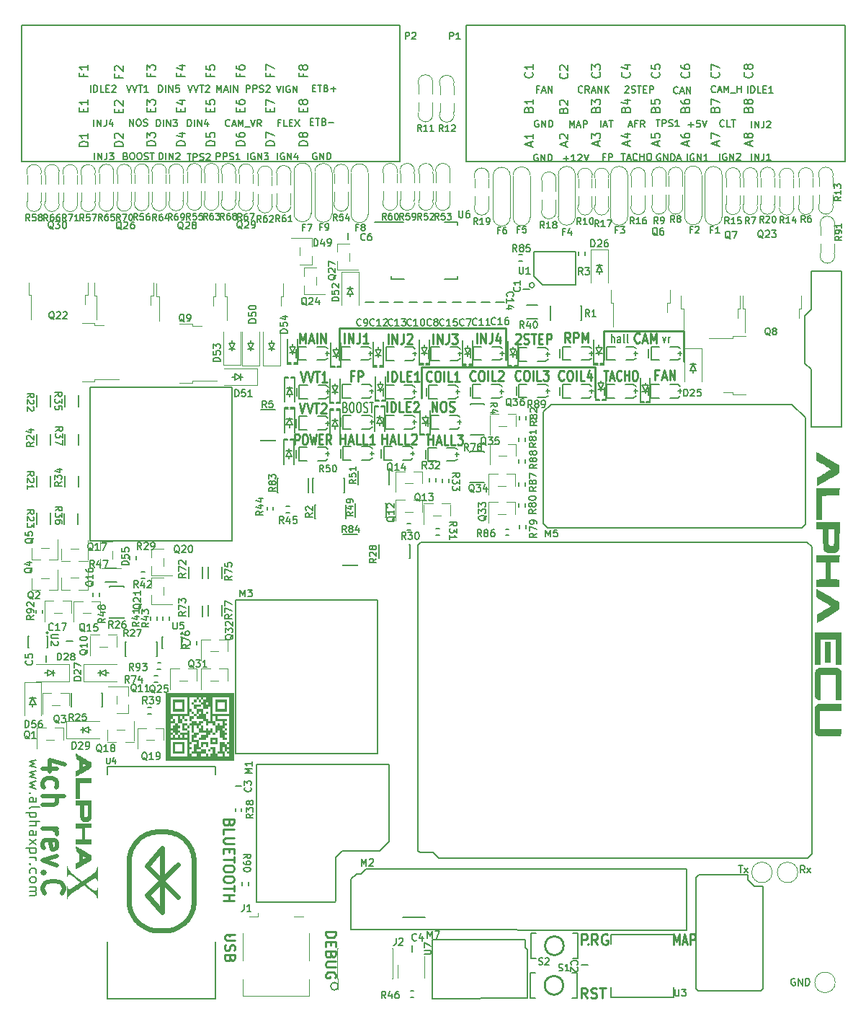
<source format=gto>
G04 #@! TF.GenerationSoftware,KiCad,Pcbnew,(6.0.1)*
G04 #@! TF.CreationDate,2022-06-10T16:27:29+03:00*
G04 #@! TF.ProjectId,alphax_4ch,616c7068-6178-45f3-9463-682e6b696361,a*
G04 #@! TF.SameCoordinates,PX141f5e0PYa2cace0*
G04 #@! TF.FileFunction,Legend,Top*
G04 #@! TF.FilePolarity,Positive*
%FSLAX46Y46*%
G04 Gerber Fmt 4.6, Leading zero omitted, Abs format (unit mm)*
G04 Created by KiCad (PCBNEW (6.0.1)) date 2022-06-10 16:27:29*
%MOMM*%
%LPD*%
G01*
G04 APERTURE LIST*
%ADD10C,0.250000*%
%ADD11C,0.170000*%
%ADD12C,0.200000*%
%ADD13C,0.500000*%
%ADD14C,0.225000*%
%ADD15C,0.127000*%
%ADD16C,0.150000*%
%ADD17C,0.120000*%
%ADD18C,0.099060*%
%ADD19C,0.203200*%
%ADD20C,0.254000*%
%ADD21C,0.631031*%
G04 APERTURE END LIST*
D10*
X37200000Y75250000D02*
X37200000Y79000000D01*
X68300000Y78650000D02*
X77700000Y78650000D01*
X77700000Y78650000D02*
X77700000Y75150000D01*
X46850000Y70800000D02*
X46850000Y74450000D01*
X67250000Y74450000D02*
X67250000Y70850000D01*
X37200000Y79000000D02*
X56750000Y79000000D01*
X46850000Y74450000D02*
X67250000Y74450000D01*
X68300000Y75250000D02*
X68300000Y78650000D01*
X56750000Y79000000D02*
X56750000Y75300000D01*
D11*
X30297619Y103107143D02*
X30030952Y103107143D01*
X30030952Y102688096D02*
X30030952Y103488096D01*
X30411904Y103488096D01*
X31097619Y102688096D02*
X30716666Y102688096D01*
X30716666Y103488096D01*
X31364285Y103107143D02*
X31630952Y103107143D01*
X31745238Y102688096D02*
X31364285Y102688096D01*
X31364285Y103488096D01*
X31745238Y103488096D01*
X32011904Y103488096D02*
X32545238Y102688096D01*
X32545238Y103488096D02*
X32011904Y102688096D01*
X85665308Y102538981D02*
X85665308Y103338981D01*
X86046260Y102538981D02*
X86046260Y103338981D01*
X86503403Y102538981D01*
X86503403Y103338981D01*
X87112927Y103338981D02*
X87112927Y102767552D01*
X87074831Y102653266D01*
X86998641Y102577076D01*
X86884355Y102538981D01*
X86808165Y102538981D01*
X87455784Y103262790D02*
X87493879Y103300885D01*
X87570070Y103338981D01*
X87760546Y103338981D01*
X87836736Y103300885D01*
X87874831Y103262790D01*
X87912927Y103186600D01*
X87912927Y103110409D01*
X87874831Y102996124D01*
X87417689Y102538981D01*
X87912927Y102538981D01*
X76993964Y106624177D02*
X76955869Y106586082D01*
X76841583Y106547987D01*
X76765392Y106547987D01*
X76651107Y106586082D01*
X76574916Y106662272D01*
X76536821Y106738463D01*
X76498726Y106890844D01*
X76498726Y107005130D01*
X76536821Y107157511D01*
X76574916Y107233701D01*
X76651107Y107309891D01*
X76765392Y107347987D01*
X76841583Y107347987D01*
X76955869Y107309891D01*
X76993964Y107271796D01*
X77298726Y106776558D02*
X77679678Y106776558D01*
X77222535Y106547987D02*
X77489202Y107347987D01*
X77755869Y106547987D01*
X78022535Y106547987D02*
X78022535Y107347987D01*
X78479678Y106547987D01*
X78479678Y107347987D01*
X60526726Y99395891D02*
X60450535Y99433987D01*
X60336250Y99433987D01*
X60221964Y99395891D01*
X60145773Y99319701D01*
X60107678Y99243511D01*
X60069583Y99091130D01*
X60069583Y98976844D01*
X60107678Y98824463D01*
X60145773Y98748272D01*
X60221964Y98672082D01*
X60336250Y98633987D01*
X60412440Y98633987D01*
X60526726Y98672082D01*
X60564821Y98710177D01*
X60564821Y98976844D01*
X60412440Y98976844D01*
X60907678Y98633987D02*
X60907678Y99433987D01*
X61364821Y98633987D01*
X61364821Y99433987D01*
X61745773Y98633987D02*
X61745773Y99433987D01*
X61936250Y99433987D01*
X62050535Y99395891D01*
X62126726Y99319701D01*
X62164821Y99243511D01*
X62202916Y99091130D01*
X62202916Y98976844D01*
X62164821Y98824463D01*
X62126726Y98748272D01*
X62050535Y98672082D01*
X61936250Y98633987D01*
X61745773Y98633987D01*
D12*
X75211904Y77964286D02*
X75402380Y77297620D01*
X75592857Y77964286D01*
X75897619Y77297620D02*
X75897619Y77964286D01*
X75897619Y77773810D02*
X75935714Y77869048D01*
X75973809Y77916667D01*
X76050000Y77964286D01*
X76126190Y77964286D01*
D11*
X19400000Y102688096D02*
X19400000Y103488096D01*
X19590476Y103488096D01*
X19704761Y103450000D01*
X19780952Y103373810D01*
X19819047Y103297620D01*
X19857142Y103145239D01*
X19857142Y103030953D01*
X19819047Y102878572D01*
X19780952Y102802381D01*
X19704761Y102726191D01*
X19590476Y102688096D01*
X19400000Y102688096D01*
X20200000Y102688096D02*
X20200000Y103488096D01*
X20580952Y102688096D02*
X20580952Y103488096D01*
X21038095Y102688096D01*
X21038095Y103488096D01*
X21761904Y103221429D02*
X21761904Y102688096D01*
X21571428Y103526191D02*
X21380952Y102954762D01*
X21876190Y102954762D01*
X26278571Y106738096D02*
X26278571Y107538096D01*
X26583333Y107538096D01*
X26659523Y107500000D01*
X26697619Y107461905D01*
X26735714Y107385715D01*
X26735714Y107271429D01*
X26697619Y107195239D01*
X26659523Y107157143D01*
X26583333Y107119048D01*
X26278571Y107119048D01*
X27078571Y106738096D02*
X27078571Y107538096D01*
X27383333Y107538096D01*
X27459523Y107500000D01*
X27497619Y107461905D01*
X27535714Y107385715D01*
X27535714Y107271429D01*
X27497619Y107195239D01*
X27459523Y107157143D01*
X27383333Y107119048D01*
X27078571Y107119048D01*
X27840476Y106776191D02*
X27954761Y106738096D01*
X28145238Y106738096D01*
X28221428Y106776191D01*
X28259523Y106814286D01*
X28297619Y106890477D01*
X28297619Y106966667D01*
X28259523Y107042858D01*
X28221428Y107080953D01*
X28145238Y107119048D01*
X27992857Y107157143D01*
X27916666Y107195239D01*
X27878571Y107233334D01*
X27840476Y107309524D01*
X27840476Y107385715D01*
X27878571Y107461905D01*
X27916666Y107500000D01*
X27992857Y107538096D01*
X28183333Y107538096D01*
X28297619Y107500000D01*
X28602380Y107461905D02*
X28640476Y107500000D01*
X28716666Y107538096D01*
X28907142Y107538096D01*
X28983333Y107500000D01*
X29021428Y107461905D01*
X29059523Y107385715D01*
X29059523Y107309524D01*
X29021428Y107195239D01*
X28564285Y106738096D01*
X29059523Y106738096D01*
D10*
X32630952Y73907143D02*
X32964285Y72707143D01*
X33297619Y73907143D01*
X33488095Y73907143D02*
X33821428Y72707143D01*
X34154761Y73907143D01*
X34345238Y73907143D02*
X34916666Y73907143D01*
X34630952Y72707143D02*
X34630952Y73907143D01*
X35773809Y72707143D02*
X35202380Y72707143D01*
X35488095Y72707143D02*
X35488095Y73907143D01*
X35392857Y73735715D01*
X35297619Y73621429D01*
X35202380Y73564286D01*
X57954761Y78242858D02*
X58002380Y78300000D01*
X58097619Y78357143D01*
X58335714Y78357143D01*
X58430952Y78300000D01*
X58478571Y78242858D01*
X58526190Y78128572D01*
X58526190Y78014286D01*
X58478571Y77842858D01*
X57907142Y77157143D01*
X58526190Y77157143D01*
X58907142Y77214286D02*
X59050000Y77157143D01*
X59288095Y77157143D01*
X59383333Y77214286D01*
X59430952Y77271429D01*
X59478571Y77385715D01*
X59478571Y77500000D01*
X59430952Y77614286D01*
X59383333Y77671429D01*
X59288095Y77728572D01*
X59097619Y77785715D01*
X59002380Y77842858D01*
X58954761Y77900000D01*
X58907142Y78014286D01*
X58907142Y78128572D01*
X58954761Y78242858D01*
X59002380Y78300000D01*
X59097619Y78357143D01*
X59335714Y78357143D01*
X59478571Y78300000D01*
X59764285Y78357143D02*
X60335714Y78357143D01*
X60050000Y77157143D02*
X60050000Y78357143D01*
X60669047Y77785715D02*
X61002380Y77785715D01*
X61145238Y77157143D02*
X60669047Y77157143D01*
X60669047Y78357143D01*
X61145238Y78357143D01*
X61573809Y77157143D02*
X61573809Y78357143D01*
X61954761Y78357143D01*
X62050000Y78300000D01*
X62097619Y78242858D01*
X62145238Y78128572D01*
X62145238Y77957143D01*
X62097619Y77842858D01*
X62050000Y77785715D01*
X61954761Y77728572D01*
X61573809Y77728572D01*
D11*
X12133333Y99207143D02*
X12247619Y99169048D01*
X12285714Y99130953D01*
X12323809Y99054762D01*
X12323809Y98940477D01*
X12285714Y98864286D01*
X12247619Y98826191D01*
X12171428Y98788096D01*
X11866666Y98788096D01*
X11866666Y99588096D01*
X12133333Y99588096D01*
X12209523Y99550000D01*
X12247619Y99511905D01*
X12285714Y99435715D01*
X12285714Y99359524D01*
X12247619Y99283334D01*
X12209523Y99245239D01*
X12133333Y99207143D01*
X11866666Y99207143D01*
X12819047Y99588096D02*
X12971428Y99588096D01*
X13047619Y99550000D01*
X13123809Y99473810D01*
X13161904Y99321429D01*
X13161904Y99054762D01*
X13123809Y98902381D01*
X13047619Y98826191D01*
X12971428Y98788096D01*
X12819047Y98788096D01*
X12742857Y98826191D01*
X12666666Y98902381D01*
X12628571Y99054762D01*
X12628571Y99321429D01*
X12666666Y99473810D01*
X12742857Y99550000D01*
X12819047Y99588096D01*
X13657142Y99588096D02*
X13809523Y99588096D01*
X13885714Y99550000D01*
X13961904Y99473810D01*
X14000000Y99321429D01*
X14000000Y99054762D01*
X13961904Y98902381D01*
X13885714Y98826191D01*
X13809523Y98788096D01*
X13657142Y98788096D01*
X13580952Y98826191D01*
X13504761Y98902381D01*
X13466666Y99054762D01*
X13466666Y99321429D01*
X13504761Y99473810D01*
X13580952Y99550000D01*
X13657142Y99588096D01*
X14304761Y98826191D02*
X14419047Y98788096D01*
X14609523Y98788096D01*
X14685714Y98826191D01*
X14723809Y98864286D01*
X14761904Y98940477D01*
X14761904Y99016667D01*
X14723809Y99092858D01*
X14685714Y99130953D01*
X14609523Y99169048D01*
X14457142Y99207143D01*
X14380952Y99245239D01*
X14342857Y99283334D01*
X14304761Y99359524D01*
X14304761Y99435715D01*
X14342857Y99511905D01*
X14380952Y99550000D01*
X14457142Y99588096D01*
X14647619Y99588096D01*
X14761904Y99550000D01*
X14990476Y99588096D02*
X15447619Y99588096D01*
X15219047Y98788096D02*
X15219047Y99588096D01*
D10*
X42816666Y69157143D02*
X42816666Y70357143D01*
X43292857Y69157143D02*
X43292857Y70357143D01*
X43530952Y70357143D01*
X43673809Y70300000D01*
X43769047Y70185715D01*
X43816666Y70071429D01*
X43864285Y69842858D01*
X43864285Y69671429D01*
X43816666Y69442858D01*
X43769047Y69328572D01*
X43673809Y69214286D01*
X43530952Y69157143D01*
X43292857Y69157143D01*
X44769047Y69157143D02*
X44292857Y69157143D01*
X44292857Y70357143D01*
X45102380Y69785715D02*
X45435714Y69785715D01*
X45578571Y69157143D02*
X45102380Y69157143D01*
X45102380Y70357143D01*
X45578571Y70357143D01*
X45959523Y70242858D02*
X46007142Y70300000D01*
X46102380Y70357143D01*
X46340476Y70357143D01*
X46435714Y70300000D01*
X46483333Y70242858D01*
X46530952Y70128572D01*
X46530952Y70014286D01*
X46483333Y69842858D01*
X45911904Y69157143D01*
X46530952Y69157143D01*
D12*
X69197619Y77297620D02*
X69197619Y78297620D01*
X69540476Y77297620D02*
X69540476Y77821429D01*
X69502380Y77916667D01*
X69426190Y77964286D01*
X69311904Y77964286D01*
X69235714Y77916667D01*
X69197619Y77869048D01*
X70264285Y77297620D02*
X70264285Y77821429D01*
X70226190Y77916667D01*
X70150000Y77964286D01*
X69997619Y77964286D01*
X69921428Y77916667D01*
X70264285Y77345239D02*
X70188095Y77297620D01*
X69997619Y77297620D01*
X69921428Y77345239D01*
X69883333Y77440477D01*
X69883333Y77535715D01*
X69921428Y77630953D01*
X69997619Y77678572D01*
X70188095Y77678572D01*
X70264285Y77726191D01*
X70759523Y77297620D02*
X70683333Y77345239D01*
X70645238Y77440477D01*
X70645238Y78297620D01*
X71178571Y77297620D02*
X71102380Y77345239D01*
X71064285Y77440477D01*
X71064285Y78297620D01*
D10*
X37350000Y65407143D02*
X37350000Y66607143D01*
X37350000Y66035715D02*
X37921428Y66035715D01*
X37921428Y65407143D02*
X37921428Y66607143D01*
X38350000Y65750000D02*
X38826190Y65750000D01*
X38254761Y65407143D02*
X38588095Y66607143D01*
X38921428Y65407143D01*
X39730952Y65407143D02*
X39254761Y65407143D01*
X39254761Y66607143D01*
X40540476Y65407143D02*
X40064285Y65407143D01*
X40064285Y66607143D01*
X41397619Y65407143D02*
X40826190Y65407143D01*
X41111904Y65407143D02*
X41111904Y66607143D01*
X41016666Y66435715D01*
X40921428Y66321429D01*
X40826190Y66264286D01*
X48269047Y77157143D02*
X48269047Y78357143D01*
X48745238Y77157143D02*
X48745238Y78357143D01*
X49316666Y77157143D01*
X49316666Y78357143D01*
X50078571Y78357143D02*
X50078571Y77500000D01*
X50030952Y77328572D01*
X49935714Y77214286D01*
X49792857Y77157143D01*
X49697619Y77157143D01*
X50459523Y78357143D02*
X51078571Y78357143D01*
X50745238Y77900000D01*
X50888095Y77900000D01*
X50983333Y77842858D01*
X51030952Y77785715D01*
X51078571Y77671429D01*
X51078571Y77385715D01*
X51030952Y77271429D01*
X50983333Y77214286D01*
X50888095Y77157143D01*
X50602380Y77157143D01*
X50507142Y77214286D01*
X50459523Y77271429D01*
X64338095Y77307143D02*
X64004761Y77878572D01*
X63766666Y77307143D02*
X63766666Y78507143D01*
X64147619Y78507143D01*
X64242857Y78450000D01*
X64290476Y78392858D01*
X64338095Y78278572D01*
X64338095Y78107143D01*
X64290476Y77992858D01*
X64242857Y77935715D01*
X64147619Y77878572D01*
X63766666Y77878572D01*
X64766666Y77307143D02*
X64766666Y78507143D01*
X65147619Y78507143D01*
X65242857Y78450000D01*
X65290476Y78392858D01*
X65338095Y78278572D01*
X65338095Y78107143D01*
X65290476Y77992858D01*
X65242857Y77935715D01*
X65147619Y77878572D01*
X64766666Y77878572D01*
X65766666Y77307143D02*
X65766666Y78507143D01*
X66100000Y77650000D01*
X66433333Y78507143D01*
X66433333Y77307143D01*
D11*
X70802031Y107354273D02*
X70840126Y107392368D01*
X70916317Y107430464D01*
X71106793Y107430464D01*
X71182983Y107392368D01*
X71221079Y107354273D01*
X71259174Y107278083D01*
X71259174Y107201892D01*
X71221079Y107087607D01*
X70763936Y106630464D01*
X71259174Y106630464D01*
X71563936Y106668559D02*
X71678222Y106630464D01*
X71868698Y106630464D01*
X71944888Y106668559D01*
X71982983Y106706654D01*
X72021079Y106782845D01*
X72021079Y106859035D01*
X71982983Y106935226D01*
X71944888Y106973321D01*
X71868698Y107011416D01*
X71716317Y107049511D01*
X71640126Y107087607D01*
X71602031Y107125702D01*
X71563936Y107201892D01*
X71563936Y107278083D01*
X71602031Y107354273D01*
X71640126Y107392368D01*
X71716317Y107430464D01*
X71906793Y107430464D01*
X72021079Y107392368D01*
X72249650Y107430464D02*
X72706793Y107430464D01*
X72478222Y106630464D02*
X72478222Y107430464D01*
X72973460Y107049511D02*
X73240126Y107049511D01*
X73354412Y106630464D02*
X72973460Y106630464D01*
X72973460Y107430464D01*
X73354412Y107430464D01*
X73697269Y106630464D02*
X73697269Y107430464D01*
X74002031Y107430464D01*
X74078222Y107392368D01*
X74116317Y107354273D01*
X74154412Y107278083D01*
X74154412Y107163797D01*
X74116317Y107087607D01*
X74078222Y107049511D01*
X74002031Y107011416D01*
X73697269Y107011416D01*
D10*
X37819047Y77207143D02*
X37819047Y78407143D01*
X38295238Y77207143D02*
X38295238Y78407143D01*
X38866666Y77207143D01*
X38866666Y78407143D01*
X39628571Y78407143D02*
X39628571Y77550000D01*
X39580952Y77378572D01*
X39485714Y77264286D01*
X39342857Y77207143D01*
X39247619Y77207143D01*
X40628571Y77207143D02*
X40057142Y77207143D01*
X40342857Y77207143D02*
X40342857Y78407143D01*
X40247619Y78235715D01*
X40152380Y78121429D01*
X40057142Y78064286D01*
D11*
X65796227Y106706654D02*
X65758132Y106668559D01*
X65643846Y106630464D01*
X65567655Y106630464D01*
X65453370Y106668559D01*
X65377179Y106744749D01*
X65339084Y106820940D01*
X65300989Y106973321D01*
X65300989Y107087607D01*
X65339084Y107239988D01*
X65377179Y107316178D01*
X65453370Y107392368D01*
X65567655Y107430464D01*
X65643846Y107430464D01*
X65758132Y107392368D01*
X65796227Y107354273D01*
X66596227Y106630464D02*
X66329560Y107011416D01*
X66139084Y106630464D02*
X66139084Y107430464D01*
X66443846Y107430464D01*
X66520036Y107392368D01*
X66558132Y107354273D01*
X66596227Y107278083D01*
X66596227Y107163797D01*
X66558132Y107087607D01*
X66520036Y107049511D01*
X66443846Y107011416D01*
X66139084Y107011416D01*
X66900989Y106859035D02*
X67281941Y106859035D01*
X66824798Y106630464D02*
X67091465Y107430464D01*
X67358132Y106630464D01*
X67624798Y106630464D02*
X67624798Y107430464D01*
X68081941Y106630464D01*
X68081941Y107430464D01*
X68462893Y106630464D02*
X68462893Y107430464D01*
X68920036Y106630464D02*
X68577179Y107087607D01*
X68920036Y107430464D02*
X68462893Y106973321D01*
D10*
X32530952Y70207143D02*
X32864285Y69007143D01*
X33197619Y70207143D01*
X33388095Y70207143D02*
X33721428Y69007143D01*
X34054761Y70207143D01*
X34245238Y70207143D02*
X34816666Y70207143D01*
X34530952Y69007143D02*
X34530952Y70207143D01*
X35102380Y70092858D02*
X35150000Y70150000D01*
X35245238Y70207143D01*
X35483333Y70207143D01*
X35578571Y70150000D01*
X35626190Y70092858D01*
X35673809Y69978572D01*
X35673809Y69864286D01*
X35626190Y69692858D01*
X35054761Y69007143D01*
X35673809Y69007143D01*
D11*
X64298735Y102584908D02*
X64298735Y103384908D01*
X64565401Y102813479D01*
X64832068Y103384908D01*
X64832068Y102584908D01*
X65174925Y102813479D02*
X65555878Y102813479D01*
X65098735Y102584908D02*
X65365401Y103384908D01*
X65632068Y102584908D01*
X65898735Y102584908D02*
X65898735Y103384908D01*
X66203497Y103384908D01*
X66279687Y103346812D01*
X66317782Y103308717D01*
X66355878Y103232527D01*
X66355878Y103118241D01*
X66317782Y103042051D01*
X66279687Y103003955D01*
X66203497Y102965860D01*
X65898735Y102965860D01*
D10*
X53204667Y72921429D02*
X53157048Y72864286D01*
X53014191Y72807143D01*
X52918953Y72807143D01*
X52776096Y72864286D01*
X52680858Y72978572D01*
X52633239Y73092858D01*
X52585620Y73321429D01*
X52585620Y73492858D01*
X52633239Y73721429D01*
X52680858Y73835715D01*
X52776096Y73950000D01*
X52918953Y74007143D01*
X53014191Y74007143D01*
X53157048Y73950000D01*
X53204667Y73892858D01*
X53823715Y74007143D02*
X54014191Y74007143D01*
X54109429Y73950000D01*
X54204667Y73835715D01*
X54252286Y73607143D01*
X54252286Y73207143D01*
X54204667Y72978572D01*
X54109429Y72864286D01*
X54014191Y72807143D01*
X53823715Y72807143D01*
X53728477Y72864286D01*
X53633239Y72978572D01*
X53585620Y73207143D01*
X53585620Y73607143D01*
X53633239Y73835715D01*
X53728477Y73950000D01*
X53823715Y74007143D01*
X54680858Y72807143D02*
X54680858Y74007143D01*
X55633239Y72807143D02*
X55157048Y72807143D01*
X55157048Y74007143D01*
X55918953Y73892858D02*
X55966572Y73950000D01*
X56061810Y74007143D01*
X56299905Y74007143D01*
X56395143Y73950000D01*
X56442762Y73892858D01*
X56490381Y73778572D01*
X56490381Y73664286D01*
X56442762Y73492858D01*
X55871334Y72807143D01*
X56490381Y72807143D01*
D11*
X84133809Y15899048D02*
X84602380Y15899048D01*
X84368095Y15079048D02*
X84368095Y15899048D01*
X84797619Y15079048D02*
X85227142Y15625715D01*
X84797619Y15625715D02*
X85227142Y15079048D01*
X63576726Y98938749D02*
X64186250Y98938749D01*
X63881488Y98633987D02*
X63881488Y99243511D01*
X64986250Y98633987D02*
X64529107Y98633987D01*
X64757678Y98633987D02*
X64757678Y99433987D01*
X64681488Y99319701D01*
X64605297Y99243511D01*
X64529107Y99205415D01*
X65291011Y99357796D02*
X65329107Y99395891D01*
X65405297Y99433987D01*
X65595773Y99433987D01*
X65671964Y99395891D01*
X65710059Y99357796D01*
X65748154Y99281606D01*
X65748154Y99205415D01*
X65710059Y99091130D01*
X65252916Y98633987D01*
X65748154Y98633987D01*
X65976726Y99433987D02*
X66243392Y98633987D01*
X66510059Y99433987D01*
X78086250Y98673987D02*
X78086250Y99473987D01*
X78886250Y99435891D02*
X78810059Y99473987D01*
X78695773Y99473987D01*
X78581488Y99435891D01*
X78505297Y99359701D01*
X78467202Y99283511D01*
X78429107Y99131130D01*
X78429107Y99016844D01*
X78467202Y98864463D01*
X78505297Y98788272D01*
X78581488Y98712082D01*
X78695773Y98673987D01*
X78771964Y98673987D01*
X78886250Y98712082D01*
X78924345Y98750177D01*
X78924345Y99016844D01*
X78771964Y99016844D01*
X79267202Y98673987D02*
X79267202Y99473987D01*
X79724345Y98673987D01*
X79724345Y99473987D01*
X80524345Y98673987D02*
X80067202Y98673987D01*
X80295773Y98673987D02*
X80295773Y99473987D01*
X80219583Y99359701D01*
X80143392Y99283511D01*
X80067202Y99245415D01*
X71236567Y102831965D02*
X71617520Y102831965D01*
X71160377Y102603394D02*
X71427043Y103403394D01*
X71693710Y102603394D01*
X72227043Y103022441D02*
X71960377Y103022441D01*
X71960377Y102603394D02*
X71960377Y103403394D01*
X72341329Y103403394D01*
X73103234Y102603394D02*
X72836567Y102984346D01*
X72646091Y102603394D02*
X72646091Y103403394D01*
X72950853Y103403394D01*
X73027043Y103365298D01*
X73065139Y103327203D01*
X73103234Y103251013D01*
X73103234Y103136727D01*
X73065139Y103060537D01*
X73027043Y103022441D01*
X72950853Y102984346D01*
X72646091Y102984346D01*
X7983333Y106738096D02*
X7983333Y107538096D01*
X8364285Y106738096D02*
X8364285Y107538096D01*
X8554761Y107538096D01*
X8669047Y107500000D01*
X8745238Y107423810D01*
X8783333Y107347620D01*
X8821428Y107195239D01*
X8821428Y107080953D01*
X8783333Y106928572D01*
X8745238Y106852381D01*
X8669047Y106776191D01*
X8554761Y106738096D01*
X8364285Y106738096D01*
X9545238Y106738096D02*
X9164285Y106738096D01*
X9164285Y107538096D01*
X9811904Y107157143D02*
X10078571Y107157143D01*
X10192857Y106738096D02*
X9811904Y106738096D01*
X9811904Y107538096D01*
X10192857Y107538096D01*
X10497619Y107461905D02*
X10535714Y107500000D01*
X10611904Y107538096D01*
X10802380Y107538096D01*
X10878571Y107500000D01*
X10916666Y107461905D01*
X10954761Y107385715D01*
X10954761Y107309524D01*
X10916666Y107195239D01*
X10459523Y106738096D01*
X10954761Y106738096D01*
D13*
X4035714Y27241667D02*
X2369047Y27241667D01*
X4988095Y27789286D02*
X3202380Y28336905D01*
X3202380Y26913096D01*
X2488095Y25051191D02*
X2369047Y25270239D01*
X2369047Y25708334D01*
X2488095Y25927381D01*
X2607142Y26036905D01*
X2845238Y26146429D01*
X3559523Y26146429D01*
X3797619Y26036905D01*
X3916666Y25927381D01*
X4035714Y25708334D01*
X4035714Y25270239D01*
X3916666Y25051191D01*
X2369047Y24065477D02*
X4869047Y24065477D01*
X2369047Y23079762D02*
X3678571Y23079762D01*
X3916666Y23189286D01*
X4035714Y23408334D01*
X4035714Y23736905D01*
X3916666Y23955953D01*
X3797619Y24065477D01*
X2369047Y20232143D02*
X4035714Y20232143D01*
X3559523Y20232143D02*
X3797619Y20122620D01*
X3916666Y20013096D01*
X4035714Y19794048D01*
X4035714Y19575000D01*
X2488095Y17932143D02*
X2369047Y18151191D01*
X2369047Y18589286D01*
X2488095Y18808334D01*
X2726190Y18917858D01*
X3678571Y18917858D01*
X3916666Y18808334D01*
X4035714Y18589286D01*
X4035714Y18151191D01*
X3916666Y17932143D01*
X3678571Y17822620D01*
X3440476Y17822620D01*
X3202380Y18917858D01*
X4035714Y17055953D02*
X2369047Y16508334D01*
X4035714Y15960715D01*
X2607142Y15084524D02*
X2488095Y14975000D01*
X2369047Y15084524D01*
X2488095Y15194048D01*
X2607142Y15084524D01*
X2369047Y15084524D01*
X2607142Y12675000D02*
X2488095Y12784524D01*
X2369047Y13113096D01*
X2369047Y13332143D01*
X2488095Y13660715D01*
X2726190Y13879762D01*
X2964285Y13989286D01*
X3440476Y14098810D01*
X3797619Y14098810D01*
X4273809Y13989286D01*
X4511904Y13879762D01*
X4749999Y13660715D01*
X4869047Y13332143D01*
X4869047Y13113096D01*
X4749999Y12784524D01*
X4630952Y12675000D01*
D10*
X38892857Y73409241D02*
X38559523Y73409241D01*
X38559523Y72780669D02*
X38559523Y73980669D01*
X39035714Y73980669D01*
X39416666Y72780669D02*
X39416666Y73980669D01*
X39797619Y73980669D01*
X39892857Y73923526D01*
X39940476Y73866384D01*
X39988095Y73752098D01*
X39988095Y73580669D01*
X39940476Y73466384D01*
X39892857Y73409241D01*
X39797619Y73352098D01*
X39416666Y73352098D01*
D11*
X60665767Y107070982D02*
X60399101Y107070982D01*
X60399101Y106651935D02*
X60399101Y107451935D01*
X60780053Y107451935D01*
X61046720Y106880506D02*
X61427672Y106880506D01*
X60970529Y106651935D02*
X61237196Y107451935D01*
X61503863Y106651935D01*
X61770529Y106651935D02*
X61770529Y107451935D01*
X62227672Y106651935D01*
X62227672Y107451935D01*
X8445238Y98788096D02*
X8445238Y99588096D01*
X8826190Y98788096D02*
X8826190Y99588096D01*
X9283333Y98788096D01*
X9283333Y99588096D01*
X9892857Y99588096D02*
X9892857Y99016667D01*
X9854761Y98902381D01*
X9778571Y98826191D01*
X9664285Y98788096D01*
X9588095Y98788096D01*
X10197619Y99588096D02*
X10692857Y99588096D01*
X10426190Y99283334D01*
X10540476Y99283334D01*
X10616666Y99245239D01*
X10654761Y99207143D01*
X10692857Y99130953D01*
X10692857Y98940477D01*
X10654761Y98864286D01*
X10616666Y98826191D01*
X10540476Y98788096D01*
X10311904Y98788096D01*
X10235714Y98826191D01*
X10197619Y98864286D01*
X60625366Y103377473D02*
X60549175Y103415569D01*
X60434890Y103415569D01*
X60320604Y103377473D01*
X60244413Y103301283D01*
X60206318Y103225093D01*
X60168223Y103072712D01*
X60168223Y102958426D01*
X60206318Y102806045D01*
X60244413Y102729854D01*
X60320604Y102653664D01*
X60434890Y102615569D01*
X60511080Y102615569D01*
X60625366Y102653664D01*
X60663461Y102691759D01*
X60663461Y102958426D01*
X60511080Y102958426D01*
X61006318Y102615569D02*
X61006318Y103415569D01*
X61463461Y102615569D01*
X61463461Y103415569D01*
X61844413Y102615569D02*
X61844413Y103415569D01*
X62034890Y103415569D01*
X62149175Y103377473D01*
X62225366Y103301283D01*
X62263461Y103225093D01*
X62301556Y103072712D01*
X62301556Y102958426D01*
X62263461Y102806045D01*
X62225366Y102729854D01*
X62149175Y102653664D01*
X62034890Y102615569D01*
X61844413Y102615569D01*
D10*
X72509523Y77371429D02*
X72461904Y77314286D01*
X72319047Y77257143D01*
X72223809Y77257143D01*
X72080952Y77314286D01*
X71985714Y77428572D01*
X71938095Y77542858D01*
X71890476Y77771429D01*
X71890476Y77942858D01*
X71938095Y78171429D01*
X71985714Y78285715D01*
X72080952Y78400000D01*
X72223809Y78457143D01*
X72319047Y78457143D01*
X72461904Y78400000D01*
X72509523Y78342858D01*
X72890476Y77600000D02*
X73366666Y77600000D01*
X72795238Y77257143D02*
X73128571Y78457143D01*
X73461904Y77257143D01*
X73795238Y77257143D02*
X73795238Y78457143D01*
X74128571Y77600000D01*
X74461904Y78457143D01*
X74461904Y77257143D01*
D11*
X81423809Y106764286D02*
X81385714Y106726191D01*
X81271428Y106688096D01*
X81195238Y106688096D01*
X81080952Y106726191D01*
X81004761Y106802381D01*
X80966666Y106878572D01*
X80928571Y107030953D01*
X80928571Y107145239D01*
X80966666Y107297620D01*
X81004761Y107373810D01*
X81080952Y107450000D01*
X81195238Y107488096D01*
X81271428Y107488096D01*
X81385714Y107450000D01*
X81423809Y107411905D01*
X81728571Y106916667D02*
X82109523Y106916667D01*
X81652380Y106688096D02*
X81919047Y107488096D01*
X82185714Y106688096D01*
X82452380Y106688096D02*
X82452380Y107488096D01*
X82719047Y106916667D01*
X82985714Y107488096D01*
X82985714Y106688096D01*
X83176190Y106611905D02*
X83785714Y106611905D01*
X83976190Y106688096D02*
X83976190Y107488096D01*
X83976190Y107107143D02*
X84433333Y107107143D01*
X84433333Y106688096D02*
X84433333Y107488096D01*
X16050000Y98788096D02*
X16050000Y99588096D01*
X16240476Y99588096D01*
X16354761Y99550000D01*
X16430952Y99473810D01*
X16469047Y99397620D01*
X16507142Y99245239D01*
X16507142Y99130953D01*
X16469047Y98978572D01*
X16430952Y98902381D01*
X16354761Y98826191D01*
X16240476Y98788096D01*
X16050000Y98788096D01*
X16850000Y98788096D02*
X16850000Y99588096D01*
X17230952Y98788096D02*
X17230952Y99588096D01*
X17688095Y98788096D01*
X17688095Y99588096D01*
X18030952Y99511905D02*
X18069047Y99550000D01*
X18145238Y99588096D01*
X18335714Y99588096D01*
X18411904Y99550000D01*
X18450000Y99511905D01*
X18488095Y99435715D01*
X18488095Y99359524D01*
X18450000Y99245239D01*
X17992857Y98788096D01*
X18488095Y98788096D01*
D10*
X42250000Y65407143D02*
X42250000Y66607143D01*
X42250000Y66035715D02*
X42821428Y66035715D01*
X42821428Y65407143D02*
X42821428Y66607143D01*
X43250000Y65750000D02*
X43726190Y65750000D01*
X43154761Y65407143D02*
X43488095Y66607143D01*
X43821428Y65407143D01*
X44630952Y65407143D02*
X44154761Y65407143D01*
X44154761Y66607143D01*
X45440476Y65407143D02*
X44964285Y65407143D01*
X44964285Y66607143D01*
X45726190Y66492858D02*
X45773809Y66550000D01*
X45869047Y66607143D01*
X46107142Y66607143D01*
X46202380Y66550000D01*
X46250000Y66492858D01*
X46297619Y66378572D01*
X46297619Y66264286D01*
X46250000Y66092858D01*
X45678571Y65407143D01*
X46297619Y65407143D01*
D11*
X12254761Y107538096D02*
X12521428Y106738096D01*
X12788095Y107538096D01*
X12940476Y107538096D02*
X13207142Y106738096D01*
X13473809Y107538096D01*
X13626190Y107538096D02*
X14083333Y107538096D01*
X13854761Y106738096D02*
X13854761Y107538096D01*
X14769047Y106738096D02*
X14311904Y106738096D01*
X14540476Y106738096D02*
X14540476Y107538096D01*
X14464285Y107423810D01*
X14388095Y107347620D01*
X14311904Y107309524D01*
X34540476Y99550000D02*
X34464285Y99588096D01*
X34350000Y99588096D01*
X34235714Y99550000D01*
X34159523Y99473810D01*
X34121428Y99397620D01*
X34083333Y99245239D01*
X34083333Y99130953D01*
X34121428Y98978572D01*
X34159523Y98902381D01*
X34235714Y98826191D01*
X34350000Y98788096D01*
X34426190Y98788096D01*
X34540476Y98826191D01*
X34578571Y98864286D01*
X34578571Y99130953D01*
X34426190Y99130953D01*
X34921428Y98788096D02*
X34921428Y99588096D01*
X35378571Y98788096D01*
X35378571Y99588096D01*
X35759523Y98788096D02*
X35759523Y99588096D01*
X35950000Y99588096D01*
X36064285Y99550000D01*
X36140476Y99473810D01*
X36178571Y99397620D01*
X36216666Y99245239D01*
X36216666Y99130953D01*
X36178571Y98978572D01*
X36140476Y98902381D01*
X36064285Y98826191D01*
X35950000Y98788096D01*
X35759523Y98788096D01*
X19454761Y107538096D02*
X19721428Y106738096D01*
X19988095Y107538096D01*
X20140476Y107538096D02*
X20407142Y106738096D01*
X20673809Y107538096D01*
X20826190Y107538096D02*
X21283333Y107538096D01*
X21054761Y106738096D02*
X21054761Y107538096D01*
X21511904Y107461905D02*
X21550000Y107500000D01*
X21626190Y107538096D01*
X21816666Y107538096D01*
X21892857Y107500000D01*
X21930952Y107461905D01*
X21969047Y107385715D01*
X21969047Y107309524D01*
X21930952Y107195239D01*
X21473809Y106738096D01*
X21969047Y106738096D01*
D10*
X47650000Y65307143D02*
X47650000Y66507143D01*
X47650000Y65935715D02*
X48221428Y65935715D01*
X48221428Y65307143D02*
X48221428Y66507143D01*
X48650000Y65650000D02*
X49126190Y65650000D01*
X48554761Y65307143D02*
X48888095Y66507143D01*
X49221428Y65307143D01*
X50030952Y65307143D02*
X49554761Y65307143D01*
X49554761Y66507143D01*
X50840476Y65307143D02*
X50364285Y65307143D01*
X50364285Y66507143D01*
X51078571Y66507143D02*
X51697619Y66507143D01*
X51364285Y66050000D01*
X51507142Y66050000D01*
X51602380Y65992858D01*
X51650000Y65935715D01*
X51697619Y65821429D01*
X51697619Y65535715D01*
X51650000Y65421429D01*
X51602380Y65364286D01*
X51507142Y65307143D01*
X51221428Y65307143D01*
X51126190Y65364286D01*
X51078571Y65421429D01*
D11*
X90775238Y2610000D02*
X90697142Y2649048D01*
X90580000Y2649048D01*
X90462857Y2610000D01*
X90384761Y2531905D01*
X90345714Y2453810D01*
X90306666Y2297620D01*
X90306666Y2180477D01*
X90345714Y2024286D01*
X90384761Y1946191D01*
X90462857Y1868096D01*
X90580000Y1829048D01*
X90658095Y1829048D01*
X90775238Y1868096D01*
X90814285Y1907143D01*
X90814285Y2180477D01*
X90658095Y2180477D01*
X91165714Y1829048D02*
X91165714Y2649048D01*
X91634285Y1829048D01*
X91634285Y2649048D01*
X92024761Y1829048D02*
X92024761Y2649048D01*
X92220000Y2649048D01*
X92337142Y2610000D01*
X92415238Y2531905D01*
X92454285Y2453810D01*
X92493333Y2297620D01*
X92493333Y2180477D01*
X92454285Y2024286D01*
X92415238Y1946191D01*
X92337142Y1868096D01*
X92220000Y1829048D01*
X92024761Y1829048D01*
X85686779Y98738096D02*
X85686779Y99538096D01*
X86067731Y98738096D02*
X86067731Y99538096D01*
X86524874Y98738096D01*
X86524874Y99538096D01*
X87134398Y99538096D02*
X87134398Y98966667D01*
X87096302Y98852381D01*
X87020112Y98776191D01*
X86905826Y98738096D01*
X86829636Y98738096D01*
X87934398Y98738096D02*
X87477255Y98738096D01*
X87705826Y98738096D02*
X87705826Y99538096D01*
X87629636Y99423810D01*
X87553445Y99347620D01*
X87477255Y99309524D01*
X12571428Y102738096D02*
X12571428Y103538096D01*
X13028571Y102738096D01*
X13028571Y103538096D01*
X13561904Y103538096D02*
X13714285Y103538096D01*
X13790476Y103500000D01*
X13866666Y103423810D01*
X13904761Y103271429D01*
X13904761Y103004762D01*
X13866666Y102852381D01*
X13790476Y102776191D01*
X13714285Y102738096D01*
X13561904Y102738096D01*
X13485714Y102776191D01*
X13409523Y102852381D01*
X13371428Y103004762D01*
X13371428Y103271429D01*
X13409523Y103423810D01*
X13485714Y103500000D01*
X13561904Y103538096D01*
X14209523Y102776191D02*
X14323809Y102738096D01*
X14514285Y102738096D01*
X14590476Y102776191D01*
X14628571Y102814286D01*
X14666666Y102890477D01*
X14666666Y102966667D01*
X14628571Y103042858D01*
X14590476Y103080953D01*
X14514285Y103119048D01*
X14361904Y103157143D01*
X14285714Y103195239D01*
X14247619Y103233334D01*
X14209523Y103309524D01*
X14209523Y103385715D01*
X14247619Y103461905D01*
X14285714Y103500000D01*
X14361904Y103538096D01*
X14552380Y103538096D01*
X14666666Y103500000D01*
X33828571Y103257143D02*
X34095238Y103257143D01*
X34209523Y102838096D02*
X33828571Y102838096D01*
X33828571Y103638096D01*
X34209523Y103638096D01*
X34438095Y103638096D02*
X34895238Y103638096D01*
X34666666Y102838096D02*
X34666666Y103638096D01*
X35428571Y103257143D02*
X35542857Y103219048D01*
X35580952Y103180953D01*
X35619047Y103104762D01*
X35619047Y102990477D01*
X35580952Y102914286D01*
X35542857Y102876191D01*
X35466666Y102838096D01*
X35161904Y102838096D01*
X35161904Y103638096D01*
X35428571Y103638096D01*
X35504761Y103600000D01*
X35542857Y103561905D01*
X35580952Y103485715D01*
X35580952Y103409524D01*
X35542857Y103333334D01*
X35504761Y103295239D01*
X35428571Y103257143D01*
X35161904Y103257143D01*
X35961904Y103142858D02*
X36571428Y103142858D01*
X34078571Y107207143D02*
X34345238Y107207143D01*
X34459523Y106788096D02*
X34078571Y106788096D01*
X34078571Y107588096D01*
X34459523Y107588096D01*
X34688095Y107588096D02*
X35145238Y107588096D01*
X34916666Y106788096D02*
X34916666Y107588096D01*
X35678571Y107207143D02*
X35792857Y107169048D01*
X35830952Y107130953D01*
X35869047Y107054762D01*
X35869047Y106940477D01*
X35830952Y106864286D01*
X35792857Y106826191D01*
X35716666Y106788096D01*
X35411904Y106788096D01*
X35411904Y107588096D01*
X35678571Y107588096D01*
X35754761Y107550000D01*
X35792857Y107511905D01*
X35830952Y107435715D01*
X35830952Y107359524D01*
X35792857Y107283334D01*
X35754761Y107245239D01*
X35678571Y107207143D01*
X35411904Y107207143D01*
X36211904Y107092858D02*
X36821428Y107092858D01*
X36516666Y106788096D02*
X36516666Y107397620D01*
X24350000Y102764286D02*
X24311904Y102726191D01*
X24197619Y102688096D01*
X24121428Y102688096D01*
X24007142Y102726191D01*
X23930952Y102802381D01*
X23892857Y102878572D01*
X23854761Y103030953D01*
X23854761Y103145239D01*
X23892857Y103297620D01*
X23930952Y103373810D01*
X24007142Y103450000D01*
X24121428Y103488096D01*
X24197619Y103488096D01*
X24311904Y103450000D01*
X24350000Y103411905D01*
X24654761Y102916667D02*
X25035714Y102916667D01*
X24578571Y102688096D02*
X24845238Y103488096D01*
X25111904Y102688096D01*
X25378571Y102688096D02*
X25378571Y103488096D01*
X25645238Y102916667D01*
X25911904Y103488096D01*
X25911904Y102688096D01*
X26102380Y102611905D02*
X26711904Y102611905D01*
X26788095Y103488096D02*
X27054761Y102688096D01*
X27321428Y103488096D01*
X28045238Y102688096D02*
X27778571Y103069048D01*
X27588095Y102688096D02*
X27588095Y103488096D01*
X27892857Y103488096D01*
X27969047Y103450000D01*
X28007142Y103411905D01*
X28045238Y103335715D01*
X28045238Y103221429D01*
X28007142Y103145239D01*
X27969047Y103107143D01*
X27892857Y103069048D01*
X27588095Y103069048D01*
X22778571Y98788096D02*
X22778571Y99588096D01*
X23083333Y99588096D01*
X23159523Y99550000D01*
X23197619Y99511905D01*
X23235714Y99435715D01*
X23235714Y99321429D01*
X23197619Y99245239D01*
X23159523Y99207143D01*
X23083333Y99169048D01*
X22778571Y99169048D01*
X23578571Y98788096D02*
X23578571Y99588096D01*
X23883333Y99588096D01*
X23959523Y99550000D01*
X23997619Y99511905D01*
X24035714Y99435715D01*
X24035714Y99321429D01*
X23997619Y99245239D01*
X23959523Y99207143D01*
X23883333Y99169048D01*
X23578571Y99169048D01*
X24340476Y98826191D02*
X24454761Y98788096D01*
X24645238Y98788096D01*
X24721428Y98826191D01*
X24759523Y98864286D01*
X24797619Y98940477D01*
X24797619Y99016667D01*
X24759523Y99092858D01*
X24721428Y99130953D01*
X24645238Y99169048D01*
X24492857Y99207143D01*
X24416666Y99245239D01*
X24378571Y99283334D01*
X24340476Y99359524D01*
X24340476Y99435715D01*
X24378571Y99511905D01*
X24416666Y99550000D01*
X24492857Y99588096D01*
X24683333Y99588096D01*
X24797619Y99550000D01*
X25559523Y98788096D02*
X25102380Y98788096D01*
X25330952Y98788096D02*
X25330952Y99588096D01*
X25254761Y99473810D01*
X25178571Y99397620D01*
X25102380Y99359524D01*
D10*
X53369047Y77207143D02*
X53369047Y78407143D01*
X53845238Y77207143D02*
X53845238Y78407143D01*
X54416666Y77207143D01*
X54416666Y78407143D01*
X55178571Y78407143D02*
X55178571Y77550000D01*
X55130952Y77378572D01*
X55035714Y77264286D01*
X54892857Y77207143D01*
X54797619Y77207143D01*
X56083333Y78007143D02*
X56083333Y77207143D01*
X55845238Y78464286D02*
X55607142Y77607143D01*
X56226190Y77607143D01*
X65685714Y6657143D02*
X65685714Y7857143D01*
X66142857Y7857143D01*
X66257142Y7800000D01*
X66314285Y7742858D01*
X66371428Y7628572D01*
X66371428Y7457143D01*
X66314285Y7342858D01*
X66257142Y7285715D01*
X66142857Y7228572D01*
X65685714Y7228572D01*
X67571428Y6657143D02*
X67171428Y7228572D01*
X66885714Y6657143D02*
X66885714Y7857143D01*
X67342857Y7857143D01*
X67457142Y7800000D01*
X67514285Y7742858D01*
X67571428Y7628572D01*
X67571428Y7457143D01*
X67514285Y7342858D01*
X67457142Y7285715D01*
X67342857Y7228572D01*
X66885714Y7228572D01*
X68714285Y7800000D02*
X68600000Y7857143D01*
X68428571Y7857143D01*
X68257142Y7800000D01*
X68142857Y7685715D01*
X68085714Y7571429D01*
X68028571Y7342858D01*
X68028571Y7171429D01*
X68085714Y6942858D01*
X68142857Y6828572D01*
X68257142Y6714286D01*
X68428571Y6657143D01*
X68542857Y6657143D01*
X68714285Y6714286D01*
X68771428Y6771429D01*
X68771428Y7171429D01*
X68542857Y7171429D01*
D11*
X19359523Y99538096D02*
X19816666Y99538096D01*
X19588095Y98738096D02*
X19588095Y99538096D01*
X20083333Y98738096D02*
X20083333Y99538096D01*
X20388095Y99538096D01*
X20464285Y99500000D01*
X20502380Y99461905D01*
X20540476Y99385715D01*
X20540476Y99271429D01*
X20502380Y99195239D01*
X20464285Y99157143D01*
X20388095Y99119048D01*
X20083333Y99119048D01*
X20845238Y98776191D02*
X20959523Y98738096D01*
X21150000Y98738096D01*
X21226190Y98776191D01*
X21264285Y98814286D01*
X21302380Y98890477D01*
X21302380Y98966667D01*
X21264285Y99042858D01*
X21226190Y99080953D01*
X21150000Y99119048D01*
X20997619Y99157143D01*
X20921428Y99195239D01*
X20883333Y99233334D01*
X20845238Y99309524D01*
X20845238Y99385715D01*
X20883333Y99461905D01*
X20921428Y99500000D01*
X20997619Y99538096D01*
X21188095Y99538096D01*
X21302380Y99500000D01*
X21607142Y99461905D02*
X21645238Y99500000D01*
X21721428Y99538096D01*
X21911904Y99538096D01*
X21988095Y99500000D01*
X22026190Y99461905D01*
X22064285Y99385715D01*
X22064285Y99309524D01*
X22026190Y99195239D01*
X21569047Y98738096D01*
X22064285Y98738096D01*
X78248176Y102908156D02*
X78857700Y102908156D01*
X78552938Y102603394D02*
X78552938Y103212918D01*
X79619605Y103403394D02*
X79238652Y103403394D01*
X79200557Y103022441D01*
X79238652Y103060537D01*
X79314843Y103098632D01*
X79505319Y103098632D01*
X79581509Y103060537D01*
X79619605Y103022441D01*
X79657700Y102946251D01*
X79657700Y102755775D01*
X79619605Y102679584D01*
X79581509Y102641489D01*
X79505319Y102603394D01*
X79314843Y102603394D01*
X79238652Y102641489D01*
X79200557Y102679584D01*
X79886271Y103403394D02*
X80152938Y102603394D01*
X80419605Y103403394D01*
X67954266Y102612820D02*
X67954266Y103412820D01*
X68297124Y102841391D02*
X68678076Y102841391D01*
X68220933Y102612820D02*
X68487600Y103412820D01*
X68754266Y102612820D01*
X68906647Y103412820D02*
X69363790Y103412820D01*
X69135219Y102612820D02*
X69135219Y103412820D01*
X85217520Y106639911D02*
X85217520Y107439911D01*
X85598472Y106639911D02*
X85598472Y107439911D01*
X85788948Y107439911D01*
X85903234Y107401815D01*
X85979425Y107325625D01*
X86017520Y107249435D01*
X86055615Y107097054D01*
X86055615Y106982768D01*
X86017520Y106830387D01*
X85979425Y106754196D01*
X85903234Y106678006D01*
X85788948Y106639911D01*
X85598472Y106639911D01*
X86779425Y106639911D02*
X86398472Y106639911D01*
X86398472Y107439911D01*
X87046091Y107058958D02*
X87312758Y107058958D01*
X87427044Y106639911D02*
X87046091Y106639911D01*
X87046091Y107439911D01*
X87427044Y107439911D01*
X88188948Y106639911D02*
X87731806Y106639911D01*
X87960377Y106639911D02*
X87960377Y107439911D01*
X87884187Y107325625D01*
X87807996Y107249435D01*
X87731806Y107211339D01*
X29950000Y98788096D02*
X29950000Y99588096D01*
X30750000Y99550000D02*
X30673809Y99588096D01*
X30559523Y99588096D01*
X30445238Y99550000D01*
X30369047Y99473810D01*
X30330952Y99397620D01*
X30292857Y99245239D01*
X30292857Y99130953D01*
X30330952Y98978572D01*
X30369047Y98902381D01*
X30445238Y98826191D01*
X30559523Y98788096D01*
X30635714Y98788096D01*
X30750000Y98826191D01*
X30788095Y98864286D01*
X30788095Y99130953D01*
X30635714Y99130953D01*
X31130952Y98788096D02*
X31130952Y99588096D01*
X31588095Y98788096D01*
X31588095Y99588096D01*
X32311904Y99321429D02*
X32311904Y98788096D01*
X32121428Y99626191D02*
X31930952Y99054762D01*
X32426190Y99054762D01*
D10*
X24957142Y7814286D02*
X23985714Y7814286D01*
X23871428Y7757143D01*
X23814285Y7700000D01*
X23757142Y7585715D01*
X23757142Y7357143D01*
X23814285Y7242858D01*
X23871428Y7185715D01*
X23985714Y7128572D01*
X24957142Y7128572D01*
X23814285Y6614286D02*
X23757142Y6442858D01*
X23757142Y6157143D01*
X23814285Y6042858D01*
X23871428Y5985715D01*
X23985714Y5928572D01*
X24100000Y5928572D01*
X24214285Y5985715D01*
X24271428Y6042858D01*
X24328571Y6157143D01*
X24385714Y6385715D01*
X24442857Y6500000D01*
X24500000Y6557143D01*
X24614285Y6614286D01*
X24728571Y6614286D01*
X24842857Y6557143D01*
X24900000Y6500000D01*
X24957142Y6385715D01*
X24957142Y6100000D01*
X24900000Y5928572D01*
X24385714Y5014286D02*
X24328571Y4842858D01*
X24271428Y4785715D01*
X24157142Y4728572D01*
X23985714Y4728572D01*
X23871428Y4785715D01*
X23814285Y4842858D01*
X23757142Y4957143D01*
X23757142Y5414286D01*
X24957142Y5414286D01*
X24957142Y5014286D01*
X24900000Y4900000D01*
X24842857Y4842858D01*
X24728571Y4785715D01*
X24614285Y4785715D01*
X24500000Y4842858D01*
X24442857Y4900000D01*
X24385714Y5014286D01*
X24385714Y5414286D01*
X74678477Y73535715D02*
X74345143Y73535715D01*
X74345143Y72907143D02*
X74345143Y74107143D01*
X74821334Y74107143D01*
X75154667Y73250000D02*
X75630858Y73250000D01*
X75059429Y72907143D02*
X75392762Y74107143D01*
X75726096Y72907143D01*
X76059429Y72907143D02*
X76059429Y74107143D01*
X76630858Y72907143D01*
X76630858Y74107143D01*
X35607142Y8135715D02*
X36807142Y8135715D01*
X36807142Y7850000D01*
X36750000Y7678572D01*
X36635714Y7564286D01*
X36521428Y7507143D01*
X36292857Y7450000D01*
X36121428Y7450000D01*
X35892857Y7507143D01*
X35778571Y7564286D01*
X35664285Y7678572D01*
X35607142Y7850000D01*
X35607142Y8135715D01*
X36235714Y6935715D02*
X36235714Y6535715D01*
X35607142Y6364286D02*
X35607142Y6935715D01*
X36807142Y6935715D01*
X36807142Y6364286D01*
X36235714Y5450000D02*
X36178571Y5278572D01*
X36121428Y5221429D01*
X36007142Y5164286D01*
X35835714Y5164286D01*
X35721428Y5221429D01*
X35664285Y5278572D01*
X35607142Y5392858D01*
X35607142Y5850000D01*
X36807142Y5850000D01*
X36807142Y5450000D01*
X36750000Y5335715D01*
X36692857Y5278572D01*
X36578571Y5221429D01*
X36464285Y5221429D01*
X36350000Y5278572D01*
X36292857Y5335715D01*
X36235714Y5450000D01*
X36235714Y5850000D01*
X36807142Y4650000D02*
X35835714Y4650000D01*
X35721428Y4592858D01*
X35664285Y4535715D01*
X35607142Y4421429D01*
X35607142Y4192858D01*
X35664285Y4078572D01*
X35721428Y4021429D01*
X35835714Y3964286D01*
X36807142Y3964286D01*
X36750000Y2764286D02*
X36807142Y2878572D01*
X36807142Y3050000D01*
X36750000Y3221429D01*
X36635714Y3335715D01*
X36521428Y3392858D01*
X36292857Y3450000D01*
X36121428Y3450000D01*
X35892857Y3392858D01*
X35778571Y3335715D01*
X35664285Y3221429D01*
X35607142Y3050000D01*
X35607142Y2935715D01*
X35664285Y2764286D01*
X35721428Y2707143D01*
X36121428Y2707143D01*
X36121428Y2935715D01*
D11*
X82438483Y102722525D02*
X82400388Y102684430D01*
X82286102Y102646335D01*
X82209912Y102646335D01*
X82095626Y102684430D01*
X82019436Y102760620D01*
X81981340Y102836811D01*
X81943245Y102989192D01*
X81943245Y103103478D01*
X81981340Y103255859D01*
X82019436Y103332049D01*
X82095626Y103408239D01*
X82209912Y103446335D01*
X82286102Y103446335D01*
X82400388Y103408239D01*
X82438483Y103370144D01*
X83162293Y102646335D02*
X82781340Y102646335D01*
X82781340Y103446335D01*
X83314674Y103446335D02*
X83771816Y103446335D01*
X83543245Y102646335D02*
X83543245Y103446335D01*
D10*
X58516666Y72971429D02*
X58469047Y72914286D01*
X58326190Y72857143D01*
X58230952Y72857143D01*
X58088095Y72914286D01*
X57992857Y73028572D01*
X57945238Y73142858D01*
X57897619Y73371429D01*
X57897619Y73542858D01*
X57945238Y73771429D01*
X57992857Y73885715D01*
X58088095Y74000000D01*
X58230952Y74057143D01*
X58326190Y74057143D01*
X58469047Y74000000D01*
X58516666Y73942858D01*
X59135714Y74057143D02*
X59326190Y74057143D01*
X59421428Y74000000D01*
X59516666Y73885715D01*
X59564285Y73657143D01*
X59564285Y73257143D01*
X59516666Y73028572D01*
X59421428Y72914286D01*
X59326190Y72857143D01*
X59135714Y72857143D01*
X59040476Y72914286D01*
X58945238Y73028572D01*
X58897619Y73257143D01*
X58897619Y73657143D01*
X58945238Y73885715D01*
X59040476Y74000000D01*
X59135714Y74057143D01*
X59992857Y72857143D02*
X59992857Y74057143D01*
X60945238Y72857143D02*
X60469047Y72857143D01*
X60469047Y74057143D01*
X61183333Y74057143D02*
X61802380Y74057143D01*
X61469047Y73600000D01*
X61611904Y73600000D01*
X61707142Y73542858D01*
X61754761Y73485715D01*
X61802380Y73371429D01*
X61802380Y73085715D01*
X61754761Y72971429D01*
X61707142Y72914286D01*
X61611904Y72857143D01*
X61326190Y72857143D01*
X61230952Y72914286D01*
X61183333Y72971429D01*
X32576190Y77207143D02*
X32576190Y78407143D01*
X32909523Y77550000D01*
X33242857Y78407143D01*
X33242857Y77207143D01*
X33671428Y77550000D02*
X34147619Y77550000D01*
X33576190Y77207143D02*
X33909523Y78407143D01*
X34242857Y77207143D01*
X34576190Y77207143D02*
X34576190Y78407143D01*
X35052380Y77207143D02*
X35052380Y78407143D01*
X35623809Y77207143D01*
X35623809Y78407143D01*
D11*
X29823809Y107488096D02*
X30090476Y106688096D01*
X30357142Y107488096D01*
X30623809Y106688096D02*
X30623809Y107488096D01*
X31423809Y107450000D02*
X31347619Y107488096D01*
X31233333Y107488096D01*
X31119047Y107450000D01*
X31042857Y107373810D01*
X31004761Y107297620D01*
X30966666Y107145239D01*
X30966666Y107030953D01*
X31004761Y106878572D01*
X31042857Y106802381D01*
X31119047Y106726191D01*
X31233333Y106688096D01*
X31309523Y106688096D01*
X31423809Y106726191D01*
X31461904Y106764286D01*
X31461904Y107030953D01*
X31309523Y107030953D01*
X31804761Y106688096D02*
X31804761Y107488096D01*
X32261904Y106688096D01*
X32261904Y107488096D01*
X81920028Y98738643D02*
X81920028Y99538643D01*
X82720028Y99500547D02*
X82643837Y99538643D01*
X82529551Y99538643D01*
X82415266Y99500547D01*
X82339075Y99424357D01*
X82300980Y99348167D01*
X82262885Y99195786D01*
X82262885Y99081500D01*
X82300980Y98929119D01*
X82339075Y98852928D01*
X82415266Y98776738D01*
X82529551Y98738643D01*
X82605742Y98738643D01*
X82720028Y98776738D01*
X82758123Y98814833D01*
X82758123Y99081500D01*
X82605742Y99081500D01*
X83100980Y98738643D02*
X83100980Y99538643D01*
X83558123Y98738643D01*
X83558123Y99538643D01*
X83900980Y99462452D02*
X83939075Y99500547D01*
X84015266Y99538643D01*
X84205742Y99538643D01*
X84281932Y99500547D01*
X84320028Y99462452D01*
X84358123Y99386262D01*
X84358123Y99310071D01*
X84320028Y99195786D01*
X83862885Y98738643D01*
X84358123Y98738643D01*
X70360377Y99517172D02*
X70817520Y99517172D01*
X70588948Y98717172D02*
X70588948Y99517172D01*
X71046091Y98945743D02*
X71427043Y98945743D01*
X70969901Y98717172D02*
X71236567Y99517172D01*
X71503234Y98717172D01*
X72227043Y98793362D02*
X72188948Y98755267D01*
X72074662Y98717172D01*
X71998472Y98717172D01*
X71884186Y98755267D01*
X71807996Y98831457D01*
X71769901Y98907648D01*
X71731805Y99060029D01*
X71731805Y99174315D01*
X71769901Y99326696D01*
X71807996Y99402886D01*
X71884186Y99479076D01*
X71998472Y99517172D01*
X72074662Y99517172D01*
X72188948Y99479076D01*
X72227043Y99440981D01*
X72569901Y98717172D02*
X72569901Y99517172D01*
X72569901Y99136219D02*
X73027043Y99136219D01*
X73027043Y98717172D02*
X73027043Y99517172D01*
X73560377Y99517172D02*
X73712758Y99517172D01*
X73788948Y99479076D01*
X73865139Y99402886D01*
X73903234Y99250505D01*
X73903234Y98983838D01*
X73865139Y98831457D01*
X73788948Y98755267D01*
X73712758Y98717172D01*
X73560377Y98717172D01*
X73484186Y98755267D01*
X73407996Y98831457D01*
X73369901Y98983838D01*
X73369901Y99250505D01*
X73407996Y99402886D01*
X73484186Y99479076D01*
X73560377Y99517172D01*
D10*
X66342857Y357143D02*
X65942857Y928572D01*
X65657142Y357143D02*
X65657142Y1557143D01*
X66114285Y1557143D01*
X66228571Y1500000D01*
X66285714Y1442858D01*
X66342857Y1328572D01*
X66342857Y1157143D01*
X66285714Y1042858D01*
X66228571Y985715D01*
X66114285Y928572D01*
X65657142Y928572D01*
X66800000Y414286D02*
X66971428Y357143D01*
X67257142Y357143D01*
X67371428Y414286D01*
X67428571Y471429D01*
X67485714Y585715D01*
X67485714Y700000D01*
X67428571Y814286D01*
X67371428Y871429D01*
X67257142Y928572D01*
X67028571Y985715D01*
X66914285Y1042858D01*
X66857142Y1100000D01*
X66800000Y1214286D01*
X66800000Y1328572D01*
X66857142Y1442858D01*
X66914285Y1500000D01*
X67028571Y1557143D01*
X67314285Y1557143D01*
X67485714Y1500000D01*
X67828571Y1557143D02*
X68514285Y1557143D01*
X68171428Y357143D02*
X68171428Y1557143D01*
D11*
X74974916Y99436134D02*
X74898725Y99474230D01*
X74784439Y99474230D01*
X74670154Y99436134D01*
X74593963Y99359944D01*
X74555868Y99283754D01*
X74517773Y99131373D01*
X74517773Y99017087D01*
X74555868Y98864706D01*
X74593963Y98788515D01*
X74670154Y98712325D01*
X74784439Y98674230D01*
X74860630Y98674230D01*
X74974916Y98712325D01*
X75013011Y98750420D01*
X75013011Y99017087D01*
X74860630Y99017087D01*
X75355868Y98674230D02*
X75355868Y99474230D01*
X75813011Y98674230D01*
X75813011Y99474230D01*
X76193963Y98674230D02*
X76193963Y99474230D01*
X76384439Y99474230D01*
X76498725Y99436134D01*
X76574916Y99359944D01*
X76613011Y99283754D01*
X76651106Y99131373D01*
X76651106Y99017087D01*
X76613011Y98864706D01*
X76574916Y98788515D01*
X76498725Y98712325D01*
X76384439Y98674230D01*
X76193963Y98674230D01*
X76955868Y98902801D02*
X77336820Y98902801D01*
X76879677Y98674230D02*
X77146344Y99474230D01*
X77413011Y98674230D01*
D12*
X1607142Y28328572D02*
X807142Y28100000D01*
X1378571Y27871429D01*
X807142Y27642858D01*
X1607142Y27414286D01*
X1607142Y27071429D02*
X807142Y26842858D01*
X1378571Y26614286D01*
X807142Y26385715D01*
X1607142Y26157143D01*
X1607142Y25814286D02*
X807142Y25585715D01*
X1378571Y25357143D01*
X807142Y25128572D01*
X1607142Y24900000D01*
X921428Y24442858D02*
X864285Y24385715D01*
X807142Y24442858D01*
X864285Y24500000D01*
X921428Y24442858D01*
X807142Y24442858D01*
X807142Y23357143D02*
X1435714Y23357143D01*
X1550000Y23414286D01*
X1607142Y23528572D01*
X1607142Y23757143D01*
X1550000Y23871429D01*
X864285Y23357143D02*
X807142Y23471429D01*
X807142Y23757143D01*
X864285Y23871429D01*
X978571Y23928572D01*
X1092857Y23928572D01*
X1207142Y23871429D01*
X1264285Y23757143D01*
X1264285Y23471429D01*
X1321428Y23357143D01*
X807142Y22614286D02*
X864285Y22728572D01*
X978571Y22785715D01*
X2007142Y22785715D01*
X1607142Y22157143D02*
X407142Y22157143D01*
X1550000Y22157143D02*
X1607142Y22042858D01*
X1607142Y21814286D01*
X1550000Y21700000D01*
X1492857Y21642858D01*
X1378571Y21585715D01*
X1035714Y21585715D01*
X921428Y21642858D01*
X864285Y21700000D01*
X807142Y21814286D01*
X807142Y22042858D01*
X864285Y22157143D01*
X807142Y21071429D02*
X2007142Y21071429D01*
X807142Y20557143D02*
X1435714Y20557143D01*
X1550000Y20614286D01*
X1607142Y20728572D01*
X1607142Y20900000D01*
X1550000Y21014286D01*
X1492857Y21071429D01*
X807142Y19471429D02*
X1435714Y19471429D01*
X1550000Y19528572D01*
X1607142Y19642858D01*
X1607142Y19871429D01*
X1550000Y19985715D01*
X864285Y19471429D02*
X807142Y19585715D01*
X807142Y19871429D01*
X864285Y19985715D01*
X978571Y20042858D01*
X1092857Y20042858D01*
X1207142Y19985715D01*
X1264285Y19871429D01*
X1264285Y19585715D01*
X1321428Y19471429D01*
X807142Y19014286D02*
X1607142Y18385715D01*
X1607142Y19014286D02*
X807142Y18385715D01*
X1607142Y17928572D02*
X407142Y17928572D01*
X1550000Y17928572D02*
X1607142Y17814286D01*
X1607142Y17585715D01*
X1550000Y17471429D01*
X1492857Y17414286D01*
X1378571Y17357143D01*
X1035714Y17357143D01*
X921428Y17414286D01*
X864285Y17471429D01*
X807142Y17585715D01*
X807142Y17814286D01*
X864285Y17928572D01*
X807142Y16842858D02*
X1607142Y16842858D01*
X1378571Y16842858D02*
X1492857Y16785715D01*
X1550000Y16728572D01*
X1607142Y16614286D01*
X1607142Y16500000D01*
X921428Y16100000D02*
X864285Y16042858D01*
X807142Y16100000D01*
X864285Y16157143D01*
X921428Y16100000D01*
X807142Y16100000D01*
X864285Y15014286D02*
X807142Y15128572D01*
X807142Y15357143D01*
X864285Y15471429D01*
X921428Y15528572D01*
X1035714Y15585715D01*
X1378571Y15585715D01*
X1492857Y15528572D01*
X1550000Y15471429D01*
X1607142Y15357143D01*
X1607142Y15128572D01*
X1550000Y15014286D01*
X807142Y14328572D02*
X864285Y14442858D01*
X921428Y14500000D01*
X1035714Y14557143D01*
X1378571Y14557143D01*
X1492857Y14500000D01*
X1550000Y14442858D01*
X1607142Y14328572D01*
X1607142Y14157143D01*
X1550000Y14042858D01*
X1492857Y13985715D01*
X1378571Y13928572D01*
X1035714Y13928572D01*
X921428Y13985715D01*
X864285Y14042858D01*
X807142Y14157143D01*
X807142Y14328572D01*
X807142Y13414286D02*
X1607142Y13414286D01*
X1492857Y13414286D02*
X1550000Y13357143D01*
X1607142Y13242858D01*
X1607142Y13071429D01*
X1550000Y12957143D01*
X1435714Y12900000D01*
X807142Y12900000D01*
X1435714Y12900000D02*
X1550000Y12842858D01*
X1607142Y12728572D01*
X1607142Y12557143D01*
X1550000Y12442858D01*
X1435714Y12385715D01*
X807142Y12385715D01*
D10*
X63616666Y72971429D02*
X63569047Y72914286D01*
X63426190Y72857143D01*
X63330952Y72857143D01*
X63188095Y72914286D01*
X63092857Y73028572D01*
X63045238Y73142858D01*
X62997619Y73371429D01*
X62997619Y73542858D01*
X63045238Y73771429D01*
X63092857Y73885715D01*
X63188095Y74000000D01*
X63330952Y74057143D01*
X63426190Y74057143D01*
X63569047Y74000000D01*
X63616666Y73942858D01*
X64235714Y74057143D02*
X64426190Y74057143D01*
X64521428Y74000000D01*
X64616666Y73885715D01*
X64664285Y73657143D01*
X64664285Y73257143D01*
X64616666Y73028572D01*
X64521428Y72914286D01*
X64426190Y72857143D01*
X64235714Y72857143D01*
X64140476Y72914286D01*
X64045238Y73028572D01*
X63997619Y73257143D01*
X63997619Y73657143D01*
X64045238Y73885715D01*
X64140476Y74000000D01*
X64235714Y74057143D01*
X65092857Y72857143D02*
X65092857Y74057143D01*
X66045238Y72857143D02*
X65569047Y72857143D01*
X65569047Y74057143D01*
X66807142Y73657143D02*
X66807142Y72857143D01*
X66569047Y74114286D02*
X66330952Y73257143D01*
X66950000Y73257143D01*
D14*
X68264285Y74057143D02*
X68778571Y74057143D01*
X68521428Y72857143D02*
X68521428Y74057143D01*
X69035714Y73200000D02*
X69464285Y73200000D01*
X68950000Y72857143D02*
X69250000Y74057143D01*
X69550000Y72857143D01*
X70364285Y72971429D02*
X70321428Y72914286D01*
X70192857Y72857143D01*
X70107142Y72857143D01*
X69978571Y72914286D01*
X69892857Y73028572D01*
X69850000Y73142858D01*
X69807142Y73371429D01*
X69807142Y73542858D01*
X69850000Y73771429D01*
X69892857Y73885715D01*
X69978571Y74000000D01*
X70107142Y74057143D01*
X70192857Y74057143D01*
X70321428Y74000000D01*
X70364285Y73942858D01*
X70750000Y72857143D02*
X70750000Y74057143D01*
X70750000Y73485715D02*
X71264285Y73485715D01*
X71264285Y72857143D02*
X71264285Y74057143D01*
X71864285Y74057143D02*
X72035714Y74057143D01*
X72121428Y74000000D01*
X72207142Y73885715D01*
X72250000Y73657143D01*
X72250000Y73257143D01*
X72207142Y73028572D01*
X72121428Y72914286D01*
X72035714Y72857143D01*
X71864285Y72857143D01*
X71778571Y72914286D01*
X71692857Y73028572D01*
X71650000Y73257143D01*
X71650000Y73657143D01*
X71692857Y73885715D01*
X71778571Y74000000D01*
X71864285Y74057143D01*
D11*
X26450000Y98788096D02*
X26450000Y99588096D01*
X27250000Y99550000D02*
X27173809Y99588096D01*
X27059523Y99588096D01*
X26945238Y99550000D01*
X26869047Y99473810D01*
X26830952Y99397620D01*
X26792857Y99245239D01*
X26792857Y99130953D01*
X26830952Y98978572D01*
X26869047Y98902381D01*
X26945238Y98826191D01*
X27059523Y98788096D01*
X27135714Y98788096D01*
X27250000Y98826191D01*
X27288095Y98864286D01*
X27288095Y99130953D01*
X27135714Y99130953D01*
X27630952Y98788096D02*
X27630952Y99588096D01*
X28088095Y98788096D01*
X28088095Y99588096D01*
X28392857Y99588096D02*
X28888095Y99588096D01*
X28621428Y99283334D01*
X28735714Y99283334D01*
X28811904Y99245239D01*
X28850000Y99207143D01*
X28888095Y99130953D01*
X28888095Y98940477D01*
X28850000Y98864286D01*
X28811904Y98826191D01*
X28735714Y98788096D01*
X28507142Y98788096D01*
X28430952Y98826191D01*
X28392857Y98864286D01*
X15750000Y102688096D02*
X15750000Y103488096D01*
X15940476Y103488096D01*
X16054761Y103450000D01*
X16130952Y103373810D01*
X16169047Y103297620D01*
X16207142Y103145239D01*
X16207142Y103030953D01*
X16169047Y102878572D01*
X16130952Y102802381D01*
X16054761Y102726191D01*
X15940476Y102688096D01*
X15750000Y102688096D01*
X16550000Y102688096D02*
X16550000Y103488096D01*
X16930952Y102688096D02*
X16930952Y103488096D01*
X17388095Y102688096D01*
X17388095Y103488096D01*
X17692857Y103488096D02*
X18188095Y103488096D01*
X17921428Y103183334D01*
X18035714Y103183334D01*
X18111904Y103145239D01*
X18150000Y103107143D01*
X18188095Y103030953D01*
X18188095Y102840477D01*
X18150000Y102764286D01*
X18111904Y102726191D01*
X18035714Y102688096D01*
X17807142Y102688096D01*
X17730952Y102726191D01*
X17692857Y102764286D01*
D14*
X32021428Y65357143D02*
X32021428Y66557143D01*
X32364285Y66557143D01*
X32450000Y66500000D01*
X32492857Y66442858D01*
X32535714Y66328572D01*
X32535714Y66157143D01*
X32492857Y66042858D01*
X32450000Y65985715D01*
X32364285Y65928572D01*
X32021428Y65928572D01*
X33092857Y66557143D02*
X33264285Y66557143D01*
X33350000Y66500000D01*
X33435714Y66385715D01*
X33478571Y66157143D01*
X33478571Y65757143D01*
X33435714Y65528572D01*
X33350000Y65414286D01*
X33264285Y65357143D01*
X33092857Y65357143D01*
X33007142Y65414286D01*
X32921428Y65528572D01*
X32878571Y65757143D01*
X32878571Y66157143D01*
X32921428Y66385715D01*
X33007142Y66500000D01*
X33092857Y66557143D01*
X33778571Y66557143D02*
X33992857Y65357143D01*
X34164285Y66214286D01*
X34335714Y65357143D01*
X34550000Y66557143D01*
X34892857Y65985715D02*
X35192857Y65985715D01*
X35321428Y65357143D02*
X34892857Y65357143D01*
X34892857Y66557143D01*
X35321428Y66557143D01*
X36221428Y65357143D02*
X35921428Y65928572D01*
X35707142Y65357143D02*
X35707142Y66557143D01*
X36050000Y66557143D01*
X36135714Y66500000D01*
X36178571Y66442858D01*
X36221428Y66328572D01*
X36221428Y66157143D01*
X36178571Y66042858D01*
X36135714Y65985715D01*
X36050000Y65928572D01*
X35707142Y65928572D01*
D10*
X48114285Y69207143D02*
X48114285Y70407143D01*
X48685714Y69207143D01*
X48685714Y70407143D01*
X49352380Y70407143D02*
X49542857Y70407143D01*
X49638095Y70350000D01*
X49733333Y70235715D01*
X49780952Y70007143D01*
X49780952Y69607143D01*
X49733333Y69378572D01*
X49638095Y69264286D01*
X49542857Y69207143D01*
X49352380Y69207143D01*
X49257142Y69264286D01*
X49161904Y69378572D01*
X49114285Y69607143D01*
X49114285Y70007143D01*
X49161904Y70235715D01*
X49257142Y70350000D01*
X49352380Y70407143D01*
X50161904Y69264286D02*
X50304761Y69207143D01*
X50542857Y69207143D01*
X50638095Y69264286D01*
X50685714Y69321429D01*
X50733333Y69435715D01*
X50733333Y69550000D01*
X50685714Y69664286D01*
X50638095Y69721429D01*
X50542857Y69778572D01*
X50352380Y69835715D01*
X50257142Y69892858D01*
X50209523Y69950000D01*
X50161904Y70064286D01*
X50161904Y70178572D01*
X50209523Y70292858D01*
X50257142Y70350000D01*
X50352380Y70407143D01*
X50590476Y70407143D01*
X50733333Y70350000D01*
D11*
X74459523Y103488096D02*
X74916666Y103488096D01*
X74688095Y102688096D02*
X74688095Y103488096D01*
X75183333Y102688096D02*
X75183333Y103488096D01*
X75488095Y103488096D01*
X75564285Y103450000D01*
X75602380Y103411905D01*
X75640476Y103335715D01*
X75640476Y103221429D01*
X75602380Y103145239D01*
X75564285Y103107143D01*
X75488095Y103069048D01*
X75183333Y103069048D01*
X75945238Y102726191D02*
X76059523Y102688096D01*
X76250000Y102688096D01*
X76326190Y102726191D01*
X76364285Y102764286D01*
X76402380Y102840477D01*
X76402380Y102916667D01*
X76364285Y102992858D01*
X76326190Y103030953D01*
X76250000Y103069048D01*
X76097619Y103107143D01*
X76021428Y103145239D01*
X75983333Y103183334D01*
X75945238Y103259524D01*
X75945238Y103335715D01*
X75983333Y103411905D01*
X76021428Y103450000D01*
X76097619Y103488096D01*
X76288095Y103488096D01*
X76402380Y103450000D01*
X77164285Y102688096D02*
X76707142Y102688096D01*
X76935714Y102688096D02*
X76935714Y103488096D01*
X76859523Y103373810D01*
X76783333Y103297620D01*
X76707142Y103259524D01*
D10*
X48066668Y72871433D02*
X48019049Y72814290D01*
X47876192Y72757147D01*
X47780954Y72757147D01*
X47638097Y72814290D01*
X47542859Y72928576D01*
X47495240Y73042862D01*
X47447621Y73271433D01*
X47447621Y73442862D01*
X47495240Y73671433D01*
X47542859Y73785719D01*
X47638097Y73900004D01*
X47780954Y73957147D01*
X47876192Y73957147D01*
X48019049Y73900004D01*
X48066668Y73842862D01*
X48685716Y73957147D02*
X48876192Y73957147D01*
X48971430Y73900004D01*
X49066668Y73785719D01*
X49114287Y73557147D01*
X49114287Y73157147D01*
X49066668Y72928576D01*
X48971430Y72814290D01*
X48876192Y72757147D01*
X48685716Y72757147D01*
X48590478Y72814290D01*
X48495240Y72928576D01*
X48447621Y73157147D01*
X48447621Y73557147D01*
X48495240Y73785719D01*
X48590478Y73900004D01*
X48685716Y73957147D01*
X49542859Y72757147D02*
X49542859Y73957147D01*
X50495240Y72757147D02*
X50019049Y72757147D01*
X50019049Y73957147D01*
X51352382Y72757147D02*
X50780954Y72757147D01*
X51066668Y72757147D02*
X51066668Y73957147D01*
X50971430Y73785719D01*
X50876192Y73671433D01*
X50780954Y73614290D01*
D11*
X22830952Y106738096D02*
X22830952Y107538096D01*
X23097619Y106966667D01*
X23364285Y107538096D01*
X23364285Y106738096D01*
X23707142Y106966667D02*
X24088095Y106966667D01*
X23630952Y106738096D02*
X23897619Y107538096D01*
X24164285Y106738096D01*
X24430952Y106738096D02*
X24430952Y107538096D01*
X24811904Y106738096D02*
X24811904Y107538096D01*
X25269047Y106738096D01*
X25269047Y107538096D01*
X91921904Y15079048D02*
X91648571Y15469524D01*
X91453333Y15079048D02*
X91453333Y15899048D01*
X91765714Y15899048D01*
X91843809Y15860000D01*
X91882857Y15820953D01*
X91921904Y15742858D01*
X91921904Y15625715D01*
X91882857Y15547620D01*
X91843809Y15508572D01*
X91765714Y15469524D01*
X91453333Y15469524D01*
X92195238Y15079048D02*
X92624761Y15625715D01*
X92195238Y15625715D02*
X92624761Y15079048D01*
X68448852Y99093277D02*
X68182186Y99093277D01*
X68182186Y98674230D02*
X68182186Y99474230D01*
X68563138Y99474230D01*
X68867900Y98674230D02*
X68867900Y99474230D01*
X69172662Y99474230D01*
X69248852Y99436134D01*
X69286947Y99398039D01*
X69325043Y99321849D01*
X69325043Y99207563D01*
X69286947Y99131373D01*
X69248852Y99093277D01*
X69172662Y99055182D01*
X68867900Y99055182D01*
D10*
X42916666Y72757143D02*
X42916666Y73957143D01*
X43392857Y72757143D02*
X43392857Y73957143D01*
X43630952Y73957143D01*
X43773809Y73900000D01*
X43869047Y73785715D01*
X43916666Y73671429D01*
X43964285Y73442858D01*
X43964285Y73271429D01*
X43916666Y73042858D01*
X43869047Y72928572D01*
X43773809Y72814286D01*
X43630952Y72757143D01*
X43392857Y72757143D01*
X44869047Y72757143D02*
X44392857Y72757143D01*
X44392857Y73957143D01*
X45202380Y73385715D02*
X45535714Y73385715D01*
X45678571Y72757143D02*
X45202380Y72757143D01*
X45202380Y73957143D01*
X45678571Y73957143D01*
X46630952Y72757143D02*
X46059523Y72757143D01*
X46345238Y72757143D02*
X46345238Y73957143D01*
X46250000Y73785715D01*
X46154761Y73671429D01*
X46059523Y73614286D01*
D11*
X8395238Y102688096D02*
X8395238Y103488096D01*
X8776190Y102688096D02*
X8776190Y103488096D01*
X9233333Y102688096D01*
X9233333Y103488096D01*
X9842857Y103488096D02*
X9842857Y102916667D01*
X9804761Y102802381D01*
X9728571Y102726191D01*
X9614285Y102688096D01*
X9538095Y102688096D01*
X10566666Y103221429D02*
X10566666Y102688096D01*
X10376190Y103526191D02*
X10185714Y102954762D01*
X10680952Y102954762D01*
D10*
X76488095Y6657143D02*
X76488095Y7857143D01*
X76821428Y7000000D01*
X77154761Y7857143D01*
X77154761Y6657143D01*
X77583333Y7000000D02*
X78059523Y7000000D01*
X77488095Y6657143D02*
X77821428Y7857143D01*
X78154761Y6657143D01*
X78488095Y6657143D02*
X78488095Y7857143D01*
X78869047Y7857143D01*
X78964285Y7800000D01*
X79011904Y7742858D01*
X79059523Y7628572D01*
X79059523Y7457143D01*
X79011904Y7342858D01*
X78964285Y7285715D01*
X78869047Y7228572D01*
X78488095Y7228572D01*
D12*
X37933333Y69735715D02*
X38047619Y69678572D01*
X38085714Y69621429D01*
X38123809Y69507143D01*
X38123809Y69335715D01*
X38085714Y69221429D01*
X38047619Y69164286D01*
X37971428Y69107143D01*
X37666666Y69107143D01*
X37666666Y70307143D01*
X37933333Y70307143D01*
X38009523Y70250000D01*
X38047619Y70192858D01*
X38085714Y70078572D01*
X38085714Y69964286D01*
X38047619Y69850000D01*
X38009523Y69792858D01*
X37933333Y69735715D01*
X37666666Y69735715D01*
X38619047Y70307143D02*
X38771428Y70307143D01*
X38847619Y70250000D01*
X38923809Y70135715D01*
X38961904Y69907143D01*
X38961904Y69507143D01*
X38923809Y69278572D01*
X38847619Y69164286D01*
X38771428Y69107143D01*
X38619047Y69107143D01*
X38542857Y69164286D01*
X38466666Y69278572D01*
X38428571Y69507143D01*
X38428571Y69907143D01*
X38466666Y70135715D01*
X38542857Y70250000D01*
X38619047Y70307143D01*
X39457142Y70307143D02*
X39609523Y70307143D01*
X39685714Y70250000D01*
X39761904Y70135715D01*
X39800000Y69907143D01*
X39800000Y69507143D01*
X39761904Y69278572D01*
X39685714Y69164286D01*
X39609523Y69107143D01*
X39457142Y69107143D01*
X39380952Y69164286D01*
X39304761Y69278572D01*
X39266666Y69507143D01*
X39266666Y69907143D01*
X39304761Y70135715D01*
X39380952Y70250000D01*
X39457142Y70307143D01*
X40104761Y69164286D02*
X40219047Y69107143D01*
X40409523Y69107143D01*
X40485714Y69164286D01*
X40523809Y69221429D01*
X40561904Y69335715D01*
X40561904Y69450000D01*
X40523809Y69564286D01*
X40485714Y69621429D01*
X40409523Y69678572D01*
X40257142Y69735715D01*
X40180952Y69792858D01*
X40142857Y69850000D01*
X40104761Y69964286D01*
X40104761Y70078572D01*
X40142857Y70192858D01*
X40180952Y70250000D01*
X40257142Y70307143D01*
X40447619Y70307143D01*
X40561904Y70250000D01*
X40790476Y70307143D02*
X41247619Y70307143D01*
X41019047Y69107143D02*
X41019047Y70307143D01*
D11*
X16000000Y106738096D02*
X16000000Y107538096D01*
X16190476Y107538096D01*
X16304761Y107500000D01*
X16380952Y107423810D01*
X16419047Y107347620D01*
X16457142Y107195239D01*
X16457142Y107080953D01*
X16419047Y106928572D01*
X16380952Y106852381D01*
X16304761Y106776191D01*
X16190476Y106738096D01*
X16000000Y106738096D01*
X16800000Y106738096D02*
X16800000Y107538096D01*
X17180952Y106738096D02*
X17180952Y107538096D01*
X17638095Y106738096D01*
X17638095Y107538096D01*
X18400000Y107538096D02*
X18019047Y107538096D01*
X17980952Y107157143D01*
X18019047Y107195239D01*
X18095238Y107233334D01*
X18285714Y107233334D01*
X18361904Y107195239D01*
X18400000Y107157143D01*
X18438095Y107080953D01*
X18438095Y106890477D01*
X18400000Y106814286D01*
X18361904Y106776191D01*
X18285714Y106738096D01*
X18095238Y106738096D01*
X18019047Y106776191D01*
X17980952Y106814286D01*
D10*
X42969047Y77157147D02*
X42969047Y78357147D01*
X43445238Y77157147D02*
X43445238Y78357147D01*
X44016666Y77157147D01*
X44016666Y78357147D01*
X44778571Y78357147D02*
X44778571Y77500004D01*
X44730952Y77328576D01*
X44635714Y77214290D01*
X44492857Y77157147D01*
X44397619Y77157147D01*
X45207142Y78242862D02*
X45254761Y78300004D01*
X45350000Y78357147D01*
X45588095Y78357147D01*
X45683333Y78300004D01*
X45730952Y78242862D01*
X45778571Y78128576D01*
X45778571Y78014290D01*
X45730952Y77842862D01*
X45159523Y77157147D01*
X45778571Y77157147D01*
X24255714Y20931429D02*
X24198571Y20760000D01*
X24141428Y20702858D01*
X24027142Y20645715D01*
X23855714Y20645715D01*
X23741428Y20702858D01*
X23684285Y20760000D01*
X23627142Y20874286D01*
X23627142Y21331429D01*
X24827142Y21331429D01*
X24827142Y20931429D01*
X24770000Y20817143D01*
X24712857Y20760000D01*
X24598571Y20702858D01*
X24484285Y20702858D01*
X24370000Y20760000D01*
X24312857Y20817143D01*
X24255714Y20931429D01*
X24255714Y21331429D01*
X23627142Y19560000D02*
X23627142Y20131429D01*
X24827142Y20131429D01*
X24827142Y19160000D02*
X23855714Y19160000D01*
X23741428Y19102858D01*
X23684285Y19045715D01*
X23627142Y18931429D01*
X23627142Y18702858D01*
X23684285Y18588572D01*
X23741428Y18531429D01*
X23855714Y18474286D01*
X24827142Y18474286D01*
X24255714Y17902858D02*
X24255714Y17502858D01*
X23627142Y17331429D02*
X23627142Y17902858D01*
X24827142Y17902858D01*
X24827142Y17331429D01*
X24827142Y16988572D02*
X24827142Y16302858D01*
X23627142Y16645715D02*
X24827142Y16645715D01*
X24827142Y15674286D02*
X24827142Y15445715D01*
X24770000Y15331429D01*
X24655714Y15217143D01*
X24427142Y15160000D01*
X24027142Y15160000D01*
X23798571Y15217143D01*
X23684285Y15331429D01*
X23627142Y15445715D01*
X23627142Y15674286D01*
X23684285Y15788572D01*
X23798571Y15902858D01*
X24027142Y15960000D01*
X24427142Y15960000D01*
X24655714Y15902858D01*
X24770000Y15788572D01*
X24827142Y15674286D01*
X24827142Y14417143D02*
X24827142Y14188572D01*
X24770000Y14074286D01*
X24655714Y13960000D01*
X24427142Y13902858D01*
X24027142Y13902858D01*
X23798571Y13960000D01*
X23684285Y14074286D01*
X23627142Y14188572D01*
X23627142Y14417143D01*
X23684285Y14531429D01*
X23798571Y14645715D01*
X24027142Y14702858D01*
X24427142Y14702858D01*
X24655714Y14645715D01*
X24770000Y14531429D01*
X24827142Y14417143D01*
X24827142Y13560000D02*
X24827142Y12874286D01*
X23627142Y13217143D02*
X24827142Y13217143D01*
X23627142Y12474286D02*
X24827142Y12474286D01*
X24255714Y12474286D02*
X24255714Y11788572D01*
X23627142Y11788572D02*
X24827142Y11788572D01*
D11*
G04 #@! TO.C,D53*
X23220952Y75104286D02*
X22400952Y75104286D01*
X22400952Y75299524D01*
X22440000Y75416667D01*
X22518095Y75494762D01*
X22596190Y75533810D01*
X22752380Y75572858D01*
X22869523Y75572858D01*
X23025714Y75533810D01*
X23103809Y75494762D01*
X23181904Y75416667D01*
X23220952Y75299524D01*
X23220952Y75104286D01*
X22400952Y76314762D02*
X22400952Y75924286D01*
X22791428Y75885239D01*
X22752380Y75924286D01*
X22713333Y76002381D01*
X22713333Y76197620D01*
X22752380Y76275715D01*
X22791428Y76314762D01*
X22869523Y76353810D01*
X23064761Y76353810D01*
X23142857Y76314762D01*
X23181904Y76275715D01*
X23220952Y76197620D01*
X23220952Y76002381D01*
X23181904Y75924286D01*
X23142857Y75885239D01*
X22400952Y76627143D02*
X22400952Y77134762D01*
X22713333Y76861429D01*
X22713333Y76978572D01*
X22752380Y77056667D01*
X22791428Y77095715D01*
X22869523Y77134762D01*
X23064761Y77134762D01*
X23142857Y77095715D01*
X23181904Y77056667D01*
X23220952Y76978572D01*
X23220952Y76744286D01*
X23181904Y76666191D01*
X23142857Y76627143D01*
D15*
G04 #@! TO.C,R8*
X76623000Y91460626D02*
X76369000Y91823483D01*
X76187571Y91460626D02*
X76187571Y92222626D01*
X76477857Y92222626D01*
X76550428Y92186340D01*
X76586714Y92150055D01*
X76623000Y92077483D01*
X76623000Y91968626D01*
X76586714Y91896055D01*
X76550428Y91859769D01*
X76477857Y91823483D01*
X76187571Y91823483D01*
X77058428Y91896055D02*
X76985857Y91932340D01*
X76949571Y91968626D01*
X76913285Y92041198D01*
X76913285Y92077483D01*
X76949571Y92150055D01*
X76985857Y92186340D01*
X77058428Y92222626D01*
X77203571Y92222626D01*
X77276142Y92186340D01*
X77312428Y92150055D01*
X77348714Y92077483D01*
X77348714Y92041198D01*
X77312428Y91968626D01*
X77276142Y91932340D01*
X77203571Y91896055D01*
X77058428Y91896055D01*
X76985857Y91859769D01*
X76949571Y91823483D01*
X76913285Y91750912D01*
X76913285Y91605769D01*
X76949571Y91533198D01*
X76985857Y91496912D01*
X77058428Y91460626D01*
X77203571Y91460626D01*
X77276142Y91496912D01*
X77312428Y91533198D01*
X77348714Y91605769D01*
X77348714Y91750912D01*
X77312428Y91823483D01*
X77276142Y91859769D01*
X77203571Y91896055D01*
D11*
G04 #@! TO.C,R29*
X13974309Y53039048D02*
X13700976Y53429524D01*
X13505738Y53039048D02*
X13505738Y53859048D01*
X13818119Y53859048D01*
X13896214Y53820000D01*
X13935261Y53780953D01*
X13974309Y53702858D01*
X13974309Y53585715D01*
X13935261Y53507620D01*
X13896214Y53468572D01*
X13818119Y53429524D01*
X13505738Y53429524D01*
X14286690Y53780953D02*
X14325738Y53820000D01*
X14403833Y53859048D01*
X14599071Y53859048D01*
X14677166Y53820000D01*
X14716214Y53780953D01*
X14755261Y53702858D01*
X14755261Y53624762D01*
X14716214Y53507620D01*
X14247642Y53039048D01*
X14755261Y53039048D01*
X15145738Y53039048D02*
X15301928Y53039048D01*
X15380023Y53078096D01*
X15419071Y53117143D01*
X15497166Y53234286D01*
X15536214Y53390477D01*
X15536214Y53702858D01*
X15497166Y53780953D01*
X15458119Y53820000D01*
X15380023Y53859048D01*
X15223833Y53859048D01*
X15145738Y53820000D01*
X15106690Y53780953D01*
X15067642Y53702858D01*
X15067642Y53507620D01*
X15106690Y53429524D01*
X15145738Y53390477D01*
X15223833Y53351429D01*
X15380023Y53351429D01*
X15458119Y53390477D01*
X15497166Y53429524D01*
X15536214Y53507620D01*
G04 #@! TO.C,R90*
X25989047Y16775691D02*
X26379523Y17049024D01*
X25989047Y17244262D02*
X26809047Y17244262D01*
X26809047Y16931881D01*
X26770000Y16853786D01*
X26730952Y16814739D01*
X26652857Y16775691D01*
X26535714Y16775691D01*
X26457619Y16814739D01*
X26418571Y16853786D01*
X26379523Y16931881D01*
X26379523Y17244262D01*
X25989047Y16385215D02*
X25989047Y16229024D01*
X26028095Y16150929D01*
X26067142Y16111881D01*
X26184285Y16033786D01*
X26340476Y15994739D01*
X26652857Y15994739D01*
X26730952Y16033786D01*
X26770000Y16072834D01*
X26809047Y16150929D01*
X26809047Y16307120D01*
X26770000Y16385215D01*
X26730952Y16424262D01*
X26652857Y16463310D01*
X26457619Y16463310D01*
X26379523Y16424262D01*
X26340476Y16385215D01*
X26301428Y16307120D01*
X26301428Y16150929D01*
X26340476Y16072834D01*
X26379523Y16033786D01*
X26457619Y15994739D01*
X26809047Y15487120D02*
X26809047Y15409024D01*
X26770000Y15330929D01*
X26730952Y15291881D01*
X26652857Y15252834D01*
X26496666Y15213786D01*
X26301428Y15213786D01*
X26145238Y15252834D01*
X26067142Y15291881D01*
X26028095Y15330929D01*
X25989047Y15409024D01*
X25989047Y15487120D01*
X26028095Y15565215D01*
X26067142Y15604262D01*
X26145238Y15643310D01*
X26301428Y15682358D01*
X26496666Y15682358D01*
X26652857Y15643310D01*
X26730952Y15604262D01*
X26770000Y15565215D01*
X26809047Y15487120D01*
G04 #@! TO.C,R2*
X34061904Y57308120D02*
X33680952Y57041453D01*
X34061904Y56850977D02*
X33261904Y56850977D01*
X33261904Y57155739D01*
X33300000Y57231929D01*
X33338095Y57270024D01*
X33414285Y57308120D01*
X33528571Y57308120D01*
X33604761Y57270024D01*
X33642857Y57231929D01*
X33680952Y57155739D01*
X33680952Y56850977D01*
X33338095Y57612881D02*
X33300000Y57650977D01*
X33261904Y57727167D01*
X33261904Y57917643D01*
X33300000Y57993834D01*
X33338095Y58031929D01*
X33414285Y58070024D01*
X33490476Y58070024D01*
X33604761Y58031929D01*
X34061904Y57574786D01*
X34061904Y58070024D01*
G04 #@! TO.C,R4*
X54988095Y69791881D02*
X55369047Y70058548D01*
X54988095Y70249024D02*
X55788095Y70249024D01*
X55788095Y69944262D01*
X55750000Y69868072D01*
X55711904Y69829977D01*
X55635714Y69791881D01*
X55521428Y69791881D01*
X55445238Y69829977D01*
X55407142Y69868072D01*
X55369047Y69944262D01*
X55369047Y70249024D01*
X55521428Y69106167D02*
X54988095Y69106167D01*
X55826190Y69296643D02*
X55254761Y69487120D01*
X55254761Y68991881D01*
G04 #@! TO.C,C3*
X26812857Y25094311D02*
X26851904Y25055263D01*
X26890952Y24938120D01*
X26890952Y24860025D01*
X26851904Y24742882D01*
X26773809Y24664786D01*
X26695714Y24625739D01*
X26539523Y24586691D01*
X26422380Y24586691D01*
X26266189Y24625739D01*
X26188094Y24664786D01*
X26109999Y24742882D01*
X26070951Y24860025D01*
X26070951Y24938120D01*
X26109999Y25055263D01*
X26149046Y25094311D01*
X26070951Y25367644D02*
X26070951Y25875264D01*
X26383332Y25601930D01*
X26383332Y25719073D01*
X26422380Y25797169D01*
X26461428Y25836216D01*
X26539523Y25875264D01*
X26734761Y25875264D01*
X26812857Y25836216D01*
X26851904Y25797169D01*
X26890952Y25719073D01*
X26890952Y25484787D01*
X26851904Y25406692D01*
X26812857Y25367644D01*
G04 #@! TO.C,R87*
X60360952Y60374310D02*
X59970476Y60100977D01*
X60360952Y59905739D02*
X59540952Y59905739D01*
X59540952Y60218120D01*
X59580000Y60296215D01*
X59619047Y60335262D01*
X59697142Y60374310D01*
X59814285Y60374310D01*
X59892380Y60335262D01*
X59931428Y60296215D01*
X59970476Y60218120D01*
X59970476Y59905739D01*
X59892380Y60842881D02*
X59853333Y60764786D01*
X59814285Y60725739D01*
X59736190Y60686691D01*
X59697142Y60686691D01*
X59619047Y60725739D01*
X59580000Y60764786D01*
X59540952Y60842881D01*
X59540952Y60999072D01*
X59580000Y61077167D01*
X59619047Y61116215D01*
X59697142Y61155262D01*
X59736190Y61155262D01*
X59814285Y61116215D01*
X59853333Y61077167D01*
X59892380Y60999072D01*
X59892380Y60842881D01*
X59931428Y60764786D01*
X59970476Y60725739D01*
X60048571Y60686691D01*
X60204761Y60686691D01*
X60282857Y60725739D01*
X60321904Y60764786D01*
X60360952Y60842881D01*
X60360952Y60999072D01*
X60321904Y61077167D01*
X60282857Y61116215D01*
X60204761Y61155262D01*
X60048571Y61155262D01*
X59970476Y61116215D01*
X59931428Y61077167D01*
X59892380Y60999072D01*
X59540952Y61428596D02*
X59540952Y61975262D01*
X60360952Y61623834D01*
G04 #@! TO.C,R93*
X13024309Y38839048D02*
X12750976Y39229524D01*
X12555738Y38839048D02*
X12555738Y39659048D01*
X12868119Y39659048D01*
X12946214Y39620000D01*
X12985261Y39580953D01*
X13024309Y39502858D01*
X13024309Y39385715D01*
X12985261Y39307620D01*
X12946214Y39268572D01*
X12868119Y39229524D01*
X12555738Y39229524D01*
X13414785Y38839048D02*
X13570976Y38839048D01*
X13649071Y38878096D01*
X13688119Y38917143D01*
X13766214Y39034286D01*
X13805261Y39190477D01*
X13805261Y39502858D01*
X13766214Y39580953D01*
X13727166Y39620000D01*
X13649071Y39659048D01*
X13492880Y39659048D01*
X13414785Y39620000D01*
X13375738Y39580953D01*
X13336690Y39502858D01*
X13336690Y39307620D01*
X13375738Y39229524D01*
X13414785Y39190477D01*
X13492880Y39151429D01*
X13649071Y39151429D01*
X13727166Y39190477D01*
X13766214Y39229524D01*
X13805261Y39307620D01*
X14078595Y39659048D02*
X14586214Y39659048D01*
X14312880Y39346667D01*
X14430023Y39346667D01*
X14508119Y39307620D01*
X14547166Y39268572D01*
X14586214Y39190477D01*
X14586214Y38995239D01*
X14547166Y38917143D01*
X14508119Y38878096D01*
X14430023Y38839048D01*
X14195738Y38839048D01*
X14117642Y38878096D01*
X14078595Y38917143D01*
D15*
G04 #@! TO.C,R59*
X44760142Y91755286D02*
X44506142Y92118143D01*
X44324714Y91755286D02*
X44324714Y92517286D01*
X44615000Y92517286D01*
X44687571Y92481000D01*
X44723857Y92444715D01*
X44760142Y92372143D01*
X44760142Y92263286D01*
X44723857Y92190715D01*
X44687571Y92154429D01*
X44615000Y92118143D01*
X44324714Y92118143D01*
X45449571Y92517286D02*
X45086714Y92517286D01*
X45050428Y92154429D01*
X45086714Y92190715D01*
X45159285Y92227000D01*
X45340714Y92227000D01*
X45413285Y92190715D01*
X45449571Y92154429D01*
X45485857Y92081858D01*
X45485857Y91900429D01*
X45449571Y91827858D01*
X45413285Y91791572D01*
X45340714Y91755286D01*
X45159285Y91755286D01*
X45086714Y91791572D01*
X45050428Y91827858D01*
X45848714Y91755286D02*
X45993857Y91755286D01*
X46066428Y91791572D01*
X46102714Y91827858D01*
X46175285Y91936715D01*
X46211571Y92081858D01*
X46211571Y92372143D01*
X46175285Y92444715D01*
X46139000Y92481000D01*
X46066428Y92517286D01*
X45921285Y92517286D01*
X45848714Y92481000D01*
X45812428Y92444715D01*
X45776142Y92372143D01*
X45776142Y92190715D01*
X45812428Y92118143D01*
X45848714Y92081858D01*
X45921285Y92045572D01*
X46066428Y92045572D01*
X46139000Y92081858D01*
X46175285Y92118143D01*
X46211571Y92190715D01*
G04 #@! TO.C,R9*
X74673000Y91305286D02*
X74419000Y91668143D01*
X74237571Y91305286D02*
X74237571Y92067286D01*
X74527857Y92067286D01*
X74600428Y92031000D01*
X74636714Y91994715D01*
X74673000Y91922143D01*
X74673000Y91813286D01*
X74636714Y91740715D01*
X74600428Y91704429D01*
X74527857Y91668143D01*
X74237571Y91668143D01*
X75035857Y91305286D02*
X75181000Y91305286D01*
X75253571Y91341572D01*
X75289857Y91377858D01*
X75362428Y91486715D01*
X75398714Y91631858D01*
X75398714Y91922143D01*
X75362428Y91994715D01*
X75326142Y92031000D01*
X75253571Y92067286D01*
X75108428Y92067286D01*
X75035857Y92031000D01*
X74999571Y91994715D01*
X74963285Y91922143D01*
X74963285Y91740715D01*
X74999571Y91668143D01*
X75035857Y91631858D01*
X75108428Y91595572D01*
X75253571Y91595572D01*
X75326142Y91631858D01*
X75362428Y91668143D01*
X75398714Y91740715D01*
G04 #@! TO.C,R68*
X23710142Y91755286D02*
X23456142Y92118143D01*
X23274714Y91755286D02*
X23274714Y92517286D01*
X23565000Y92517286D01*
X23637571Y92481000D01*
X23673857Y92444715D01*
X23710142Y92372143D01*
X23710142Y92263286D01*
X23673857Y92190715D01*
X23637571Y92154429D01*
X23565000Y92118143D01*
X23274714Y92118143D01*
X24363285Y92517286D02*
X24218142Y92517286D01*
X24145571Y92481000D01*
X24109285Y92444715D01*
X24036714Y92335858D01*
X24000428Y92190715D01*
X24000428Y91900429D01*
X24036714Y91827858D01*
X24073000Y91791572D01*
X24145571Y91755286D01*
X24290714Y91755286D01*
X24363285Y91791572D01*
X24399571Y91827858D01*
X24435857Y91900429D01*
X24435857Y92081858D01*
X24399571Y92154429D01*
X24363285Y92190715D01*
X24290714Y92227000D01*
X24145571Y92227000D01*
X24073000Y92190715D01*
X24036714Y92154429D01*
X24000428Y92081858D01*
X24871285Y92190715D02*
X24798714Y92227000D01*
X24762428Y92263286D01*
X24726142Y92335858D01*
X24726142Y92372143D01*
X24762428Y92444715D01*
X24798714Y92481000D01*
X24871285Y92517286D01*
X25016428Y92517286D01*
X25089000Y92481000D01*
X25125285Y92444715D01*
X25161571Y92372143D01*
X25161571Y92335858D01*
X25125285Y92263286D01*
X25089000Y92227000D01*
X25016428Y92190715D01*
X24871285Y92190715D01*
X24798714Y92154429D01*
X24762428Y92118143D01*
X24726142Y92045572D01*
X24726142Y91900429D01*
X24762428Y91827858D01*
X24798714Y91791572D01*
X24871285Y91755286D01*
X25016428Y91755286D01*
X25089000Y91791572D01*
X25125285Y91827858D01*
X25161571Y91900429D01*
X25161571Y92045572D01*
X25125285Y92118143D01*
X25089000Y92154429D01*
X25016428Y92190715D01*
D11*
G04 #@! TO.C,R21*
X529047Y61677153D02*
X919523Y61950487D01*
X529047Y62145725D02*
X1349047Y62145725D01*
X1349047Y61833344D01*
X1310000Y61755249D01*
X1270952Y61716201D01*
X1192857Y61677153D01*
X1075714Y61677153D01*
X997619Y61716201D01*
X958571Y61755249D01*
X919523Y61833344D01*
X919523Y62145725D01*
X1270952Y61364772D02*
X1310000Y61325725D01*
X1349047Y61247630D01*
X1349047Y61052391D01*
X1310000Y60974296D01*
X1270952Y60935249D01*
X1192857Y60896201D01*
X1114761Y60896201D01*
X997619Y60935249D01*
X529047Y61403820D01*
X529047Y60896201D01*
X529047Y60115249D02*
X529047Y60583820D01*
X529047Y60349534D02*
X1349047Y60349534D01*
X1231904Y60427630D01*
X1153809Y60505725D01*
X1114761Y60583820D01*
G04 #@! TO.C,R82*
X60460952Y68074310D02*
X60070476Y67800977D01*
X60460952Y67605739D02*
X59640952Y67605739D01*
X59640952Y67918120D01*
X59680000Y67996215D01*
X59719047Y68035262D01*
X59797142Y68074310D01*
X59914285Y68074310D01*
X59992380Y68035262D01*
X60031428Y67996215D01*
X60070476Y67918120D01*
X60070476Y67605739D01*
X59992380Y68542881D02*
X59953333Y68464786D01*
X59914285Y68425739D01*
X59836190Y68386691D01*
X59797142Y68386691D01*
X59719047Y68425739D01*
X59680000Y68464786D01*
X59640952Y68542881D01*
X59640952Y68699072D01*
X59680000Y68777167D01*
X59719047Y68816215D01*
X59797142Y68855262D01*
X59836190Y68855262D01*
X59914285Y68816215D01*
X59953333Y68777167D01*
X59992380Y68699072D01*
X59992380Y68542881D01*
X60031428Y68464786D01*
X60070476Y68425739D01*
X60148571Y68386691D01*
X60304761Y68386691D01*
X60382857Y68425739D01*
X60421904Y68464786D01*
X60460952Y68542881D01*
X60460952Y68699072D01*
X60421904Y68777167D01*
X60382857Y68816215D01*
X60304761Y68855262D01*
X60148571Y68855262D01*
X60070476Y68816215D01*
X60031428Y68777167D01*
X59992380Y68699072D01*
X59719047Y69167643D02*
X59680000Y69206691D01*
X59640952Y69284786D01*
X59640952Y69480024D01*
X59680000Y69558120D01*
X59719047Y69597167D01*
X59797142Y69636215D01*
X59875238Y69636215D01*
X59992380Y69597167D01*
X60460952Y69128596D01*
X60460952Y69636215D01*
G04 #@! TO.C,D49*
X34254285Y88669048D02*
X34254285Y89489048D01*
X34449523Y89489048D01*
X34566666Y89450000D01*
X34644761Y89371905D01*
X34683809Y89293810D01*
X34722857Y89137620D01*
X34722857Y89020477D01*
X34683809Y88864286D01*
X34644761Y88786191D01*
X34566666Y88708096D01*
X34449523Y88669048D01*
X34254285Y88669048D01*
X35425714Y89215715D02*
X35425714Y88669048D01*
X35230476Y89528096D02*
X35035238Y88942381D01*
X35542857Y88942381D01*
X35894285Y88669048D02*
X36050476Y88669048D01*
X36128571Y88708096D01*
X36167619Y88747143D01*
X36245714Y88864286D01*
X36284761Y89020477D01*
X36284761Y89332858D01*
X36245714Y89410953D01*
X36206666Y89450000D01*
X36128571Y89489048D01*
X35972380Y89489048D01*
X35894285Y89450000D01*
X35855238Y89410953D01*
X35816190Y89332858D01*
X35816190Y89137620D01*
X35855238Y89059524D01*
X35894285Y89020477D01*
X35972380Y88981429D01*
X36128571Y88981429D01*
X36206666Y89020477D01*
X36245714Y89059524D01*
X36284761Y89137620D01*
D15*
G04 #@! TO.C,F4*
X63746000Y90354429D02*
X63492000Y90354429D01*
X63492000Y89955286D02*
X63492000Y90717286D01*
X63854857Y90717286D01*
X64471714Y90463286D02*
X64471714Y89955286D01*
X64290285Y90753572D02*
X64108857Y90209286D01*
X64580571Y90209286D01*
D11*
G04 #@! TO.C,Q13*
X46731428Y58700953D02*
X46653333Y58740000D01*
X46575238Y58818096D01*
X46458095Y58935239D01*
X46380000Y58974286D01*
X46301904Y58974286D01*
X46340952Y58779048D02*
X46262857Y58818096D01*
X46184761Y58896191D01*
X46145714Y59052381D01*
X46145714Y59325715D01*
X46184761Y59481905D01*
X46262857Y59560000D01*
X46340952Y59599048D01*
X46497142Y59599048D01*
X46575238Y59560000D01*
X46653333Y59481905D01*
X46692380Y59325715D01*
X46692380Y59052381D01*
X46653333Y58896191D01*
X46575238Y58818096D01*
X46497142Y58779048D01*
X46340952Y58779048D01*
X47473333Y58779048D02*
X47004761Y58779048D01*
X47239047Y58779048D02*
X47239047Y59599048D01*
X47160952Y59481905D01*
X47082857Y59403810D01*
X47004761Y59364762D01*
X47746666Y59599048D02*
X48254285Y59599048D01*
X47980952Y59286667D01*
X48098095Y59286667D01*
X48176190Y59247620D01*
X48215238Y59208572D01*
X48254285Y59130477D01*
X48254285Y58935239D01*
X48215238Y58857143D01*
X48176190Y58818096D01*
X48098095Y58779048D01*
X47863809Y58779048D01*
X47785714Y58818096D01*
X47746666Y58857143D01*
D15*
G04 #@! TO.C,R91*
X96264714Y89810143D02*
X95901857Y89556143D01*
X96264714Y89374715D02*
X95502714Y89374715D01*
X95502714Y89665000D01*
X95539000Y89737572D01*
X95575285Y89773858D01*
X95647857Y89810143D01*
X95756714Y89810143D01*
X95829285Y89773858D01*
X95865571Y89737572D01*
X95901857Y89665000D01*
X95901857Y89374715D01*
X96264714Y90173000D02*
X96264714Y90318143D01*
X96228428Y90390715D01*
X96192142Y90427000D01*
X96083285Y90499572D01*
X95938142Y90535858D01*
X95647857Y90535858D01*
X95575285Y90499572D01*
X95539000Y90463286D01*
X95502714Y90390715D01*
X95502714Y90245572D01*
X95539000Y90173000D01*
X95575285Y90136715D01*
X95647857Y90100429D01*
X95829285Y90100429D01*
X95901857Y90136715D01*
X95938142Y90173000D01*
X95974428Y90245572D01*
X95974428Y90390715D01*
X95938142Y90463286D01*
X95901857Y90499572D01*
X95829285Y90535858D01*
X96264714Y91261572D02*
X96264714Y90826143D01*
X96264714Y91043858D02*
X95502714Y91043858D01*
X95611571Y90971286D01*
X95684142Y90898715D01*
X95720428Y90826143D01*
D11*
G04 #@! TO.C,M5*
X61483738Y54511048D02*
X61483738Y55331048D01*
X61757071Y54745334D01*
X62030404Y55331048D01*
X62030404Y54511048D01*
X62811357Y55331048D02*
X62420880Y55331048D01*
X62381833Y54940572D01*
X62420880Y54979620D01*
X62498976Y55018667D01*
X62694214Y55018667D01*
X62772309Y54979620D01*
X62811357Y54940572D01*
X62850404Y54862477D01*
X62850404Y54667239D01*
X62811357Y54589143D01*
X62772309Y54550096D01*
X62694214Y54511048D01*
X62498976Y54511048D01*
X62420880Y54550096D01*
X62381833Y54589143D01*
G04 #@! TO.C,C1*
X58432857Y83824311D02*
X58471904Y83785263D01*
X58510952Y83668120D01*
X58510952Y83590025D01*
X58471904Y83472882D01*
X58393809Y83394786D01*
X58315714Y83355739D01*
X58159523Y83316691D01*
X58042380Y83316691D01*
X57886189Y83355739D01*
X57808094Y83394786D01*
X57729999Y83472882D01*
X57690951Y83590025D01*
X57690951Y83668120D01*
X57729999Y83785263D01*
X57769046Y83824311D01*
X58510952Y84605264D02*
X58510952Y84136692D01*
X58510952Y84370978D02*
X57690951Y84370978D01*
X57808094Y84292883D01*
X57886189Y84214787D01*
X57925237Y84136692D01*
G04 #@! TO.C,Q29*
X25831428Y90700953D02*
X25753333Y90740000D01*
X25675238Y90818096D01*
X25558095Y90935239D01*
X25480000Y90974286D01*
X25401904Y90974286D01*
X25440952Y90779048D02*
X25362857Y90818096D01*
X25284761Y90896191D01*
X25245714Y91052381D01*
X25245714Y91325715D01*
X25284761Y91481905D01*
X25362857Y91560000D01*
X25440952Y91599048D01*
X25597142Y91599048D01*
X25675238Y91560000D01*
X25753333Y91481905D01*
X25792380Y91325715D01*
X25792380Y91052381D01*
X25753333Y90896191D01*
X25675238Y90818096D01*
X25597142Y90779048D01*
X25440952Y90779048D01*
X26104761Y91520953D02*
X26143809Y91560000D01*
X26221904Y91599048D01*
X26417142Y91599048D01*
X26495238Y91560000D01*
X26534285Y91520953D01*
X26573333Y91442858D01*
X26573333Y91364762D01*
X26534285Y91247620D01*
X26065714Y90779048D01*
X26573333Y90779048D01*
X26963809Y90779048D02*
X27120000Y90779048D01*
X27198095Y90818096D01*
X27237142Y90857143D01*
X27315238Y90974286D01*
X27354285Y91130477D01*
X27354285Y91442858D01*
X27315238Y91520953D01*
X27276190Y91560000D01*
X27198095Y91599048D01*
X27041904Y91599048D01*
X26963809Y91560000D01*
X26924761Y91520953D01*
X26885714Y91442858D01*
X26885714Y91247620D01*
X26924761Y91169524D01*
X26963809Y91130477D01*
X27041904Y91091429D01*
X27198095Y91091429D01*
X27276190Y91130477D01*
X27315238Y91169524D01*
X27354285Y91247620D01*
G04 #@! TO.C,S1*
X63012881Y3576191D02*
X63127167Y3538096D01*
X63317643Y3538096D01*
X63393834Y3576191D01*
X63431929Y3614286D01*
X63470024Y3690477D01*
X63470024Y3766667D01*
X63431929Y3842858D01*
X63393834Y3880953D01*
X63317643Y3919049D01*
X63165262Y3957144D01*
X63089071Y3995239D01*
X63050976Y4033334D01*
X63012881Y4109525D01*
X63012881Y4185716D01*
X63050976Y4261906D01*
X63089071Y4300001D01*
X63165262Y4338097D01*
X63355738Y4338097D01*
X63470024Y4300001D01*
X64231930Y3538096D02*
X63774786Y3538096D01*
X64003358Y3538096D02*
X64003358Y4338097D01*
X63927168Y4223811D01*
X63850977Y4147620D01*
X63774786Y4109525D01*
G04 #@! TO.C,C4*
X46284309Y7167143D02*
X46245261Y7128096D01*
X46128118Y7089048D01*
X46050023Y7089048D01*
X45932880Y7128096D01*
X45854785Y7206191D01*
X45815737Y7284286D01*
X45776689Y7440477D01*
X45776689Y7557620D01*
X45815737Y7713811D01*
X45854785Y7791906D01*
X45932880Y7870001D01*
X46050023Y7909049D01*
X46128118Y7909049D01*
X46245261Y7870001D01*
X46284309Y7830954D01*
X46987167Y7635715D02*
X46987167Y7089048D01*
X46791929Y7948097D02*
X46596690Y7362382D01*
X47104310Y7362382D01*
G04 #@! TO.C,Q1*
X821904Y30800953D02*
X743809Y30840000D01*
X665714Y30918096D01*
X548571Y31035239D01*
X470476Y31074286D01*
X392380Y31074286D01*
X431428Y30879048D02*
X353333Y30918096D01*
X275238Y30996191D01*
X236190Y31152381D01*
X236190Y31425715D01*
X275238Y31581905D01*
X353333Y31660000D01*
X431428Y31699048D01*
X587619Y31699048D01*
X665714Y31660000D01*
X743809Y31581905D01*
X782857Y31425715D01*
X782857Y31152381D01*
X743809Y30996191D01*
X665714Y30918096D01*
X587619Y30879048D01*
X431428Y30879048D01*
X1563809Y30879048D02*
X1095238Y30879048D01*
X1329523Y30879048D02*
X1329523Y31699048D01*
X1251428Y31581905D01*
X1173333Y31503810D01*
X1095238Y31464762D01*
G04 #@! TO.C,R24*
X1294952Y65628868D02*
X904476Y65355534D01*
X1294952Y65160296D02*
X474952Y65160296D01*
X474952Y65472677D01*
X514000Y65550772D01*
X553047Y65589820D01*
X631142Y65628868D01*
X748285Y65628868D01*
X826380Y65589820D01*
X865428Y65550772D01*
X904476Y65472677D01*
X904476Y65160296D01*
X553047Y65941249D02*
X514000Y65980296D01*
X474952Y66058391D01*
X474952Y66253630D01*
X514000Y66331725D01*
X553047Y66370772D01*
X631142Y66409820D01*
X709238Y66409820D01*
X826380Y66370772D01*
X1294952Y65902201D01*
X1294952Y66409820D01*
X748285Y67112677D02*
X1294952Y67112677D01*
X435904Y66917439D02*
X1021619Y66722201D01*
X1021619Y67229820D01*
G04 #@! TO.C,R50*
X35358119Y62138096D02*
X35091452Y62519048D01*
X34900976Y62138096D02*
X34900976Y62938096D01*
X35205738Y62938096D01*
X35281928Y62900000D01*
X35320023Y62861905D01*
X35358119Y62785715D01*
X35358119Y62671429D01*
X35320023Y62595239D01*
X35281928Y62557143D01*
X35205738Y62519048D01*
X34900976Y62519048D01*
X36081928Y62938096D02*
X35700976Y62938096D01*
X35662880Y62557143D01*
X35700976Y62595239D01*
X35777166Y62633334D01*
X35967642Y62633334D01*
X36043833Y62595239D01*
X36081928Y62557143D01*
X36120023Y62480953D01*
X36120023Y62290477D01*
X36081928Y62214286D01*
X36043833Y62176191D01*
X35967642Y62138096D01*
X35777166Y62138096D01*
X35700976Y62176191D01*
X35662880Y62214286D01*
X36615261Y62938096D02*
X36691452Y62938096D01*
X36767642Y62900000D01*
X36805738Y62861905D01*
X36843833Y62785715D01*
X36881928Y62633334D01*
X36881928Y62442858D01*
X36843833Y62290477D01*
X36805738Y62214286D01*
X36767642Y62176191D01*
X36691452Y62138096D01*
X36615261Y62138096D01*
X36539071Y62176191D01*
X36500976Y62214286D01*
X36462880Y62290477D01*
X36424785Y62442858D01*
X36424785Y62633334D01*
X36462880Y62785715D01*
X36500976Y62861905D01*
X36539071Y62900000D01*
X36615261Y62938096D01*
G04 #@! TO.C,U5*
X17675238Y44499048D02*
X17675238Y43835239D01*
X17714285Y43757143D01*
X17753333Y43718096D01*
X17831428Y43679048D01*
X17987619Y43679048D01*
X18065714Y43718096D01*
X18104761Y43757143D01*
X18143809Y43835239D01*
X18143809Y44499048D01*
X18924761Y44499048D02*
X18534285Y44499048D01*
X18495238Y44108572D01*
X18534285Y44147620D01*
X18612380Y44186667D01*
X18807619Y44186667D01*
X18885714Y44147620D01*
X18924761Y44108572D01*
X18963809Y44030477D01*
X18963809Y43835239D01*
X18924761Y43757143D01*
X18885714Y43718096D01*
X18807619Y43679048D01*
X18612380Y43679048D01*
X18534285Y43718096D01*
X18495238Y43757143D01*
G04 #@! TO.C,D28*
X4104285Y40029048D02*
X4104285Y40849048D01*
X4299523Y40849048D01*
X4416666Y40810000D01*
X4494761Y40731905D01*
X4533809Y40653810D01*
X4572857Y40497620D01*
X4572857Y40380477D01*
X4533809Y40224286D01*
X4494761Y40146191D01*
X4416666Y40068096D01*
X4299523Y40029048D01*
X4104285Y40029048D01*
X4885238Y40770953D02*
X4924285Y40810000D01*
X5002380Y40849048D01*
X5197619Y40849048D01*
X5275714Y40810000D01*
X5314761Y40770953D01*
X5353809Y40692858D01*
X5353809Y40614762D01*
X5314761Y40497620D01*
X4846190Y40029048D01*
X5353809Y40029048D01*
X5822380Y40497620D02*
X5744285Y40536667D01*
X5705238Y40575715D01*
X5666190Y40653810D01*
X5666190Y40692858D01*
X5705238Y40770953D01*
X5744285Y40810000D01*
X5822380Y40849048D01*
X5978571Y40849048D01*
X6056666Y40810000D01*
X6095714Y40770953D01*
X6134761Y40692858D01*
X6134761Y40653810D01*
X6095714Y40575715D01*
X6056666Y40536667D01*
X5978571Y40497620D01*
X5822380Y40497620D01*
X5744285Y40458572D01*
X5705238Y40419524D01*
X5666190Y40341429D01*
X5666190Y40185239D01*
X5705238Y40107143D01*
X5744285Y40068096D01*
X5822380Y40029048D01*
X5978571Y40029048D01*
X6056666Y40068096D01*
X6095714Y40107143D01*
X6134761Y40185239D01*
X6134761Y40341429D01*
X6095714Y40419524D01*
X6056666Y40458572D01*
X5978571Y40497620D01*
G04 #@! TO.C,P2*
X44994761Y112929048D02*
X44994761Y113749048D01*
X45307142Y113749048D01*
X45385238Y113710000D01*
X45424285Y113670953D01*
X45463333Y113592858D01*
X45463333Y113475715D01*
X45424285Y113397620D01*
X45385238Y113358572D01*
X45307142Y113319524D01*
X44994761Y113319524D01*
X45775714Y113670953D02*
X45814761Y113710000D01*
X45892857Y113749048D01*
X46088095Y113749048D01*
X46166190Y113710000D01*
X46205238Y113670953D01*
X46244285Y113592858D01*
X46244285Y113514762D01*
X46205238Y113397620D01*
X45736666Y112929048D01*
X46244285Y112929048D01*
D16*
X25578571Y108866667D02*
X25578571Y108533334D01*
X26102380Y108533334D02*
X25102380Y108533334D01*
X25102380Y109009524D01*
X25102380Y109819048D02*
X25102380Y109628572D01*
X25150000Y109533334D01*
X25197619Y109485715D01*
X25340476Y109390477D01*
X25530952Y109342858D01*
X25911904Y109342858D01*
X26007142Y109390477D01*
X26054761Y109438096D01*
X26102380Y109533334D01*
X26102380Y109723810D01*
X26054761Y109819048D01*
X26007142Y109866667D01*
X25911904Y109914286D01*
X25673809Y109914286D01*
X25578571Y109866667D01*
X25530952Y109819048D01*
X25483333Y109723810D01*
X25483333Y109533334D01*
X25530952Y109438096D01*
X25578571Y109390477D01*
X25673809Y109342858D01*
X15602380Y100461905D02*
X14602380Y100461905D01*
X14602380Y100700000D01*
X14650000Y100842858D01*
X14745238Y100938096D01*
X14840476Y100985715D01*
X15030952Y101033334D01*
X15173809Y101033334D01*
X15364285Y100985715D01*
X15459523Y100938096D01*
X15554761Y100842858D01*
X15602380Y100700000D01*
X15602380Y100461905D01*
X14602380Y101366667D02*
X14602380Y101985715D01*
X14983333Y101652381D01*
X14983333Y101795239D01*
X15030952Y101890477D01*
X15078571Y101938096D01*
X15173809Y101985715D01*
X15411904Y101985715D01*
X15507142Y101938096D01*
X15554761Y101890477D01*
X15602380Y101795239D01*
X15602380Y101509524D01*
X15554761Y101414286D01*
X15507142Y101366667D01*
X7178571Y104409524D02*
X7178571Y104742858D01*
X7702380Y104885715D02*
X7702380Y104409524D01*
X6702380Y104409524D01*
X6702380Y104885715D01*
X7702380Y105838096D02*
X7702380Y105266667D01*
X7702380Y105552381D02*
X6702380Y105552381D01*
X6845238Y105457143D01*
X6940476Y105361905D01*
X6988095Y105266667D01*
X22078571Y108866667D02*
X22078571Y108533334D01*
X22602380Y108533334D02*
X21602380Y108533334D01*
X21602380Y109009524D01*
X21602380Y109866667D02*
X21602380Y109390477D01*
X22078571Y109342858D01*
X22030952Y109390477D01*
X21983333Y109485715D01*
X21983333Y109723810D01*
X22030952Y109819048D01*
X22078571Y109866667D01*
X22173809Y109914286D01*
X22411904Y109914286D01*
X22507142Y109866667D01*
X22554761Y109819048D01*
X22602380Y109723810D01*
X22602380Y109485715D01*
X22554761Y109390477D01*
X22507142Y109342858D01*
X26102380Y100461905D02*
X25102380Y100461905D01*
X25102380Y100700000D01*
X25150000Y100842858D01*
X25245238Y100938096D01*
X25340476Y100985715D01*
X25530952Y101033334D01*
X25673809Y101033334D01*
X25864285Y100985715D01*
X25959523Y100938096D01*
X26054761Y100842858D01*
X26102380Y100700000D01*
X26102380Y100461905D01*
X25102380Y101890477D02*
X25102380Y101700000D01*
X25150000Y101604762D01*
X25197619Y101557143D01*
X25340476Y101461905D01*
X25530952Y101414286D01*
X25911904Y101414286D01*
X26007142Y101461905D01*
X26054761Y101509524D01*
X26102380Y101604762D01*
X26102380Y101795239D01*
X26054761Y101890477D01*
X26007142Y101938096D01*
X25911904Y101985715D01*
X25673809Y101985715D01*
X25578571Y101938096D01*
X25530952Y101890477D01*
X25483333Y101795239D01*
X25483333Y101604762D01*
X25530952Y101509524D01*
X25578571Y101461905D01*
X25673809Y101414286D01*
X22078571Y104409524D02*
X22078571Y104742858D01*
X22602380Y104885715D02*
X22602380Y104409524D01*
X21602380Y104409524D01*
X21602380Y104885715D01*
X21602380Y105790477D02*
X21602380Y105314286D01*
X22078571Y105266667D01*
X22030952Y105314286D01*
X21983333Y105409524D01*
X21983333Y105647620D01*
X22030952Y105742858D01*
X22078571Y105790477D01*
X22173809Y105838096D01*
X22411904Y105838096D01*
X22507142Y105790477D01*
X22554761Y105742858D01*
X22602380Y105647620D01*
X22602380Y105409524D01*
X22554761Y105314286D01*
X22507142Y105266667D01*
X15078571Y108866667D02*
X15078571Y108533334D01*
X15602380Y108533334D02*
X14602380Y108533334D01*
X14602380Y109009524D01*
X14602380Y109295239D02*
X14602380Y109914286D01*
X14983333Y109580953D01*
X14983333Y109723810D01*
X15030952Y109819048D01*
X15078571Y109866667D01*
X15173809Y109914286D01*
X15411904Y109914286D01*
X15507142Y109866667D01*
X15554761Y109819048D01*
X15602380Y109723810D01*
X15602380Y109438096D01*
X15554761Y109342858D01*
X15507142Y109295239D01*
X11802380Y100361905D02*
X10802380Y100361905D01*
X10802380Y100600000D01*
X10850000Y100742858D01*
X10945238Y100838096D01*
X11040476Y100885715D01*
X11230952Y100933334D01*
X11373809Y100933334D01*
X11564285Y100885715D01*
X11659523Y100838096D01*
X11754761Y100742858D01*
X11802380Y100600000D01*
X11802380Y100361905D01*
X10897619Y101314286D02*
X10850000Y101361905D01*
X10802380Y101457143D01*
X10802380Y101695239D01*
X10850000Y101790477D01*
X10897619Y101838096D01*
X10992857Y101885715D01*
X11088095Y101885715D01*
X11230952Y101838096D01*
X11802380Y101266667D01*
X11802380Y101885715D01*
X33502380Y100461905D02*
X32502380Y100461905D01*
X32502380Y100700000D01*
X32550000Y100842858D01*
X32645238Y100938096D01*
X32740476Y100985715D01*
X32930952Y101033334D01*
X33073809Y101033334D01*
X33264285Y100985715D01*
X33359523Y100938096D01*
X33454761Y100842858D01*
X33502380Y100700000D01*
X33502380Y100461905D01*
X32930952Y101604762D02*
X32883333Y101509524D01*
X32835714Y101461905D01*
X32740476Y101414286D01*
X32692857Y101414286D01*
X32597619Y101461905D01*
X32550000Y101509524D01*
X32502380Y101604762D01*
X32502380Y101795239D01*
X32550000Y101890477D01*
X32597619Y101938096D01*
X32692857Y101985715D01*
X32740476Y101985715D01*
X32835714Y101938096D01*
X32883333Y101890477D01*
X32930952Y101795239D01*
X32930952Y101604762D01*
X32978571Y101509524D01*
X33026190Y101461905D01*
X33121428Y101414286D01*
X33311904Y101414286D01*
X33407142Y101461905D01*
X33454761Y101509524D01*
X33502380Y101604762D01*
X33502380Y101795239D01*
X33454761Y101890477D01*
X33407142Y101938096D01*
X33311904Y101985715D01*
X33121428Y101985715D01*
X33026190Y101938096D01*
X32978571Y101890477D01*
X32930952Y101795239D01*
X29078571Y108866667D02*
X29078571Y108533334D01*
X29602380Y108533334D02*
X28602380Y108533334D01*
X28602380Y109009524D01*
X28602380Y109295239D02*
X28602380Y109961905D01*
X29602380Y109533334D01*
X18578571Y104409524D02*
X18578571Y104742858D01*
X19102380Y104885715D02*
X19102380Y104409524D01*
X18102380Y104409524D01*
X18102380Y104885715D01*
X18435714Y105742858D02*
X19102380Y105742858D01*
X18054761Y105504762D02*
X18769047Y105266667D01*
X18769047Y105885715D01*
X22602380Y100461905D02*
X21602380Y100461905D01*
X21602380Y100700000D01*
X21650000Y100842858D01*
X21745238Y100938096D01*
X21840476Y100985715D01*
X22030952Y101033334D01*
X22173809Y101033334D01*
X22364285Y100985715D01*
X22459523Y100938096D01*
X22554761Y100842858D01*
X22602380Y100700000D01*
X22602380Y100461905D01*
X21602380Y101938096D02*
X21602380Y101461905D01*
X22078571Y101414286D01*
X22030952Y101461905D01*
X21983333Y101557143D01*
X21983333Y101795239D01*
X22030952Y101890477D01*
X22078571Y101938096D01*
X22173809Y101985715D01*
X22411904Y101985715D01*
X22507142Y101938096D01*
X22554761Y101890477D01*
X22602380Y101795239D01*
X22602380Y101557143D01*
X22554761Y101461905D01*
X22507142Y101414286D01*
X7178571Y108866667D02*
X7178571Y108533334D01*
X7702380Y108533334D02*
X6702380Y108533334D01*
X6702380Y109009524D01*
X7702380Y109914286D02*
X7702380Y109342858D01*
X7702380Y109628572D02*
X6702380Y109628572D01*
X6845238Y109533334D01*
X6940476Y109438096D01*
X6988095Y109342858D01*
X25578571Y104409524D02*
X25578571Y104742858D01*
X26102380Y104885715D02*
X26102380Y104409524D01*
X25102380Y104409524D01*
X25102380Y104885715D01*
X25102380Y105742858D02*
X25102380Y105552381D01*
X25150000Y105457143D01*
X25197619Y105409524D01*
X25340476Y105314286D01*
X25530952Y105266667D01*
X25911904Y105266667D01*
X26007142Y105314286D01*
X26054761Y105361905D01*
X26102380Y105457143D01*
X26102380Y105647620D01*
X26054761Y105742858D01*
X26007142Y105790477D01*
X25911904Y105838096D01*
X25673809Y105838096D01*
X25578571Y105790477D01*
X25530952Y105742858D01*
X25483333Y105647620D01*
X25483333Y105457143D01*
X25530952Y105361905D01*
X25578571Y105314286D01*
X25673809Y105266667D01*
X18578571Y108866667D02*
X18578571Y108533334D01*
X19102380Y108533334D02*
X18102380Y108533334D01*
X18102380Y109009524D01*
X18435714Y109819048D02*
X19102380Y109819048D01*
X18054761Y109580953D02*
X18769047Y109342858D01*
X18769047Y109961905D01*
X29602380Y100461905D02*
X28602380Y100461905D01*
X28602380Y100700000D01*
X28650000Y100842858D01*
X28745238Y100938096D01*
X28840476Y100985715D01*
X29030952Y101033334D01*
X29173809Y101033334D01*
X29364285Y100985715D01*
X29459523Y100938096D01*
X29554761Y100842858D01*
X29602380Y100700000D01*
X29602380Y100461905D01*
X28602380Y101366667D02*
X28602380Y102033334D01*
X29602380Y101604762D01*
X19102380Y100461905D02*
X18102380Y100461905D01*
X18102380Y100700000D01*
X18150000Y100842858D01*
X18245238Y100938096D01*
X18340476Y100985715D01*
X18530952Y101033334D01*
X18673809Y101033334D01*
X18864285Y100985715D01*
X18959523Y100938096D01*
X19054761Y100842858D01*
X19102380Y100700000D01*
X19102380Y100461905D01*
X18435714Y101890477D02*
X19102380Y101890477D01*
X18054761Y101652381D02*
X18769047Y101414286D01*
X18769047Y102033334D01*
X11278571Y104309524D02*
X11278571Y104642858D01*
X11802380Y104785715D02*
X11802380Y104309524D01*
X10802380Y104309524D01*
X10802380Y104785715D01*
X10897619Y105166667D02*
X10850000Y105214286D01*
X10802380Y105309524D01*
X10802380Y105547620D01*
X10850000Y105642858D01*
X10897619Y105690477D01*
X10992857Y105738096D01*
X11088095Y105738096D01*
X11230952Y105690477D01*
X11802380Y105119048D01*
X11802380Y105738096D01*
X32978571Y108866667D02*
X32978571Y108533334D01*
X33502380Y108533334D02*
X32502380Y108533334D01*
X32502380Y109009524D01*
X32930952Y109533334D02*
X32883333Y109438096D01*
X32835714Y109390477D01*
X32740476Y109342858D01*
X32692857Y109342858D01*
X32597619Y109390477D01*
X32550000Y109438096D01*
X32502380Y109533334D01*
X32502380Y109723810D01*
X32550000Y109819048D01*
X32597619Y109866667D01*
X32692857Y109914286D01*
X32740476Y109914286D01*
X32835714Y109866667D01*
X32883333Y109819048D01*
X32930952Y109723810D01*
X32930952Y109533334D01*
X32978571Y109438096D01*
X33026190Y109390477D01*
X33121428Y109342858D01*
X33311904Y109342858D01*
X33407142Y109390477D01*
X33454761Y109438096D01*
X33502380Y109533334D01*
X33502380Y109723810D01*
X33454761Y109819048D01*
X33407142Y109866667D01*
X33311904Y109914286D01*
X33121428Y109914286D01*
X33026190Y109866667D01*
X32978571Y109819048D01*
X32930952Y109723810D01*
X7702380Y100361905D02*
X6702380Y100361905D01*
X6702380Y100600000D01*
X6750000Y100742858D01*
X6845238Y100838096D01*
X6940476Y100885715D01*
X7130952Y100933334D01*
X7273809Y100933334D01*
X7464285Y100885715D01*
X7559523Y100838096D01*
X7654761Y100742858D01*
X7702380Y100600000D01*
X7702380Y100361905D01*
X7702380Y101885715D02*
X7702380Y101314286D01*
X7702380Y101600000D02*
X6702380Y101600000D01*
X6845238Y101504762D01*
X6940476Y101409524D01*
X6988095Y101314286D01*
X11278571Y108766667D02*
X11278571Y108433334D01*
X11802380Y108433334D02*
X10802380Y108433334D01*
X10802380Y108909524D01*
X10897619Y109242858D02*
X10850000Y109290477D01*
X10802380Y109385715D01*
X10802380Y109623810D01*
X10850000Y109719048D01*
X10897619Y109766667D01*
X10992857Y109814286D01*
X11088095Y109814286D01*
X11230952Y109766667D01*
X11802380Y109195239D01*
X11802380Y109814286D01*
X32978571Y104409524D02*
X32978571Y104742858D01*
X33502380Y104885715D02*
X33502380Y104409524D01*
X32502380Y104409524D01*
X32502380Y104885715D01*
X32930952Y105457143D02*
X32883333Y105361905D01*
X32835714Y105314286D01*
X32740476Y105266667D01*
X32692857Y105266667D01*
X32597619Y105314286D01*
X32550000Y105361905D01*
X32502380Y105457143D01*
X32502380Y105647620D01*
X32550000Y105742858D01*
X32597619Y105790477D01*
X32692857Y105838096D01*
X32740476Y105838096D01*
X32835714Y105790477D01*
X32883333Y105742858D01*
X32930952Y105647620D01*
X32930952Y105457143D01*
X32978571Y105361905D01*
X33026190Y105314286D01*
X33121428Y105266667D01*
X33311904Y105266667D01*
X33407142Y105314286D01*
X33454761Y105361905D01*
X33502380Y105457143D01*
X33502380Y105647620D01*
X33454761Y105742858D01*
X33407142Y105790477D01*
X33311904Y105838096D01*
X33121428Y105838096D01*
X33026190Y105790477D01*
X32978571Y105742858D01*
X32930952Y105647620D01*
X15078571Y104409524D02*
X15078571Y104742858D01*
X15602380Y104885715D02*
X15602380Y104409524D01*
X14602380Y104409524D01*
X14602380Y104885715D01*
X14602380Y105219048D02*
X14602380Y105838096D01*
X14983333Y105504762D01*
X14983333Y105647620D01*
X15030952Y105742858D01*
X15078571Y105790477D01*
X15173809Y105838096D01*
X15411904Y105838096D01*
X15507142Y105790477D01*
X15554761Y105742858D01*
X15602380Y105647620D01*
X15602380Y105361905D01*
X15554761Y105266667D01*
X15507142Y105219048D01*
X29078571Y104409524D02*
X29078571Y104742858D01*
X29602380Y104885715D02*
X29602380Y104409524D01*
X28602380Y104409524D01*
X28602380Y104885715D01*
X28602380Y105219048D02*
X28602380Y105885715D01*
X29602380Y105457143D01*
D11*
G04 #@! TO.C,R38*
X27108952Y21964310D02*
X26718476Y21690977D01*
X27108952Y21495739D02*
X26288952Y21495739D01*
X26288952Y21808120D01*
X26328000Y21886215D01*
X26367047Y21925262D01*
X26445142Y21964310D01*
X26562285Y21964310D01*
X26640380Y21925262D01*
X26679428Y21886215D01*
X26718476Y21808120D01*
X26718476Y21495739D01*
X26288952Y22237643D02*
X26288952Y22745262D01*
X26601333Y22471929D01*
X26601333Y22589072D01*
X26640380Y22667167D01*
X26679428Y22706215D01*
X26757523Y22745262D01*
X26952761Y22745262D01*
X27030857Y22706215D01*
X27069904Y22667167D01*
X27108952Y22589072D01*
X27108952Y22354786D01*
X27069904Y22276691D01*
X27030857Y22237643D01*
X26640380Y23213834D02*
X26601333Y23135739D01*
X26562285Y23096691D01*
X26484190Y23057643D01*
X26445142Y23057643D01*
X26367047Y23096691D01*
X26328000Y23135739D01*
X26288952Y23213834D01*
X26288952Y23370024D01*
X26328000Y23448120D01*
X26367047Y23487167D01*
X26445142Y23526215D01*
X26484190Y23526215D01*
X26562285Y23487167D01*
X26601333Y23448120D01*
X26640380Y23370024D01*
X26640380Y23213834D01*
X26679428Y23135739D01*
X26718476Y23096691D01*
X26796571Y23057643D01*
X26952761Y23057643D01*
X27030857Y23096691D01*
X27069904Y23135739D01*
X27108952Y23213834D01*
X27108952Y23370024D01*
X27069904Y23448120D01*
X27030857Y23487167D01*
X26952761Y23526215D01*
X26796571Y23526215D01*
X26718476Y23487167D01*
X26679428Y23448120D01*
X26640380Y23370024D01*
G04 #@! TO.C,R32*
X47474309Y62539048D02*
X47200976Y62929524D01*
X47005738Y62539048D02*
X47005738Y63359048D01*
X47318119Y63359048D01*
X47396214Y63320000D01*
X47435261Y63280953D01*
X47474309Y63202858D01*
X47474309Y63085715D01*
X47435261Y63007620D01*
X47396214Y62968572D01*
X47318119Y62929524D01*
X47005738Y62929524D01*
X47747642Y63359048D02*
X48255261Y63359048D01*
X47981928Y63046667D01*
X48099071Y63046667D01*
X48177166Y63007620D01*
X48216214Y62968572D01*
X48255261Y62890477D01*
X48255261Y62695239D01*
X48216214Y62617143D01*
X48177166Y62578096D01*
X48099071Y62539048D01*
X47864785Y62539048D01*
X47786690Y62578096D01*
X47747642Y62617143D01*
X48567642Y63280953D02*
X48606690Y63320000D01*
X48684785Y63359048D01*
X48880023Y63359048D01*
X48958119Y63320000D01*
X48997166Y63280953D01*
X49036214Y63202858D01*
X49036214Y63124762D01*
X48997166Y63007620D01*
X48528595Y62539048D01*
X49036214Y62539048D01*
G04 #@! TO.C,C7*
X51874309Y79367143D02*
X51835261Y79328096D01*
X51718119Y79289048D01*
X51640023Y79289048D01*
X51522880Y79328096D01*
X51444785Y79406191D01*
X51405738Y79484286D01*
X51366690Y79640477D01*
X51366690Y79757620D01*
X51405738Y79913810D01*
X51444785Y79991905D01*
X51522880Y80070000D01*
X51640023Y80109048D01*
X51718119Y80109048D01*
X51835261Y80070000D01*
X51874309Y80030953D01*
X52147642Y80109048D02*
X52694309Y80109048D01*
X52342880Y79289048D01*
D15*
G04 #@! TO.C,R11*
X46860142Y102155286D02*
X46606142Y102518143D01*
X46424714Y102155286D02*
X46424714Y102917286D01*
X46715000Y102917286D01*
X46787571Y102881000D01*
X46823857Y102844715D01*
X46860142Y102772143D01*
X46860142Y102663286D01*
X46823857Y102590715D01*
X46787571Y102554429D01*
X46715000Y102518143D01*
X46424714Y102518143D01*
X47585857Y102155286D02*
X47150428Y102155286D01*
X47368142Y102155286D02*
X47368142Y102917286D01*
X47295571Y102808429D01*
X47223000Y102735858D01*
X47150428Y102699572D01*
X48311571Y102155286D02*
X47876142Y102155286D01*
X48093857Y102155286D02*
X48093857Y102917286D01*
X48021285Y102808429D01*
X47948714Y102735858D01*
X47876142Y102699572D01*
G04 #@! TO.C,R6*
X91973000Y91455286D02*
X91719000Y91818143D01*
X91537571Y91455286D02*
X91537571Y92217286D01*
X91827857Y92217286D01*
X91900428Y92181000D01*
X91936714Y92144715D01*
X91973000Y92072143D01*
X91973000Y91963286D01*
X91936714Y91890715D01*
X91900428Y91854429D01*
X91827857Y91818143D01*
X91537571Y91818143D01*
X92626142Y92217286D02*
X92481000Y92217286D01*
X92408428Y92181000D01*
X92372142Y92144715D01*
X92299571Y92035858D01*
X92263285Y91890715D01*
X92263285Y91600429D01*
X92299571Y91527858D01*
X92335857Y91491572D01*
X92408428Y91455286D01*
X92553571Y91455286D01*
X92626142Y91491572D01*
X92662428Y91527858D01*
X92698714Y91600429D01*
X92698714Y91781858D01*
X92662428Y91854429D01*
X92626142Y91890715D01*
X92553571Y91927000D01*
X92408428Y91927000D01*
X92335857Y91890715D01*
X92299571Y91854429D01*
X92263285Y91781858D01*
D11*
G04 #@! TO.C,Q35*
X54481428Y65300953D02*
X54403333Y65340000D01*
X54325238Y65418096D01*
X54208095Y65535239D01*
X54130000Y65574286D01*
X54051904Y65574286D01*
X54090952Y65379048D02*
X54012857Y65418096D01*
X53934761Y65496191D01*
X53895714Y65652381D01*
X53895714Y65925715D01*
X53934761Y66081905D01*
X54012857Y66160000D01*
X54090952Y66199048D01*
X54247142Y66199048D01*
X54325238Y66160000D01*
X54403333Y66081905D01*
X54442380Y65925715D01*
X54442380Y65652381D01*
X54403333Y65496191D01*
X54325238Y65418096D01*
X54247142Y65379048D01*
X54090952Y65379048D01*
X54715714Y66199048D02*
X55223333Y66199048D01*
X54950000Y65886667D01*
X55067142Y65886667D01*
X55145238Y65847620D01*
X55184285Y65808572D01*
X55223333Y65730477D01*
X55223333Y65535239D01*
X55184285Y65457143D01*
X55145238Y65418096D01*
X55067142Y65379048D01*
X54832857Y65379048D01*
X54754761Y65418096D01*
X54715714Y65457143D01*
X55965238Y66199048D02*
X55574761Y66199048D01*
X55535714Y65808572D01*
X55574761Y65847620D01*
X55652857Y65886667D01*
X55848095Y65886667D01*
X55926190Y65847620D01*
X55965238Y65808572D01*
X56004285Y65730477D01*
X56004285Y65535239D01*
X55965238Y65457143D01*
X55926190Y65418096D01*
X55848095Y65379048D01*
X55652857Y65379048D01*
X55574761Y65418096D01*
X55535714Y65457143D01*
D15*
G04 #@! TO.C,R60*
X42710142Y91755286D02*
X42456142Y92118143D01*
X42274714Y91755286D02*
X42274714Y92517286D01*
X42565000Y92517286D01*
X42637571Y92481000D01*
X42673857Y92444715D01*
X42710142Y92372143D01*
X42710142Y92263286D01*
X42673857Y92190715D01*
X42637571Y92154429D01*
X42565000Y92118143D01*
X42274714Y92118143D01*
X43363285Y92517286D02*
X43218142Y92517286D01*
X43145571Y92481000D01*
X43109285Y92444715D01*
X43036714Y92335858D01*
X43000428Y92190715D01*
X43000428Y91900429D01*
X43036714Y91827858D01*
X43073000Y91791572D01*
X43145571Y91755286D01*
X43290714Y91755286D01*
X43363285Y91791572D01*
X43399571Y91827858D01*
X43435857Y91900429D01*
X43435857Y92081858D01*
X43399571Y92154429D01*
X43363285Y92190715D01*
X43290714Y92227000D01*
X43145571Y92227000D01*
X43073000Y92190715D01*
X43036714Y92154429D01*
X43000428Y92081858D01*
X43907571Y92517286D02*
X43980142Y92517286D01*
X44052714Y92481000D01*
X44089000Y92444715D01*
X44125285Y92372143D01*
X44161571Y92227000D01*
X44161571Y92045572D01*
X44125285Y91900429D01*
X44089000Y91827858D01*
X44052714Y91791572D01*
X43980142Y91755286D01*
X43907571Y91755286D01*
X43835000Y91791572D01*
X43798714Y91827858D01*
X43762428Y91900429D01*
X43726142Y92045572D01*
X43726142Y92227000D01*
X43762428Y92372143D01*
X43798714Y92444715D01*
X43835000Y92481000D01*
X43907571Y92517286D01*
D11*
G04 #@! TO.C,J1*
X26026666Y11374048D02*
X26026666Y10788334D01*
X25987619Y10671191D01*
X25909523Y10593096D01*
X25792380Y10554048D01*
X25714285Y10554048D01*
X26846666Y10554048D02*
X26378095Y10554048D01*
X26612380Y10554048D02*
X26612380Y11374048D01*
X26534285Y11256905D01*
X26456190Y11178810D01*
X26378095Y11139762D01*
G04 #@! TO.C,R36*
X3851119Y57587143D02*
X4241595Y57860477D01*
X3851119Y58055715D02*
X4671119Y58055715D01*
X4671119Y57743334D01*
X4632072Y57665239D01*
X4593024Y57626191D01*
X4514929Y57587143D01*
X4397786Y57587143D01*
X4319691Y57626191D01*
X4280643Y57665239D01*
X4241595Y57743334D01*
X4241595Y58055715D01*
X4671119Y57313810D02*
X4671119Y56806191D01*
X4358738Y57079524D01*
X4358738Y56962381D01*
X4319691Y56884286D01*
X4280643Y56845239D01*
X4202548Y56806191D01*
X4007310Y56806191D01*
X3929214Y56845239D01*
X3890167Y56884286D01*
X3851119Y56962381D01*
X3851119Y57196667D01*
X3890167Y57274762D01*
X3929214Y57313810D01*
X4671119Y56103334D02*
X4671119Y56259524D01*
X4632072Y56337620D01*
X4593024Y56376667D01*
X4475881Y56454762D01*
X4319691Y56493810D01*
X4007310Y56493810D01*
X3929214Y56454762D01*
X3890167Y56415715D01*
X3851119Y56337620D01*
X3851119Y56181429D01*
X3890167Y56103334D01*
X3929214Y56064286D01*
X4007310Y56025239D01*
X4202548Y56025239D01*
X4280643Y56064286D01*
X4319691Y56103334D01*
X4358738Y56181429D01*
X4358738Y56337620D01*
X4319691Y56415715D01*
X4280643Y56454762D01*
X4202548Y56493810D01*
G04 #@! TO.C,R88*
X60410952Y63024310D02*
X60020476Y62750977D01*
X60410952Y62555739D02*
X59590952Y62555739D01*
X59590952Y62868120D01*
X59630000Y62946215D01*
X59669047Y62985262D01*
X59747142Y63024310D01*
X59864285Y63024310D01*
X59942380Y62985262D01*
X59981428Y62946215D01*
X60020476Y62868120D01*
X60020476Y62555739D01*
X59942380Y63492881D02*
X59903333Y63414786D01*
X59864285Y63375739D01*
X59786190Y63336691D01*
X59747142Y63336691D01*
X59669047Y63375739D01*
X59630000Y63414786D01*
X59590952Y63492881D01*
X59590952Y63649072D01*
X59630000Y63727167D01*
X59669047Y63766215D01*
X59747142Y63805262D01*
X59786190Y63805262D01*
X59864285Y63766215D01*
X59903333Y63727167D01*
X59942380Y63649072D01*
X59942380Y63492881D01*
X59981428Y63414786D01*
X60020476Y63375739D01*
X60098571Y63336691D01*
X60254761Y63336691D01*
X60332857Y63375739D01*
X60371904Y63414786D01*
X60410952Y63492881D01*
X60410952Y63649072D01*
X60371904Y63727167D01*
X60332857Y63766215D01*
X60254761Y63805262D01*
X60098571Y63805262D01*
X60020476Y63766215D01*
X59981428Y63727167D01*
X59942380Y63649072D01*
X59942380Y64273834D02*
X59903333Y64195739D01*
X59864285Y64156691D01*
X59786190Y64117643D01*
X59747142Y64117643D01*
X59669047Y64156691D01*
X59630000Y64195739D01*
X59590952Y64273834D01*
X59590952Y64430024D01*
X59630000Y64508120D01*
X59669047Y64547167D01*
X59747142Y64586215D01*
X59786190Y64586215D01*
X59864285Y64547167D01*
X59903333Y64508120D01*
X59942380Y64430024D01*
X59942380Y64273834D01*
X59981428Y64195739D01*
X60020476Y64156691D01*
X60098571Y64117643D01*
X60254761Y64117643D01*
X60332857Y64156691D01*
X60371904Y64195739D01*
X60410952Y64273834D01*
X60410952Y64430024D01*
X60371904Y64508120D01*
X60332857Y64547167D01*
X60254761Y64586215D01*
X60098571Y64586215D01*
X60020476Y64547167D01*
X59981428Y64508120D01*
X59942380Y64430024D01*
G04 #@! TO.C,Q8*
X87871904Y78150953D02*
X87793809Y78190000D01*
X87715714Y78268096D01*
X87598571Y78385239D01*
X87520476Y78424286D01*
X87442380Y78424286D01*
X87481428Y78229048D02*
X87403333Y78268096D01*
X87325238Y78346191D01*
X87286190Y78502381D01*
X87286190Y78775715D01*
X87325238Y78931905D01*
X87403333Y79010000D01*
X87481428Y79049048D01*
X87637619Y79049048D01*
X87715714Y79010000D01*
X87793809Y78931905D01*
X87832857Y78775715D01*
X87832857Y78502381D01*
X87793809Y78346191D01*
X87715714Y78268096D01*
X87637619Y78229048D01*
X87481428Y78229048D01*
X88301428Y78697620D02*
X88223333Y78736667D01*
X88184285Y78775715D01*
X88145238Y78853810D01*
X88145238Y78892858D01*
X88184285Y78970953D01*
X88223333Y79010000D01*
X88301428Y79049048D01*
X88457619Y79049048D01*
X88535714Y79010000D01*
X88574761Y78970953D01*
X88613809Y78892858D01*
X88613809Y78853810D01*
X88574761Y78775715D01*
X88535714Y78736667D01*
X88457619Y78697620D01*
X88301428Y78697620D01*
X88223333Y78658572D01*
X88184285Y78619524D01*
X88145238Y78541429D01*
X88145238Y78385239D01*
X88184285Y78307143D01*
X88223333Y78268096D01*
X88301428Y78229048D01*
X88457619Y78229048D01*
X88535714Y78268096D01*
X88574761Y78307143D01*
X88613809Y78385239D01*
X88613809Y78541429D01*
X88574761Y78619524D01*
X88535714Y78658572D01*
X88457619Y78697620D01*
G04 #@! TO.C,Q4*
X1149047Y50871915D02*
X1110000Y50793820D01*
X1031904Y50715725D01*
X914761Y50598582D01*
X875714Y50520487D01*
X875714Y50442391D01*
X1070952Y50481439D02*
X1031904Y50403344D01*
X953809Y50325249D01*
X797619Y50286201D01*
X524285Y50286201D01*
X368095Y50325249D01*
X290000Y50403344D01*
X250952Y50481439D01*
X250952Y50637630D01*
X290000Y50715725D01*
X368095Y50793820D01*
X524285Y50832868D01*
X797619Y50832868D01*
X953809Y50793820D01*
X1031904Y50715725D01*
X1070952Y50637630D01*
X1070952Y50481439D01*
X524285Y51535725D02*
X1070952Y51535725D01*
X211904Y51340487D02*
X797619Y51145249D01*
X797619Y51652868D01*
G04 #@! TO.C,Q3*
X4321904Y32650953D02*
X4243809Y32690000D01*
X4165714Y32768096D01*
X4048571Y32885239D01*
X3970476Y32924286D01*
X3892380Y32924286D01*
X3931428Y32729048D02*
X3853333Y32768096D01*
X3775238Y32846191D01*
X3736190Y33002381D01*
X3736190Y33275715D01*
X3775238Y33431905D01*
X3853333Y33510000D01*
X3931428Y33549048D01*
X4087619Y33549048D01*
X4165714Y33510000D01*
X4243809Y33431905D01*
X4282857Y33275715D01*
X4282857Y33002381D01*
X4243809Y32846191D01*
X4165714Y32768096D01*
X4087619Y32729048D01*
X3931428Y32729048D01*
X4556190Y33549048D02*
X5063809Y33549048D01*
X4790476Y33236667D01*
X4907619Y33236667D01*
X4985714Y33197620D01*
X5024761Y33158572D01*
X5063809Y33080477D01*
X5063809Y32885239D01*
X5024761Y32807143D01*
X4985714Y32768096D01*
X4907619Y32729048D01*
X4673333Y32729048D01*
X4595238Y32768096D01*
X4556190Y32807143D01*
G04 #@! TO.C,U6*
X51275238Y92799048D02*
X51275238Y92135239D01*
X51314285Y92057143D01*
X51353333Y92018096D01*
X51431428Y91979048D01*
X51587619Y91979048D01*
X51665714Y92018096D01*
X51704761Y92057143D01*
X51743809Y92135239D01*
X51743809Y92799048D01*
X52485714Y92799048D02*
X52329523Y92799048D01*
X52251428Y92760000D01*
X52212380Y92720953D01*
X52134285Y92603810D01*
X52095238Y92447620D01*
X52095238Y92135239D01*
X52134285Y92057143D01*
X52173333Y92018096D01*
X52251428Y91979048D01*
X52407619Y91979048D01*
X52485714Y92018096D01*
X52524761Y92057143D01*
X52563809Y92135239D01*
X52563809Y92330477D01*
X52524761Y92408572D01*
X52485714Y92447620D01*
X52407619Y92486667D01*
X52251428Y92486667D01*
X52173333Y92447620D01*
X52134285Y92408572D01*
X52095238Y92330477D01*
G04 #@! TO.C,Q31*
X20131428Y39150953D02*
X20053333Y39190000D01*
X19975238Y39268096D01*
X19858095Y39385239D01*
X19780000Y39424286D01*
X19701904Y39424286D01*
X19740952Y39229048D02*
X19662857Y39268096D01*
X19584761Y39346191D01*
X19545714Y39502381D01*
X19545714Y39775715D01*
X19584761Y39931905D01*
X19662857Y40010000D01*
X19740952Y40049048D01*
X19897142Y40049048D01*
X19975238Y40010000D01*
X20053333Y39931905D01*
X20092380Y39775715D01*
X20092380Y39502381D01*
X20053333Y39346191D01*
X19975238Y39268096D01*
X19897142Y39229048D01*
X19740952Y39229048D01*
X20365714Y40049048D02*
X20873333Y40049048D01*
X20600000Y39736667D01*
X20717142Y39736667D01*
X20795238Y39697620D01*
X20834285Y39658572D01*
X20873333Y39580477D01*
X20873333Y39385239D01*
X20834285Y39307143D01*
X20795238Y39268096D01*
X20717142Y39229048D01*
X20482857Y39229048D01*
X20404761Y39268096D01*
X20365714Y39307143D01*
X21654285Y39229048D02*
X21185714Y39229048D01*
X21420000Y39229048D02*
X21420000Y40049048D01*
X21341904Y39931905D01*
X21263809Y39853810D01*
X21185714Y39814762D01*
G04 #@! TO.C,C16*
X55574309Y79517143D02*
X55535261Y79478096D01*
X55418119Y79439048D01*
X55340023Y79439048D01*
X55222880Y79478096D01*
X55144785Y79556191D01*
X55105738Y79634286D01*
X55066690Y79790477D01*
X55066690Y79907620D01*
X55105738Y80063810D01*
X55144785Y80141905D01*
X55222880Y80220000D01*
X55340023Y80259048D01*
X55418119Y80259048D01*
X55535261Y80220000D01*
X55574309Y80180953D01*
X56355261Y79439048D02*
X55886690Y79439048D01*
X56120976Y79439048D02*
X56120976Y80259048D01*
X56042880Y80141905D01*
X55964785Y80063810D01*
X55886690Y80024762D01*
X57058119Y80259048D02*
X56901928Y80259048D01*
X56823833Y80220000D01*
X56784785Y80180953D01*
X56706690Y80063810D01*
X56667642Y79907620D01*
X56667642Y79595239D01*
X56706690Y79517143D01*
X56745738Y79478096D01*
X56823833Y79439048D01*
X56980023Y79439048D01*
X57058119Y79478096D01*
X57097166Y79517143D01*
X57136214Y79595239D01*
X57136214Y79790477D01*
X57097166Y79868572D01*
X57058119Y79907620D01*
X56980023Y79946667D01*
X56823833Y79946667D01*
X56745738Y79907620D01*
X56706690Y79868572D01*
X56667642Y79790477D01*
G04 #@! TO.C,R30*
X45024309Y54239048D02*
X44750976Y54629524D01*
X44555738Y54239048D02*
X44555738Y55059048D01*
X44868119Y55059048D01*
X44946214Y55020000D01*
X44985261Y54980953D01*
X45024309Y54902858D01*
X45024309Y54785715D01*
X44985261Y54707620D01*
X44946214Y54668572D01*
X44868119Y54629524D01*
X44555738Y54629524D01*
X45297642Y55059048D02*
X45805261Y55059048D01*
X45531928Y54746667D01*
X45649071Y54746667D01*
X45727166Y54707620D01*
X45766214Y54668572D01*
X45805261Y54590477D01*
X45805261Y54395239D01*
X45766214Y54317143D01*
X45727166Y54278096D01*
X45649071Y54239048D01*
X45414785Y54239048D01*
X45336690Y54278096D01*
X45297642Y54317143D01*
X46312880Y55059048D02*
X46390976Y55059048D01*
X46469071Y55020000D01*
X46508119Y54980953D01*
X46547166Y54902858D01*
X46586214Y54746667D01*
X46586214Y54551429D01*
X46547166Y54395239D01*
X46508119Y54317143D01*
X46469071Y54278096D01*
X46390976Y54239048D01*
X46312880Y54239048D01*
X46234785Y54278096D01*
X46195738Y54317143D01*
X46156690Y54395239D01*
X46117642Y54551429D01*
X46117642Y54746667D01*
X46156690Y54902858D01*
X46195738Y54980953D01*
X46234785Y55020000D01*
X46312880Y55059048D01*
G04 #@! TO.C,R41*
X13710952Y44474310D02*
X13320476Y44200977D01*
X13710952Y44005739D02*
X12890952Y44005739D01*
X12890952Y44318120D01*
X12930000Y44396215D01*
X12969047Y44435262D01*
X13047142Y44474310D01*
X13164285Y44474310D01*
X13242380Y44435262D01*
X13281428Y44396215D01*
X13320476Y44318120D01*
X13320476Y44005739D01*
X13164285Y45177167D02*
X13710952Y45177167D01*
X12851904Y44981929D02*
X13437619Y44786691D01*
X13437619Y45294310D01*
X13710952Y46036215D02*
X13710952Y45567643D01*
X13710952Y45801929D02*
X12890952Y45801929D01*
X13008095Y45723834D01*
X13086190Y45645739D01*
X13125238Y45567643D01*
G04 #@! TO.C,U2*
X4167047Y43048772D02*
X3503238Y43048772D01*
X3425142Y43009725D01*
X3386095Y42970677D01*
X3347047Y42892582D01*
X3347047Y42736391D01*
X3386095Y42658296D01*
X3425142Y42619249D01*
X3503238Y42580201D01*
X4167047Y42580201D01*
X4088952Y42228772D02*
X4128000Y42189725D01*
X4167047Y42111630D01*
X4167047Y41916391D01*
X4128000Y41838296D01*
X4088952Y41799249D01*
X4010857Y41760201D01*
X3932761Y41760201D01*
X3815619Y41799249D01*
X3347047Y42267820D01*
X3347047Y41760201D01*
D15*
G04 #@! TO.C,R66*
X2960142Y91621987D02*
X2706142Y91984844D01*
X2524714Y91621987D02*
X2524714Y92383987D01*
X2815000Y92383987D01*
X2887571Y92347701D01*
X2923857Y92311416D01*
X2960142Y92238844D01*
X2960142Y92129987D01*
X2923857Y92057416D01*
X2887571Y92021130D01*
X2815000Y91984844D01*
X2524714Y91984844D01*
X3613285Y92383987D02*
X3468142Y92383987D01*
X3395571Y92347701D01*
X3359285Y92311416D01*
X3286714Y92202559D01*
X3250428Y92057416D01*
X3250428Y91767130D01*
X3286714Y91694559D01*
X3323000Y91658273D01*
X3395571Y91621987D01*
X3540714Y91621987D01*
X3613285Y91658273D01*
X3649571Y91694559D01*
X3685857Y91767130D01*
X3685857Y91948559D01*
X3649571Y92021130D01*
X3613285Y92057416D01*
X3540714Y92093701D01*
X3395571Y92093701D01*
X3323000Y92057416D01*
X3286714Y92021130D01*
X3250428Y91948559D01*
X4339000Y92383987D02*
X4193857Y92383987D01*
X4121285Y92347701D01*
X4085000Y92311416D01*
X4012428Y92202559D01*
X3976142Y92057416D01*
X3976142Y91767130D01*
X4012428Y91694559D01*
X4048714Y91658273D01*
X4121285Y91621987D01*
X4266428Y91621987D01*
X4339000Y91658273D01*
X4375285Y91694559D01*
X4411571Y91767130D01*
X4411571Y91948559D01*
X4375285Y92021130D01*
X4339000Y92057416D01*
X4266428Y92093701D01*
X4121285Y92093701D01*
X4048714Y92057416D01*
X4012428Y92021130D01*
X3976142Y91948559D01*
D11*
G04 #@! TO.C,Q15*
X7309428Y43404953D02*
X7231333Y43444000D01*
X7153238Y43522096D01*
X7036095Y43639239D01*
X6958000Y43678286D01*
X6879904Y43678286D01*
X6918952Y43483048D02*
X6840857Y43522096D01*
X6762761Y43600191D01*
X6723714Y43756381D01*
X6723714Y44029715D01*
X6762761Y44185905D01*
X6840857Y44264000D01*
X6918952Y44303048D01*
X7075142Y44303048D01*
X7153238Y44264000D01*
X7231333Y44185905D01*
X7270380Y44029715D01*
X7270380Y43756381D01*
X7231333Y43600191D01*
X7153238Y43522096D01*
X7075142Y43483048D01*
X6918952Y43483048D01*
X8051333Y43483048D02*
X7582761Y43483048D01*
X7817047Y43483048D02*
X7817047Y44303048D01*
X7738952Y44185905D01*
X7660857Y44107810D01*
X7582761Y44068762D01*
X8793238Y44303048D02*
X8402761Y44303048D01*
X8363714Y43912572D01*
X8402761Y43951620D01*
X8480857Y43990667D01*
X8676095Y43990667D01*
X8754190Y43951620D01*
X8793238Y43912572D01*
X8832285Y43834477D01*
X8832285Y43639239D01*
X8793238Y43561143D01*
X8754190Y43522096D01*
X8676095Y43483048D01*
X8480857Y43483048D01*
X8402761Y43522096D01*
X8363714Y43561143D01*
D15*
G04 #@! TO.C,R17*
X67710142Y90943286D02*
X67456142Y91306143D01*
X67274714Y90943286D02*
X67274714Y91705286D01*
X67565000Y91705286D01*
X67637571Y91669000D01*
X67673857Y91632715D01*
X67710142Y91560143D01*
X67710142Y91451286D01*
X67673857Y91378715D01*
X67637571Y91342429D01*
X67565000Y91306143D01*
X67274714Y91306143D01*
X68435857Y90943286D02*
X68000428Y90943286D01*
X68218142Y90943286D02*
X68218142Y91705286D01*
X68145571Y91596429D01*
X68073000Y91523858D01*
X68000428Y91487572D01*
X68689857Y91705286D02*
X69197857Y91705286D01*
X68871285Y90943286D01*
D11*
G04 #@! TO.C,R79*
X60410952Y54924310D02*
X60020476Y54650977D01*
X60410952Y54455739D02*
X59590952Y54455739D01*
X59590952Y54768120D01*
X59630000Y54846215D01*
X59669047Y54885262D01*
X59747142Y54924310D01*
X59864285Y54924310D01*
X59942380Y54885262D01*
X59981428Y54846215D01*
X60020476Y54768120D01*
X60020476Y54455739D01*
X59590952Y55197643D02*
X59590952Y55744310D01*
X60410952Y55392881D01*
X60410952Y56095739D02*
X60410952Y56251929D01*
X60371904Y56330024D01*
X60332857Y56369072D01*
X60215714Y56447167D01*
X60059523Y56486215D01*
X59747142Y56486215D01*
X59669047Y56447167D01*
X59630000Y56408120D01*
X59590952Y56330024D01*
X59590952Y56173834D01*
X59630000Y56095739D01*
X59669047Y56056691D01*
X59747142Y56017643D01*
X59942380Y56017643D01*
X60020476Y56056691D01*
X60059523Y56095739D01*
X60098571Y56173834D01*
X60098571Y56330024D01*
X60059523Y56408120D01*
X60020476Y56447167D01*
X59942380Y56486215D01*
G04 #@! TO.C,R33*
X50539047Y61525691D02*
X50929523Y61799024D01*
X50539047Y61994262D02*
X51359047Y61994262D01*
X51359047Y61681881D01*
X51320000Y61603786D01*
X51280952Y61564739D01*
X51202857Y61525691D01*
X51085714Y61525691D01*
X51007619Y61564739D01*
X50968571Y61603786D01*
X50929523Y61681881D01*
X50929523Y61994262D01*
X51359047Y61252358D02*
X51359047Y60744739D01*
X51046666Y61018072D01*
X51046666Y60900929D01*
X51007619Y60822834D01*
X50968571Y60783786D01*
X50890476Y60744739D01*
X50695238Y60744739D01*
X50617142Y60783786D01*
X50578095Y60822834D01*
X50539047Y60900929D01*
X50539047Y61135215D01*
X50578095Y61213310D01*
X50617142Y61252358D01*
X51359047Y60471405D02*
X51359047Y59963786D01*
X51046666Y60237120D01*
X51046666Y60119977D01*
X51007619Y60041881D01*
X50968571Y60002834D01*
X50890476Y59963786D01*
X50695238Y59963786D01*
X50617142Y60002834D01*
X50578095Y60041881D01*
X50539047Y60119977D01*
X50539047Y60354262D01*
X50578095Y60432358D01*
X50617142Y60471405D01*
G04 #@! TO.C,R81*
X60360952Y65524310D02*
X59970476Y65250977D01*
X60360952Y65055739D02*
X59540952Y65055739D01*
X59540952Y65368120D01*
X59580000Y65446215D01*
X59619047Y65485262D01*
X59697142Y65524310D01*
X59814285Y65524310D01*
X59892380Y65485262D01*
X59931428Y65446215D01*
X59970476Y65368120D01*
X59970476Y65055739D01*
X59892380Y65992881D02*
X59853333Y65914786D01*
X59814285Y65875739D01*
X59736190Y65836691D01*
X59697142Y65836691D01*
X59619047Y65875739D01*
X59580000Y65914786D01*
X59540952Y65992881D01*
X59540952Y66149072D01*
X59580000Y66227167D01*
X59619047Y66266215D01*
X59697142Y66305262D01*
X59736190Y66305262D01*
X59814285Y66266215D01*
X59853333Y66227167D01*
X59892380Y66149072D01*
X59892380Y65992881D01*
X59931428Y65914786D01*
X59970476Y65875739D01*
X60048571Y65836691D01*
X60204761Y65836691D01*
X60282857Y65875739D01*
X60321904Y65914786D01*
X60360952Y65992881D01*
X60360952Y66149072D01*
X60321904Y66227167D01*
X60282857Y66266215D01*
X60204761Y66305262D01*
X60048571Y66305262D01*
X59970476Y66266215D01*
X59931428Y66227167D01*
X59892380Y66149072D01*
X60360952Y67086215D02*
X60360952Y66617643D01*
X60360952Y66851929D02*
X59540952Y66851929D01*
X59658095Y66773834D01*
X59736190Y66695739D01*
X59775238Y66617643D01*
G04 #@! TO.C,Q33*
X54499047Y57031429D02*
X54460000Y56953334D01*
X54381904Y56875239D01*
X54264761Y56758096D01*
X54225714Y56680000D01*
X54225714Y56601905D01*
X54420952Y56640953D02*
X54381904Y56562858D01*
X54303809Y56484762D01*
X54147619Y56445715D01*
X53874285Y56445715D01*
X53718095Y56484762D01*
X53640000Y56562858D01*
X53600952Y56640953D01*
X53600952Y56797143D01*
X53640000Y56875239D01*
X53718095Y56953334D01*
X53874285Y56992381D01*
X54147619Y56992381D01*
X54303809Y56953334D01*
X54381904Y56875239D01*
X54420952Y56797143D01*
X54420952Y56640953D01*
X53600952Y57265715D02*
X53600952Y57773334D01*
X53913333Y57500000D01*
X53913333Y57617143D01*
X53952380Y57695239D01*
X53991428Y57734286D01*
X54069523Y57773334D01*
X54264761Y57773334D01*
X54342857Y57734286D01*
X54381904Y57695239D01*
X54420952Y57617143D01*
X54420952Y57382858D01*
X54381904Y57304762D01*
X54342857Y57265715D01*
X53600952Y58046667D02*
X53600952Y58554286D01*
X53913333Y58280953D01*
X53913333Y58398096D01*
X53952380Y58476191D01*
X53991428Y58515239D01*
X54069523Y58554286D01*
X54264761Y58554286D01*
X54342857Y58515239D01*
X54381904Y58476191D01*
X54420952Y58398096D01*
X54420952Y58163810D01*
X54381904Y58085715D01*
X54342857Y58046667D01*
G04 #@! TO.C,Q19*
X14629428Y28300953D02*
X14551333Y28340000D01*
X14473238Y28418096D01*
X14356095Y28535239D01*
X14278000Y28574286D01*
X14199904Y28574286D01*
X14238952Y28379048D02*
X14160857Y28418096D01*
X14082761Y28496191D01*
X14043714Y28652381D01*
X14043714Y28925715D01*
X14082761Y29081905D01*
X14160857Y29160000D01*
X14238952Y29199048D01*
X14395142Y29199048D01*
X14473238Y29160000D01*
X14551333Y29081905D01*
X14590380Y28925715D01*
X14590380Y28652381D01*
X14551333Y28496191D01*
X14473238Y28418096D01*
X14395142Y28379048D01*
X14238952Y28379048D01*
X15371333Y28379048D02*
X14902761Y28379048D01*
X15137047Y28379048D02*
X15137047Y29199048D01*
X15058952Y29081905D01*
X14980857Y29003810D01*
X14902761Y28964762D01*
X15761809Y28379048D02*
X15918000Y28379048D01*
X15996095Y28418096D01*
X16035142Y28457143D01*
X16113238Y28574286D01*
X16152285Y28730477D01*
X16152285Y29042858D01*
X16113238Y29120953D01*
X16074190Y29160000D01*
X15996095Y29199048D01*
X15839904Y29199048D01*
X15761809Y29160000D01*
X15722761Y29120953D01*
X15683714Y29042858D01*
X15683714Y28847620D01*
X15722761Y28769524D01*
X15761809Y28730477D01*
X15839904Y28691429D01*
X15996095Y28691429D01*
X16074190Y28730477D01*
X16113238Y28769524D01*
X16152285Y28847620D01*
G04 #@! TO.C,S2*
X60662881Y4326191D02*
X60777167Y4288096D01*
X60967643Y4288096D01*
X61043834Y4326191D01*
X61081929Y4364286D01*
X61120024Y4440477D01*
X61120024Y4516667D01*
X61081929Y4592858D01*
X61043834Y4630953D01*
X60967643Y4669049D01*
X60815262Y4707144D01*
X60739071Y4745239D01*
X60700976Y4783334D01*
X60662881Y4859525D01*
X60662881Y4935716D01*
X60700976Y5011906D01*
X60739071Y5050001D01*
X60815262Y5088097D01*
X61005738Y5088097D01*
X61120024Y5050001D01*
X61424786Y5011906D02*
X61462882Y5050001D01*
X61539072Y5088097D01*
X61729549Y5088097D01*
X61805739Y5050001D01*
X61843835Y5011906D01*
X61881930Y4935716D01*
X61881930Y4859525D01*
X61843835Y4745239D01*
X61386691Y4288096D01*
X61881930Y4288096D01*
G04 #@! TO.C,Q32*
X24749047Y43031429D02*
X24710000Y42953334D01*
X24631904Y42875239D01*
X24514761Y42758096D01*
X24475714Y42680000D01*
X24475714Y42601905D01*
X24670952Y42640953D02*
X24631904Y42562858D01*
X24553809Y42484762D01*
X24397619Y42445715D01*
X24124285Y42445715D01*
X23968095Y42484762D01*
X23890000Y42562858D01*
X23850952Y42640953D01*
X23850952Y42797143D01*
X23890000Y42875239D01*
X23968095Y42953334D01*
X24124285Y42992381D01*
X24397619Y42992381D01*
X24553809Y42953334D01*
X24631904Y42875239D01*
X24670952Y42797143D01*
X24670952Y42640953D01*
X23850952Y43265715D02*
X23850952Y43773334D01*
X24163333Y43500000D01*
X24163333Y43617143D01*
X24202380Y43695239D01*
X24241428Y43734286D01*
X24319523Y43773334D01*
X24514761Y43773334D01*
X24592857Y43734286D01*
X24631904Y43695239D01*
X24670952Y43617143D01*
X24670952Y43382858D01*
X24631904Y43304762D01*
X24592857Y43265715D01*
X23929047Y44085715D02*
X23890000Y44124762D01*
X23850952Y44202858D01*
X23850952Y44398096D01*
X23890000Y44476191D01*
X23929047Y44515239D01*
X24007142Y44554286D01*
X24085238Y44554286D01*
X24202380Y44515239D01*
X24670952Y44046667D01*
X24670952Y44554286D01*
D15*
G04 #@! TO.C,R63*
X21710142Y91755286D02*
X21456142Y92118143D01*
X21274714Y91755286D02*
X21274714Y92517286D01*
X21565000Y92517286D01*
X21637571Y92481000D01*
X21673857Y92444715D01*
X21710142Y92372143D01*
X21710142Y92263286D01*
X21673857Y92190715D01*
X21637571Y92154429D01*
X21565000Y92118143D01*
X21274714Y92118143D01*
X22363285Y92517286D02*
X22218142Y92517286D01*
X22145571Y92481000D01*
X22109285Y92444715D01*
X22036714Y92335858D01*
X22000428Y92190715D01*
X22000428Y91900429D01*
X22036714Y91827858D01*
X22073000Y91791572D01*
X22145571Y91755286D01*
X22290714Y91755286D01*
X22363285Y91791572D01*
X22399571Y91827858D01*
X22435857Y91900429D01*
X22435857Y92081858D01*
X22399571Y92154429D01*
X22363285Y92190715D01*
X22290714Y92227000D01*
X22145571Y92227000D01*
X22073000Y92190715D01*
X22036714Y92154429D01*
X22000428Y92081858D01*
X22689857Y92517286D02*
X23161571Y92517286D01*
X22907571Y92227000D01*
X23016428Y92227000D01*
X23089000Y92190715D01*
X23125285Y92154429D01*
X23161571Y92081858D01*
X23161571Y91900429D01*
X23125285Y91827858D01*
X23089000Y91791572D01*
X23016428Y91755286D01*
X22798714Y91755286D01*
X22726142Y91791572D01*
X22689857Y91827858D01*
D11*
G04 #@! TO.C,Q18*
X9303428Y29226953D02*
X9225333Y29266000D01*
X9147238Y29344096D01*
X9030095Y29461239D01*
X8952000Y29500286D01*
X8873904Y29500286D01*
X8912952Y29305048D02*
X8834857Y29344096D01*
X8756761Y29422191D01*
X8717714Y29578381D01*
X8717714Y29851715D01*
X8756761Y30007905D01*
X8834857Y30086000D01*
X8912952Y30125048D01*
X9069142Y30125048D01*
X9147238Y30086000D01*
X9225333Y30007905D01*
X9264380Y29851715D01*
X9264380Y29578381D01*
X9225333Y29422191D01*
X9147238Y29344096D01*
X9069142Y29305048D01*
X8912952Y29305048D01*
X10045333Y29305048D02*
X9576761Y29305048D01*
X9811047Y29305048D02*
X9811047Y30125048D01*
X9732952Y30007905D01*
X9654857Y29929810D01*
X9576761Y29890762D01*
X10513904Y29773620D02*
X10435809Y29812667D01*
X10396761Y29851715D01*
X10357714Y29929810D01*
X10357714Y29968858D01*
X10396761Y30046953D01*
X10435809Y30086000D01*
X10513904Y30125048D01*
X10670095Y30125048D01*
X10748190Y30086000D01*
X10787238Y30046953D01*
X10826285Y29968858D01*
X10826285Y29929810D01*
X10787238Y29851715D01*
X10748190Y29812667D01*
X10670095Y29773620D01*
X10513904Y29773620D01*
X10435809Y29734572D01*
X10396761Y29695524D01*
X10357714Y29617429D01*
X10357714Y29461239D01*
X10396761Y29383143D01*
X10435809Y29344096D01*
X10513904Y29305048D01*
X10670095Y29305048D01*
X10748190Y29344096D01*
X10787238Y29383143D01*
X10826285Y29461239D01*
X10826285Y29617429D01*
X10787238Y29695524D01*
X10748190Y29734572D01*
X10670095Y29773620D01*
G04 #@! TO.C,R74*
X12524309Y37389048D02*
X12250976Y37779524D01*
X12055738Y37389048D02*
X12055738Y38209048D01*
X12368119Y38209048D01*
X12446214Y38170000D01*
X12485261Y38130953D01*
X12524309Y38052858D01*
X12524309Y37935715D01*
X12485261Y37857620D01*
X12446214Y37818572D01*
X12368119Y37779524D01*
X12055738Y37779524D01*
X12797642Y38209048D02*
X13344309Y38209048D01*
X12992880Y37389048D01*
X14008119Y37935715D02*
X14008119Y37389048D01*
X13812880Y38248096D02*
X13617642Y37662381D01*
X14125261Y37662381D01*
G04 #@! TO.C,R34*
X4620952Y60972868D02*
X4230476Y60699534D01*
X4620952Y60504296D02*
X3800952Y60504296D01*
X3800952Y60816677D01*
X3840000Y60894772D01*
X3879047Y60933820D01*
X3957142Y60972868D01*
X4074285Y60972868D01*
X4152380Y60933820D01*
X4191428Y60894772D01*
X4230476Y60816677D01*
X4230476Y60504296D01*
X3800952Y61246201D02*
X3800952Y61753820D01*
X4113333Y61480487D01*
X4113333Y61597630D01*
X4152380Y61675725D01*
X4191428Y61714772D01*
X4269523Y61753820D01*
X4464761Y61753820D01*
X4542857Y61714772D01*
X4581904Y61675725D01*
X4620952Y61597630D01*
X4620952Y61363344D01*
X4581904Y61285249D01*
X4542857Y61246201D01*
X4074285Y62456677D02*
X4620952Y62456677D01*
X3761904Y62261439D02*
X4347619Y62066201D01*
X4347619Y62573820D01*
G04 #@! TO.C,D26*
X66804285Y88579048D02*
X66804285Y89399048D01*
X66999523Y89399048D01*
X67116666Y89360000D01*
X67194761Y89281905D01*
X67233809Y89203810D01*
X67272857Y89047620D01*
X67272857Y88930477D01*
X67233809Y88774286D01*
X67194761Y88696191D01*
X67116666Y88618096D01*
X66999523Y88579048D01*
X66804285Y88579048D01*
X67585238Y89320953D02*
X67624285Y89360000D01*
X67702380Y89399048D01*
X67897619Y89399048D01*
X67975714Y89360000D01*
X68014761Y89320953D01*
X68053809Y89242858D01*
X68053809Y89164762D01*
X68014761Y89047620D01*
X67546190Y88579048D01*
X68053809Y88579048D01*
X68756666Y89399048D02*
X68600476Y89399048D01*
X68522380Y89360000D01*
X68483333Y89320953D01*
X68405238Y89203810D01*
X68366190Y89047620D01*
X68366190Y88735239D01*
X68405238Y88657143D01*
X68444285Y88618096D01*
X68522380Y88579048D01*
X68678571Y88579048D01*
X68756666Y88618096D01*
X68795714Y88657143D01*
X68834761Y88735239D01*
X68834761Y88930477D01*
X68795714Y89008572D01*
X68756666Y89047620D01*
X68678571Y89086667D01*
X68522380Y89086667D01*
X68444285Y89047620D01*
X68405238Y89008572D01*
X68366190Y88930477D01*
D15*
G04 #@! TO.C,R16*
X71860142Y91255286D02*
X71606142Y91618143D01*
X71424714Y91255286D02*
X71424714Y92017286D01*
X71715000Y92017286D01*
X71787571Y91981000D01*
X71823857Y91944715D01*
X71860142Y91872143D01*
X71860142Y91763286D01*
X71823857Y91690715D01*
X71787571Y91654429D01*
X71715000Y91618143D01*
X71424714Y91618143D01*
X72585857Y91255286D02*
X72150428Y91255286D01*
X72368142Y91255286D02*
X72368142Y92017286D01*
X72295571Y91908429D01*
X72223000Y91835858D01*
X72150428Y91799572D01*
X73239000Y92017286D02*
X73093857Y92017286D01*
X73021285Y91981000D01*
X72985000Y91944715D01*
X72912428Y91835858D01*
X72876142Y91690715D01*
X72876142Y91400429D01*
X72912428Y91327858D01*
X72948714Y91291572D01*
X73021285Y91255286D01*
X73166428Y91255286D01*
X73239000Y91291572D01*
X73275285Y91327858D01*
X73311571Y91400429D01*
X73311571Y91581858D01*
X73275285Y91654429D01*
X73239000Y91690715D01*
X73166428Y91727000D01*
X73021285Y91727000D01*
X72948714Y91690715D01*
X72912428Y91654429D01*
X72876142Y91581858D01*
G04 #@! TO.C,R70*
X11460142Y91655286D02*
X11206142Y92018143D01*
X11024714Y91655286D02*
X11024714Y92417286D01*
X11315000Y92417286D01*
X11387571Y92381000D01*
X11423857Y92344715D01*
X11460142Y92272143D01*
X11460142Y92163286D01*
X11423857Y92090715D01*
X11387571Y92054429D01*
X11315000Y92018143D01*
X11024714Y92018143D01*
X11714142Y92417286D02*
X12222142Y92417286D01*
X11895571Y91655286D01*
X12657571Y92417286D02*
X12730142Y92417286D01*
X12802714Y92381000D01*
X12839000Y92344715D01*
X12875285Y92272143D01*
X12911571Y92127000D01*
X12911571Y91945572D01*
X12875285Y91800429D01*
X12839000Y91727858D01*
X12802714Y91691572D01*
X12730142Y91655286D01*
X12657571Y91655286D01*
X12585000Y91691572D01*
X12548714Y91727858D01*
X12512428Y91800429D01*
X12476142Y91945572D01*
X12476142Y92127000D01*
X12512428Y92272143D01*
X12548714Y92344715D01*
X12585000Y92381000D01*
X12657571Y92417286D01*
D11*
G04 #@! TO.C,M7*
X47595738Y7379048D02*
X47595738Y8199048D01*
X47869071Y7613334D01*
X48142404Y8199048D01*
X48142404Y7379048D01*
X48454785Y8199048D02*
X49001452Y8199048D01*
X48650023Y7379048D01*
G04 #@! TO.C,Q30*
X3631428Y90650953D02*
X3553333Y90690000D01*
X3475238Y90768096D01*
X3358095Y90885239D01*
X3280000Y90924286D01*
X3201904Y90924286D01*
X3240952Y90729048D02*
X3162857Y90768096D01*
X3084761Y90846191D01*
X3045714Y91002381D01*
X3045714Y91275715D01*
X3084761Y91431905D01*
X3162857Y91510000D01*
X3240952Y91549048D01*
X3397142Y91549048D01*
X3475238Y91510000D01*
X3553333Y91431905D01*
X3592380Y91275715D01*
X3592380Y91002381D01*
X3553333Y90846191D01*
X3475238Y90768096D01*
X3397142Y90729048D01*
X3240952Y90729048D01*
X3865714Y91549048D02*
X4373333Y91549048D01*
X4100000Y91236667D01*
X4217142Y91236667D01*
X4295238Y91197620D01*
X4334285Y91158572D01*
X4373333Y91080477D01*
X4373333Y90885239D01*
X4334285Y90807143D01*
X4295238Y90768096D01*
X4217142Y90729048D01*
X3982857Y90729048D01*
X3904761Y90768096D01*
X3865714Y90807143D01*
X4880952Y91549048D02*
X4959047Y91549048D01*
X5037142Y91510000D01*
X5076190Y91470953D01*
X5115238Y91392858D01*
X5154285Y91236667D01*
X5154285Y91041429D01*
X5115238Y90885239D01*
X5076190Y90807143D01*
X5037142Y90768096D01*
X4959047Y90729048D01*
X4880952Y90729048D01*
X4802857Y90768096D01*
X4763809Y90807143D01*
X4724761Y90885239D01*
X4685714Y91041429D01*
X4685714Y91236667D01*
X4724761Y91392858D01*
X4763809Y91470953D01*
X4802857Y91510000D01*
X4880952Y91549048D01*
G04 #@! TO.C,R49*
X38841774Y57428442D02*
X38460822Y57161775D01*
X38841774Y56971299D02*
X38041774Y56971299D01*
X38041774Y57276061D01*
X38079870Y57352251D01*
X38117965Y57390346D01*
X38194155Y57428442D01*
X38308441Y57428442D01*
X38384631Y57390346D01*
X38422727Y57352251D01*
X38460822Y57276061D01*
X38460822Y56971299D01*
X38308441Y58114156D02*
X38841774Y58114156D01*
X38003679Y57923680D02*
X38575108Y57733203D01*
X38575108Y58228442D01*
X38841774Y58571299D02*
X38841774Y58723680D01*
X38803679Y58799870D01*
X38765584Y58837965D01*
X38651298Y58914156D01*
X38498917Y58952251D01*
X38194155Y58952251D01*
X38117965Y58914156D01*
X38079870Y58876061D01*
X38041774Y58799870D01*
X38041774Y58647489D01*
X38079870Y58571299D01*
X38117965Y58533203D01*
X38194155Y58495108D01*
X38384631Y58495108D01*
X38460822Y58533203D01*
X38498917Y58571299D01*
X38537012Y58647489D01*
X38537012Y58799870D01*
X38498917Y58876061D01*
X38460822Y58914156D01*
X38384631Y58952251D01*
G04 #@! TO.C,M1*
X26960952Y26755739D02*
X26140952Y26755739D01*
X26726666Y27029072D01*
X26140952Y27302405D01*
X26960952Y27302405D01*
X26960952Y28122405D02*
X26960952Y27653834D01*
X26960952Y27888120D02*
X26140952Y27888120D01*
X26258095Y27810024D01*
X26336190Y27731929D01*
X26375238Y27653834D01*
G04 #@! TO.C,R35*
X3790169Y70997030D02*
X4180645Y71270364D01*
X3790169Y71465602D02*
X4610169Y71465602D01*
X4610169Y71153221D01*
X4571122Y71075126D01*
X4532074Y71036078D01*
X4453979Y70997030D01*
X4336836Y70997030D01*
X4258741Y71036078D01*
X4219693Y71075126D01*
X4180645Y71153221D01*
X4180645Y71465602D01*
X4610169Y70723697D02*
X4610169Y70216078D01*
X4297788Y70489411D01*
X4297788Y70372268D01*
X4258741Y70294173D01*
X4219693Y70255126D01*
X4141598Y70216078D01*
X3946360Y70216078D01*
X3868264Y70255126D01*
X3829217Y70294173D01*
X3790169Y70372268D01*
X3790169Y70606554D01*
X3829217Y70684649D01*
X3868264Y70723697D01*
X4610169Y69474173D02*
X4610169Y69864649D01*
X4219693Y69903697D01*
X4258741Y69864649D01*
X4297788Y69786554D01*
X4297788Y69591316D01*
X4258741Y69513221D01*
X4219693Y69474173D01*
X4141598Y69435126D01*
X3946360Y69435126D01*
X3868264Y69474173D01*
X3829217Y69513221D01*
X3790169Y69591316D01*
X3790169Y69786554D01*
X3829217Y69864649D01*
X3868264Y69903697D01*
G04 #@! TO.C,Q14*
X43481428Y62250953D02*
X43403333Y62290000D01*
X43325238Y62368096D01*
X43208095Y62485239D01*
X43130000Y62524286D01*
X43051904Y62524286D01*
X43090952Y62329048D02*
X43012857Y62368096D01*
X42934761Y62446191D01*
X42895714Y62602381D01*
X42895714Y62875715D01*
X42934761Y63031905D01*
X43012857Y63110000D01*
X43090952Y63149048D01*
X43247142Y63149048D01*
X43325238Y63110000D01*
X43403333Y63031905D01*
X43442380Y62875715D01*
X43442380Y62602381D01*
X43403333Y62446191D01*
X43325238Y62368096D01*
X43247142Y62329048D01*
X43090952Y62329048D01*
X44223333Y62329048D02*
X43754761Y62329048D01*
X43989047Y62329048D02*
X43989047Y63149048D01*
X43910952Y63031905D01*
X43832857Y62953810D01*
X43754761Y62914762D01*
X44926190Y62875715D02*
X44926190Y62329048D01*
X44730952Y63188096D02*
X44535714Y62602381D01*
X45043333Y62602381D01*
G04 #@! TO.C,Q27*
X36829047Y85301429D02*
X36790000Y85223334D01*
X36711904Y85145239D01*
X36594761Y85028096D01*
X36555714Y84950000D01*
X36555714Y84871905D01*
X36750952Y84910953D02*
X36711904Y84832858D01*
X36633809Y84754762D01*
X36477619Y84715715D01*
X36204285Y84715715D01*
X36048095Y84754762D01*
X35970000Y84832858D01*
X35930952Y84910953D01*
X35930952Y85067143D01*
X35970000Y85145239D01*
X36048095Y85223334D01*
X36204285Y85262381D01*
X36477619Y85262381D01*
X36633809Y85223334D01*
X36711904Y85145239D01*
X36750952Y85067143D01*
X36750952Y84910953D01*
X36009047Y85574762D02*
X35970000Y85613810D01*
X35930952Y85691905D01*
X35930952Y85887143D01*
X35970000Y85965239D01*
X36009047Y86004286D01*
X36087142Y86043334D01*
X36165238Y86043334D01*
X36282380Y86004286D01*
X36750952Y85535715D01*
X36750952Y86043334D01*
X35930952Y86316667D02*
X35930952Y86863334D01*
X36750952Y86511905D01*
G04 #@! TO.C,D29*
X5824285Y29599048D02*
X5824285Y30419048D01*
X6019523Y30419048D01*
X6136666Y30380000D01*
X6214761Y30301905D01*
X6253809Y30223810D01*
X6292857Y30067620D01*
X6292857Y29950477D01*
X6253809Y29794286D01*
X6214761Y29716191D01*
X6136666Y29638096D01*
X6019523Y29599048D01*
X5824285Y29599048D01*
X6605238Y30340953D02*
X6644285Y30380000D01*
X6722380Y30419048D01*
X6917619Y30419048D01*
X6995714Y30380000D01*
X7034761Y30340953D01*
X7073809Y30262858D01*
X7073809Y30184762D01*
X7034761Y30067620D01*
X6566190Y29599048D01*
X7073809Y29599048D01*
X7464285Y29599048D02*
X7620476Y29599048D01*
X7698571Y29638096D01*
X7737619Y29677143D01*
X7815714Y29794286D01*
X7854761Y29950477D01*
X7854761Y30262858D01*
X7815714Y30340953D01*
X7776666Y30380000D01*
X7698571Y30419048D01*
X7542380Y30419048D01*
X7464285Y30380000D01*
X7425238Y30340953D01*
X7386190Y30262858D01*
X7386190Y30067620D01*
X7425238Y29989524D01*
X7464285Y29950477D01*
X7542380Y29911429D01*
X7698571Y29911429D01*
X7776666Y29950477D01*
X7815714Y29989524D01*
X7854761Y30067620D01*
G04 #@! TO.C,Q34*
X53081428Y59750953D02*
X53003333Y59790000D01*
X52925238Y59868096D01*
X52808095Y59985239D01*
X52730000Y60024286D01*
X52651904Y60024286D01*
X52690952Y59829048D02*
X52612857Y59868096D01*
X52534761Y59946191D01*
X52495714Y60102381D01*
X52495714Y60375715D01*
X52534761Y60531905D01*
X52612857Y60610000D01*
X52690952Y60649048D01*
X52847142Y60649048D01*
X52925238Y60610000D01*
X53003333Y60531905D01*
X53042380Y60375715D01*
X53042380Y60102381D01*
X53003333Y59946191D01*
X52925238Y59868096D01*
X52847142Y59829048D01*
X52690952Y59829048D01*
X53315714Y60649048D02*
X53823333Y60649048D01*
X53550000Y60336667D01*
X53667142Y60336667D01*
X53745238Y60297620D01*
X53784285Y60258572D01*
X53823333Y60180477D01*
X53823333Y59985239D01*
X53784285Y59907143D01*
X53745238Y59868096D01*
X53667142Y59829048D01*
X53432857Y59829048D01*
X53354761Y59868096D01*
X53315714Y59907143D01*
X54526190Y60375715D02*
X54526190Y59829048D01*
X54330952Y60688096D02*
X54135714Y60102381D01*
X54643333Y60102381D01*
G04 #@! TO.C,R47*
X8422857Y50929048D02*
X8149523Y51319524D01*
X7954285Y50929048D02*
X7954285Y51749048D01*
X8266666Y51749048D01*
X8344761Y51710000D01*
X8383809Y51670953D01*
X8422857Y51592858D01*
X8422857Y51475715D01*
X8383809Y51397620D01*
X8344761Y51358572D01*
X8266666Y51319524D01*
X7954285Y51319524D01*
X9125714Y51475715D02*
X9125714Y50929048D01*
X8930476Y51788096D02*
X8735238Y51202381D01*
X9242857Y51202381D01*
X9477142Y51749048D02*
X10023809Y51749048D01*
X9672380Y50929048D01*
G04 #@! TO.C,C9*
X39774309Y79367143D02*
X39735261Y79328096D01*
X39618119Y79289048D01*
X39540023Y79289048D01*
X39422880Y79328096D01*
X39344785Y79406191D01*
X39305738Y79484286D01*
X39266690Y79640477D01*
X39266690Y79757620D01*
X39305738Y79913810D01*
X39344785Y79991905D01*
X39422880Y80070000D01*
X39540023Y80109048D01*
X39618119Y80109048D01*
X39735261Y80070000D01*
X39774309Y80030953D01*
X40164785Y79289048D02*
X40320976Y79289048D01*
X40399071Y79328096D01*
X40438119Y79367143D01*
X40516214Y79484286D01*
X40555261Y79640477D01*
X40555261Y79952858D01*
X40516214Y80030953D01*
X40477166Y80070000D01*
X40399071Y80109048D01*
X40242880Y80109048D01*
X40164785Y80070000D01*
X40125738Y80030953D01*
X40086690Y79952858D01*
X40086690Y79757620D01*
X40125738Y79679524D01*
X40164785Y79640477D01*
X40242880Y79601429D01*
X40399071Y79601429D01*
X40477166Y79640477D01*
X40516214Y79679524D01*
X40555261Y79757620D01*
G04 #@! TO.C,C5*
X1082857Y39974311D02*
X1121904Y39935263D01*
X1160952Y39818120D01*
X1160952Y39740025D01*
X1121904Y39622882D01*
X1043809Y39544786D01*
X965714Y39505739D01*
X809523Y39466691D01*
X692380Y39466691D01*
X536189Y39505739D01*
X458094Y39544786D01*
X379999Y39622882D01*
X340951Y39740025D01*
X340951Y39818120D01*
X379999Y39935263D01*
X419046Y39974311D01*
X340951Y40716216D02*
X340951Y40325740D01*
X731428Y40286692D01*
X692380Y40325740D01*
X653332Y40403835D01*
X653332Y40599073D01*
X692380Y40677169D01*
X731428Y40716216D01*
X809523Y40755264D01*
X1004761Y40755264D01*
X1082857Y40716216D01*
X1121904Y40677169D01*
X1160952Y40599073D01*
X1160952Y40403835D01*
X1121904Y40325740D01*
X1082857Y40286692D01*
G04 #@! TO.C,M3*
X25586190Y47479048D02*
X25586190Y48299048D01*
X25859523Y47713334D01*
X26132857Y48299048D01*
X26132857Y47479048D01*
X26445238Y48299048D02*
X26952857Y48299048D01*
X26679523Y47986667D01*
X26796666Y47986667D01*
X26874761Y47947620D01*
X26913809Y47908572D01*
X26952857Y47830477D01*
X26952857Y47635239D01*
X26913809Y47557143D01*
X26874761Y47518096D01*
X26796666Y47479048D01*
X26562380Y47479048D01*
X26484285Y47518096D01*
X26445238Y47557143D01*
G04 #@! TO.C,R3*
X65824309Y85289048D02*
X65550976Y85679524D01*
X65355738Y85289048D02*
X65355738Y86109048D01*
X65668119Y86109048D01*
X65746214Y86070000D01*
X65785261Y86030953D01*
X65824309Y85952858D01*
X65824309Y85835715D01*
X65785261Y85757620D01*
X65746214Y85718572D01*
X65668119Y85679524D01*
X65355738Y85679524D01*
X66097642Y86109048D02*
X66605261Y86109048D01*
X66331928Y85796667D01*
X66449071Y85796667D01*
X66527166Y85757620D01*
X66566214Y85718572D01*
X66605261Y85640477D01*
X66605261Y85445239D01*
X66566214Y85367143D01*
X66527166Y85328096D01*
X66449071Y85289048D01*
X66214785Y85289048D01*
X66136690Y85328096D01*
X66097642Y85367143D01*
G04 #@! TO.C,D50*
X27420952Y79649286D02*
X26600952Y79649286D01*
X26600952Y79844524D01*
X26640000Y79961667D01*
X26718095Y80039762D01*
X26796190Y80078810D01*
X26952380Y80117858D01*
X27069523Y80117858D01*
X27225714Y80078810D01*
X27303809Y80039762D01*
X27381904Y79961667D01*
X27420952Y79844524D01*
X27420952Y79649286D01*
X26600952Y80859762D02*
X26600952Y80469286D01*
X26991428Y80430239D01*
X26952380Y80469286D01*
X26913333Y80547381D01*
X26913333Y80742620D01*
X26952380Y80820715D01*
X26991428Y80859762D01*
X27069523Y80898810D01*
X27264761Y80898810D01*
X27342857Y80859762D01*
X27381904Y80820715D01*
X27420952Y80742620D01*
X27420952Y80547381D01*
X27381904Y80469286D01*
X27342857Y80430239D01*
X26600952Y81406429D02*
X26600952Y81484524D01*
X26640000Y81562620D01*
X26679047Y81601667D01*
X26757142Y81640715D01*
X26913333Y81679762D01*
X27108571Y81679762D01*
X27264761Y81640715D01*
X27342857Y81601667D01*
X27381904Y81562620D01*
X27420952Y81484524D01*
X27420952Y81406429D01*
X27381904Y81328334D01*
X27342857Y81289286D01*
X27264761Y81250239D01*
X27108571Y81211191D01*
X26913333Y81211191D01*
X26757142Y81250239D01*
X26679047Y81289286D01*
X26640000Y81328334D01*
X26600952Y81406429D01*
G04 #@! TO.C,R23*
X529047Y57177153D02*
X919523Y57450487D01*
X529047Y57645725D02*
X1349047Y57645725D01*
X1349047Y57333344D01*
X1310000Y57255249D01*
X1270952Y57216201D01*
X1192857Y57177153D01*
X1075714Y57177153D01*
X997619Y57216201D01*
X958571Y57255249D01*
X919523Y57333344D01*
X919523Y57645725D01*
X1270952Y56864772D02*
X1310000Y56825725D01*
X1349047Y56747630D01*
X1349047Y56552391D01*
X1310000Y56474296D01*
X1270952Y56435249D01*
X1192857Y56396201D01*
X1114761Y56396201D01*
X997619Y56435249D01*
X529047Y56903820D01*
X529047Y56396201D01*
X1349047Y56122868D02*
X1349047Y55615249D01*
X1036666Y55888582D01*
X1036666Y55771439D01*
X997619Y55693344D01*
X958571Y55654296D01*
X880476Y55615249D01*
X685238Y55615249D01*
X607142Y55654296D01*
X568095Y55693344D01*
X529047Y55771439D01*
X529047Y56005725D01*
X568095Y56083820D01*
X607142Y56122868D01*
D15*
G04 #@! TO.C,R10*
X65610142Y91205286D02*
X65356142Y91568143D01*
X65174714Y91205286D02*
X65174714Y91967286D01*
X65465000Y91967286D01*
X65537571Y91931000D01*
X65573857Y91894715D01*
X65610142Y91822143D01*
X65610142Y91713286D01*
X65573857Y91640715D01*
X65537571Y91604429D01*
X65465000Y91568143D01*
X65174714Y91568143D01*
X66335857Y91205286D02*
X65900428Y91205286D01*
X66118142Y91205286D02*
X66118142Y91967286D01*
X66045571Y91858429D01*
X65973000Y91785858D01*
X65900428Y91749572D01*
X66807571Y91967286D02*
X66880142Y91967286D01*
X66952714Y91931000D01*
X66989000Y91894715D01*
X67025285Y91822143D01*
X67061571Y91677000D01*
X67061571Y91495572D01*
X67025285Y91350429D01*
X66989000Y91277858D01*
X66952714Y91241572D01*
X66880142Y91205286D01*
X66807571Y91205286D01*
X66735000Y91241572D01*
X66698714Y91277858D01*
X66662428Y91350429D01*
X66626142Y91495572D01*
X66626142Y91677000D01*
X66662428Y91822143D01*
X66698714Y91894715D01*
X66735000Y91931000D01*
X66807571Y91967286D01*
D11*
G04 #@! TO.C,R76*
X19610952Y41874310D02*
X19220476Y41600977D01*
X19610952Y41405739D02*
X18790952Y41405739D01*
X18790952Y41718120D01*
X18830000Y41796215D01*
X18869047Y41835262D01*
X18947142Y41874310D01*
X19064285Y41874310D01*
X19142380Y41835262D01*
X19181428Y41796215D01*
X19220476Y41718120D01*
X19220476Y41405739D01*
X18790952Y42147643D02*
X18790952Y42694310D01*
X19610952Y42342881D01*
X18790952Y43358120D02*
X18790952Y43201929D01*
X18830000Y43123834D01*
X18869047Y43084786D01*
X18986190Y43006691D01*
X19142380Y42967643D01*
X19454761Y42967643D01*
X19532857Y43006691D01*
X19571904Y43045739D01*
X19610952Y43123834D01*
X19610952Y43280024D01*
X19571904Y43358120D01*
X19532857Y43397167D01*
X19454761Y43436215D01*
X19259523Y43436215D01*
X19181428Y43397167D01*
X19142380Y43358120D01*
X19103333Y43280024D01*
X19103333Y43123834D01*
X19142380Y43045739D01*
X19181428Y43006691D01*
X19259523Y42967643D01*
D15*
G04 #@! TO.C,R62*
X28010142Y91455286D02*
X27756142Y91818143D01*
X27574714Y91455286D02*
X27574714Y92217286D01*
X27865000Y92217286D01*
X27937571Y92181000D01*
X27973857Y92144715D01*
X28010142Y92072143D01*
X28010142Y91963286D01*
X27973857Y91890715D01*
X27937571Y91854429D01*
X27865000Y91818143D01*
X27574714Y91818143D01*
X28663285Y92217286D02*
X28518142Y92217286D01*
X28445571Y92181000D01*
X28409285Y92144715D01*
X28336714Y92035858D01*
X28300428Y91890715D01*
X28300428Y91600429D01*
X28336714Y91527858D01*
X28373000Y91491572D01*
X28445571Y91455286D01*
X28590714Y91455286D01*
X28663285Y91491572D01*
X28699571Y91527858D01*
X28735857Y91600429D01*
X28735857Y91781858D01*
X28699571Y91854429D01*
X28663285Y91890715D01*
X28590714Y91927000D01*
X28445571Y91927000D01*
X28373000Y91890715D01*
X28336714Y91854429D01*
X28300428Y91781858D01*
X29026142Y92144715D02*
X29062428Y92181000D01*
X29135000Y92217286D01*
X29316428Y92217286D01*
X29389000Y92181000D01*
X29425285Y92144715D01*
X29461571Y92072143D01*
X29461571Y91999572D01*
X29425285Y91890715D01*
X28989857Y91455286D01*
X29461571Y91455286D01*
D11*
G04 #@! TO.C,R73*
X19170952Y45722868D02*
X18780476Y45449534D01*
X19170952Y45254296D02*
X18350952Y45254296D01*
X18350952Y45566677D01*
X18390000Y45644772D01*
X18429047Y45683820D01*
X18507142Y45722868D01*
X18624285Y45722868D01*
X18702380Y45683820D01*
X18741428Y45644772D01*
X18780476Y45566677D01*
X18780476Y45254296D01*
X18350952Y45996201D02*
X18350952Y46542868D01*
X19170952Y46191439D01*
X18350952Y46777153D02*
X18350952Y47284772D01*
X18663333Y47011439D01*
X18663333Y47128582D01*
X18702380Y47206677D01*
X18741428Y47245725D01*
X18819523Y47284772D01*
X19014761Y47284772D01*
X19092857Y47245725D01*
X19131904Y47206677D01*
X19170952Y47128582D01*
X19170952Y46894296D01*
X19131904Y46816201D01*
X19092857Y46777153D01*
G04 #@! TO.C,D56*
X304285Y32129048D02*
X304285Y32949048D01*
X499523Y32949048D01*
X616666Y32910000D01*
X694761Y32831905D01*
X733809Y32753810D01*
X772857Y32597620D01*
X772857Y32480477D01*
X733809Y32324286D01*
X694761Y32246191D01*
X616666Y32168096D01*
X499523Y32129048D01*
X304285Y32129048D01*
X1514761Y32949048D02*
X1124285Y32949048D01*
X1085238Y32558572D01*
X1124285Y32597620D01*
X1202380Y32636667D01*
X1397619Y32636667D01*
X1475714Y32597620D01*
X1514761Y32558572D01*
X1553809Y32480477D01*
X1553809Y32285239D01*
X1514761Y32207143D01*
X1475714Y32168096D01*
X1397619Y32129048D01*
X1202380Y32129048D01*
X1124285Y32168096D01*
X1085238Y32207143D01*
X2256666Y32949048D02*
X2100476Y32949048D01*
X2022380Y32910000D01*
X1983333Y32870953D01*
X1905238Y32753810D01*
X1866190Y32597620D01*
X1866190Y32285239D01*
X1905238Y32207143D01*
X1944285Y32168096D01*
X2022380Y32129048D01*
X2178571Y32129048D01*
X2256666Y32168096D01*
X2295714Y32207143D01*
X2334761Y32285239D01*
X2334761Y32480477D01*
X2295714Y32558572D01*
X2256666Y32597620D01*
X2178571Y32636667D01*
X2022380Y32636667D01*
X1944285Y32597620D01*
X1905238Y32558572D01*
X1866190Y32480477D01*
D15*
G04 #@! TO.C,R65*
X9360142Y91655286D02*
X9106142Y92018143D01*
X8924714Y91655286D02*
X8924714Y92417286D01*
X9215000Y92417286D01*
X9287571Y92381000D01*
X9323857Y92344715D01*
X9360142Y92272143D01*
X9360142Y92163286D01*
X9323857Y92090715D01*
X9287571Y92054429D01*
X9215000Y92018143D01*
X8924714Y92018143D01*
X10013285Y92417286D02*
X9868142Y92417286D01*
X9795571Y92381000D01*
X9759285Y92344715D01*
X9686714Y92235858D01*
X9650428Y92090715D01*
X9650428Y91800429D01*
X9686714Y91727858D01*
X9723000Y91691572D01*
X9795571Y91655286D01*
X9940714Y91655286D01*
X10013285Y91691572D01*
X10049571Y91727858D01*
X10085857Y91800429D01*
X10085857Y91981858D01*
X10049571Y92054429D01*
X10013285Y92090715D01*
X9940714Y92127000D01*
X9795571Y92127000D01*
X9723000Y92090715D01*
X9686714Y92054429D01*
X9650428Y91981858D01*
X10775285Y92417286D02*
X10412428Y92417286D01*
X10376142Y92054429D01*
X10412428Y92090715D01*
X10485000Y92127000D01*
X10666428Y92127000D01*
X10739000Y92090715D01*
X10775285Y92054429D01*
X10811571Y91981858D01*
X10811571Y91800429D01*
X10775285Y91727858D01*
X10739000Y91691572D01*
X10666428Y91655286D01*
X10485000Y91655286D01*
X10412428Y91691572D01*
X10376142Y91727858D01*
D11*
G04 #@! TO.C,R92*
X1307129Y45288751D02*
X916653Y45015418D01*
X1307129Y44820180D02*
X487129Y44820180D01*
X487129Y45132561D01*
X526177Y45210656D01*
X565224Y45249703D01*
X643319Y45288751D01*
X760462Y45288751D01*
X838557Y45249703D01*
X877605Y45210656D01*
X916653Y45132561D01*
X916653Y44820180D01*
X1307129Y45679227D02*
X1307129Y45835418D01*
X1268081Y45913513D01*
X1229034Y45952561D01*
X1111891Y46030656D01*
X955700Y46069703D01*
X643319Y46069703D01*
X565224Y46030656D01*
X526177Y45991608D01*
X487129Y45913513D01*
X487129Y45757322D01*
X526177Y45679227D01*
X565224Y45640180D01*
X643319Y45601132D01*
X838557Y45601132D01*
X916653Y45640180D01*
X955700Y45679227D01*
X994748Y45757322D01*
X994748Y45913513D01*
X955700Y45991608D01*
X916653Y46030656D01*
X838557Y46069703D01*
X565224Y46382084D02*
X526177Y46421132D01*
X487129Y46499227D01*
X487129Y46694465D01*
X526177Y46772561D01*
X565224Y46811608D01*
X643319Y46850656D01*
X721415Y46850656D01*
X838557Y46811608D01*
X1307129Y46343037D01*
X1307129Y46850656D01*
G04 #@! TO.C,R31*
X50189047Y55785691D02*
X50579523Y56059024D01*
X50189047Y56254262D02*
X51009047Y56254262D01*
X51009047Y55941881D01*
X50970000Y55863786D01*
X50930952Y55824739D01*
X50852857Y55785691D01*
X50735714Y55785691D01*
X50657619Y55824739D01*
X50618571Y55863786D01*
X50579523Y55941881D01*
X50579523Y56254262D01*
X51009047Y55512358D02*
X51009047Y55004739D01*
X50696666Y55278072D01*
X50696666Y55160929D01*
X50657619Y55082834D01*
X50618571Y55043786D01*
X50540476Y55004739D01*
X50345238Y55004739D01*
X50267142Y55043786D01*
X50228095Y55082834D01*
X50189047Y55160929D01*
X50189047Y55395215D01*
X50228095Y55473310D01*
X50267142Y55512358D01*
X50189047Y54223786D02*
X50189047Y54692358D01*
X50189047Y54458072D02*
X51009047Y54458072D01*
X50891904Y54536167D01*
X50813809Y54614262D01*
X50774761Y54692358D01*
D15*
G04 #@! TO.C,F7*
X33146000Y90854408D02*
X32892000Y90854408D01*
X32892000Y90455265D02*
X32892000Y91217265D01*
X33254857Y91217265D01*
X33472571Y91217265D02*
X33980571Y91217265D01*
X33654000Y90455265D01*
D11*
G04 #@! TO.C,U1*
X58375238Y86199048D02*
X58375238Y85535239D01*
X58414285Y85457143D01*
X58453333Y85418096D01*
X58531428Y85379048D01*
X58687619Y85379048D01*
X58765714Y85418096D01*
X58804761Y85457143D01*
X58843809Y85535239D01*
X58843809Y86199048D01*
X59663809Y85379048D02*
X59195238Y85379048D01*
X59429523Y85379048D02*
X59429523Y86199048D01*
X59351428Y86081905D01*
X59273333Y86003810D01*
X59195238Y85964762D01*
G04 #@! TO.C,Q17*
X8281428Y52900953D02*
X8203333Y52940000D01*
X8125238Y53018096D01*
X8008095Y53135239D01*
X7930000Y53174286D01*
X7851904Y53174286D01*
X7890952Y52979048D02*
X7812857Y53018096D01*
X7734761Y53096191D01*
X7695714Y53252381D01*
X7695714Y53525715D01*
X7734761Y53681905D01*
X7812857Y53760000D01*
X7890952Y53799048D01*
X8047142Y53799048D01*
X8125238Y53760000D01*
X8203333Y53681905D01*
X8242380Y53525715D01*
X8242380Y53252381D01*
X8203333Y53096191D01*
X8125238Y53018096D01*
X8047142Y52979048D01*
X7890952Y52979048D01*
X9023333Y52979048D02*
X8554761Y52979048D01*
X8789047Y52979048D02*
X8789047Y53799048D01*
X8710952Y53681905D01*
X8632857Y53603810D01*
X8554761Y53564762D01*
X9296666Y53799048D02*
X9843333Y53799048D01*
X9491904Y52979048D01*
G04 #@! TO.C,R5*
X28658119Y69688096D02*
X28391452Y70069048D01*
X28200976Y69688096D02*
X28200976Y70488096D01*
X28505738Y70488096D01*
X28581928Y70450000D01*
X28620023Y70411905D01*
X28658119Y70335715D01*
X28658119Y70221429D01*
X28620023Y70145239D01*
X28581928Y70107143D01*
X28505738Y70069048D01*
X28200976Y70069048D01*
X29381928Y70488096D02*
X29000976Y70488096D01*
X28962880Y70107143D01*
X29000976Y70145239D01*
X29077166Y70183334D01*
X29267642Y70183334D01*
X29343833Y70145239D01*
X29381928Y70107143D01*
X29420023Y70030953D01*
X29420023Y69840477D01*
X29381928Y69764286D01*
X29343833Y69726191D01*
X29267642Y69688096D01*
X29077166Y69688096D01*
X29000976Y69726191D01*
X28962880Y69764286D01*
G04 #@! TO.C,R43*
X14810952Y44424310D02*
X14420476Y44150977D01*
X14810952Y43955739D02*
X13990952Y43955739D01*
X13990952Y44268120D01*
X14030000Y44346215D01*
X14069047Y44385262D01*
X14147142Y44424310D01*
X14264285Y44424310D01*
X14342380Y44385262D01*
X14381428Y44346215D01*
X14420476Y44268120D01*
X14420476Y43955739D01*
X14264285Y45127167D02*
X14810952Y45127167D01*
X13951904Y44931929D02*
X14537619Y44736691D01*
X14537619Y45244310D01*
X13990952Y45478596D02*
X13990952Y45986215D01*
X14303333Y45712881D01*
X14303333Y45830024D01*
X14342380Y45908120D01*
X14381428Y45947167D01*
X14459523Y45986215D01*
X14654761Y45986215D01*
X14732857Y45947167D01*
X14771904Y45908120D01*
X14810952Y45830024D01*
X14810952Y45595739D01*
X14771904Y45517643D01*
X14732857Y45478596D01*
D15*
G04 #@! TO.C,R58*
X857532Y91621987D02*
X603532Y91984844D01*
X422104Y91621987D02*
X422104Y92383987D01*
X712390Y92383987D01*
X784961Y92347701D01*
X821247Y92311416D01*
X857532Y92238844D01*
X857532Y92129987D01*
X821247Y92057416D01*
X784961Y92021130D01*
X712390Y91984844D01*
X422104Y91984844D01*
X1546961Y92383987D02*
X1184104Y92383987D01*
X1147818Y92021130D01*
X1184104Y92057416D01*
X1256675Y92093701D01*
X1438104Y92093701D01*
X1510675Y92057416D01*
X1546961Y92021130D01*
X1583247Y91948559D01*
X1583247Y91767130D01*
X1546961Y91694559D01*
X1510675Y91658273D01*
X1438104Y91621987D01*
X1256675Y91621987D01*
X1184104Y91658273D01*
X1147818Y91694559D01*
X2018675Y92057416D02*
X1946104Y92093701D01*
X1909818Y92129987D01*
X1873532Y92202559D01*
X1873532Y92238844D01*
X1909818Y92311416D01*
X1946104Y92347701D01*
X2018675Y92383987D01*
X2163818Y92383987D01*
X2236390Y92347701D01*
X2272675Y92311416D01*
X2308961Y92238844D01*
X2308961Y92202559D01*
X2272675Y92129987D01*
X2236390Y92093701D01*
X2163818Y92057416D01*
X2018675Y92057416D01*
X1946104Y92021130D01*
X1909818Y91984844D01*
X1873532Y91912273D01*
X1873532Y91767130D01*
X1909818Y91694559D01*
X1946104Y91658273D01*
X2018675Y91621987D01*
X2163818Y91621987D01*
X2236390Y91658273D01*
X2272675Y91694559D01*
X2308961Y91767130D01*
X2308961Y91912273D01*
X2272675Y91984844D01*
X2236390Y92021130D01*
X2163818Y92057416D01*
D11*
G04 #@! TO.C,R72*
X19170952Y50222858D02*
X18780476Y49949524D01*
X19170952Y49754286D02*
X18350952Y49754286D01*
X18350952Y50066667D01*
X18390000Y50144762D01*
X18429047Y50183810D01*
X18507142Y50222858D01*
X18624285Y50222858D01*
X18702380Y50183810D01*
X18741428Y50144762D01*
X18780476Y50066667D01*
X18780476Y49754286D01*
X18350952Y50496191D02*
X18350952Y51042858D01*
X19170952Y50691429D01*
X18429047Y51316191D02*
X18390000Y51355239D01*
X18350952Y51433334D01*
X18350952Y51628572D01*
X18390000Y51706667D01*
X18429047Y51745715D01*
X18507142Y51784762D01*
X18585238Y51784762D01*
X18702380Y51745715D01*
X19170952Y51277143D01*
X19170952Y51784762D01*
D15*
G04 #@! TO.C,R56*
X13510142Y91705286D02*
X13256142Y92068143D01*
X13074714Y91705286D02*
X13074714Y92467286D01*
X13365000Y92467286D01*
X13437571Y92431000D01*
X13473857Y92394715D01*
X13510142Y92322143D01*
X13510142Y92213286D01*
X13473857Y92140715D01*
X13437571Y92104429D01*
X13365000Y92068143D01*
X13074714Y92068143D01*
X14199571Y92467286D02*
X13836714Y92467286D01*
X13800428Y92104429D01*
X13836714Y92140715D01*
X13909285Y92177000D01*
X14090714Y92177000D01*
X14163285Y92140715D01*
X14199571Y92104429D01*
X14235857Y92031858D01*
X14235857Y91850429D01*
X14199571Y91777858D01*
X14163285Y91741572D01*
X14090714Y91705286D01*
X13909285Y91705286D01*
X13836714Y91741572D01*
X13800428Y91777858D01*
X14889000Y92467286D02*
X14743857Y92467286D01*
X14671285Y92431000D01*
X14635000Y92394715D01*
X14562428Y92285858D01*
X14526142Y92140715D01*
X14526142Y91850429D01*
X14562428Y91777858D01*
X14598714Y91741572D01*
X14671285Y91705286D01*
X14816428Y91705286D01*
X14889000Y91741572D01*
X14925285Y91777858D01*
X14961571Y91850429D01*
X14961571Y92031858D01*
X14925285Y92104429D01*
X14889000Y92140715D01*
X14816428Y92177000D01*
X14671285Y92177000D01*
X14598714Y92140715D01*
X14562428Y92104429D01*
X14526142Y92031858D01*
D11*
G04 #@! TO.C,Q20*
X18431428Y52600953D02*
X18353333Y52640000D01*
X18275238Y52718096D01*
X18158095Y52835239D01*
X18080000Y52874286D01*
X18001904Y52874286D01*
X18040952Y52679048D02*
X17962857Y52718096D01*
X17884761Y52796191D01*
X17845714Y52952381D01*
X17845714Y53225715D01*
X17884761Y53381905D01*
X17962857Y53460000D01*
X18040952Y53499048D01*
X18197142Y53499048D01*
X18275238Y53460000D01*
X18353333Y53381905D01*
X18392380Y53225715D01*
X18392380Y52952381D01*
X18353333Y52796191D01*
X18275238Y52718096D01*
X18197142Y52679048D01*
X18040952Y52679048D01*
X18704761Y53420953D02*
X18743809Y53460000D01*
X18821904Y53499048D01*
X19017142Y53499048D01*
X19095238Y53460000D01*
X19134285Y53420953D01*
X19173333Y53342858D01*
X19173333Y53264762D01*
X19134285Y53147620D01*
X18665714Y52679048D01*
X19173333Y52679048D01*
X19680952Y53499048D02*
X19759047Y53499048D01*
X19837142Y53460000D01*
X19876190Y53420953D01*
X19915238Y53342858D01*
X19954285Y53186667D01*
X19954285Y52991429D01*
X19915238Y52835239D01*
X19876190Y52757143D01*
X19837142Y52718096D01*
X19759047Y52679048D01*
X19680952Y52679048D01*
X19602857Y52718096D01*
X19563809Y52757143D01*
X19524761Y52835239D01*
X19485714Y52991429D01*
X19485714Y53186667D01*
X19524761Y53342858D01*
X19563809Y53420953D01*
X19602857Y53460000D01*
X19680952Y53499048D01*
G04 #@! TO.C,Q26*
X11631428Y90600953D02*
X11553333Y90640000D01*
X11475238Y90718096D01*
X11358095Y90835239D01*
X11280000Y90874286D01*
X11201904Y90874286D01*
X11240952Y90679048D02*
X11162857Y90718096D01*
X11084761Y90796191D01*
X11045714Y90952381D01*
X11045714Y91225715D01*
X11084761Y91381905D01*
X11162857Y91460000D01*
X11240952Y91499048D01*
X11397142Y91499048D01*
X11475238Y91460000D01*
X11553333Y91381905D01*
X11592380Y91225715D01*
X11592380Y90952381D01*
X11553333Y90796191D01*
X11475238Y90718096D01*
X11397142Y90679048D01*
X11240952Y90679048D01*
X11904761Y91420953D02*
X11943809Y91460000D01*
X12021904Y91499048D01*
X12217142Y91499048D01*
X12295238Y91460000D01*
X12334285Y91420953D01*
X12373333Y91342858D01*
X12373333Y91264762D01*
X12334285Y91147620D01*
X11865714Y90679048D01*
X12373333Y90679048D01*
X13076190Y91499048D02*
X12920000Y91499048D01*
X12841904Y91460000D01*
X12802857Y91420953D01*
X12724761Y91303810D01*
X12685714Y91147620D01*
X12685714Y90835239D01*
X12724761Y90757143D01*
X12763809Y90718096D01*
X12841904Y90679048D01*
X12998095Y90679048D01*
X13076190Y90718096D01*
X13115238Y90757143D01*
X13154285Y90835239D01*
X13154285Y91030477D01*
X13115238Y91108572D01*
X13076190Y91147620D01*
X12998095Y91186667D01*
X12841904Y91186667D01*
X12763809Y91147620D01*
X12724761Y91108572D01*
X12685714Y91030477D01*
G04 #@! TO.C,C8*
X48024309Y79367143D02*
X47985261Y79328096D01*
X47868119Y79289048D01*
X47790023Y79289048D01*
X47672880Y79328096D01*
X47594785Y79406191D01*
X47555738Y79484286D01*
X47516690Y79640477D01*
X47516690Y79757620D01*
X47555738Y79913810D01*
X47594785Y79991905D01*
X47672880Y80070000D01*
X47790023Y80109048D01*
X47868119Y80109048D01*
X47985261Y80070000D01*
X48024309Y80030953D01*
X48492880Y79757620D02*
X48414785Y79796667D01*
X48375738Y79835715D01*
X48336690Y79913810D01*
X48336690Y79952858D01*
X48375738Y80030953D01*
X48414785Y80070000D01*
X48492880Y80109048D01*
X48649071Y80109048D01*
X48727166Y80070000D01*
X48766214Y80030953D01*
X48805261Y79952858D01*
X48805261Y79913810D01*
X48766214Y79835715D01*
X48727166Y79796667D01*
X48649071Y79757620D01*
X48492880Y79757620D01*
X48414785Y79718572D01*
X48375738Y79679524D01*
X48336690Y79601429D01*
X48336690Y79445239D01*
X48375738Y79367143D01*
X48414785Y79328096D01*
X48492880Y79289048D01*
X48649071Y79289048D01*
X48727166Y79328096D01*
X48766214Y79367143D01*
X48805261Y79445239D01*
X48805261Y79601429D01*
X48766214Y79679524D01*
X48727166Y79718572D01*
X48649071Y79757620D01*
G04 #@! TO.C,R89*
X59874309Y69689048D02*
X59600976Y70079524D01*
X59405738Y69689048D02*
X59405738Y70509048D01*
X59718119Y70509048D01*
X59796214Y70470000D01*
X59835261Y70430953D01*
X59874309Y70352858D01*
X59874309Y70235715D01*
X59835261Y70157620D01*
X59796214Y70118572D01*
X59718119Y70079524D01*
X59405738Y70079524D01*
X60342880Y70157620D02*
X60264785Y70196667D01*
X60225738Y70235715D01*
X60186690Y70313810D01*
X60186690Y70352858D01*
X60225738Y70430953D01*
X60264785Y70470000D01*
X60342880Y70509048D01*
X60499071Y70509048D01*
X60577166Y70470000D01*
X60616214Y70430953D01*
X60655261Y70352858D01*
X60655261Y70313810D01*
X60616214Y70235715D01*
X60577166Y70196667D01*
X60499071Y70157620D01*
X60342880Y70157620D01*
X60264785Y70118572D01*
X60225738Y70079524D01*
X60186690Y70001429D01*
X60186690Y69845239D01*
X60225738Y69767143D01*
X60264785Y69728096D01*
X60342880Y69689048D01*
X60499071Y69689048D01*
X60577166Y69728096D01*
X60616214Y69767143D01*
X60655261Y69845239D01*
X60655261Y70001429D01*
X60616214Y70079524D01*
X60577166Y70118572D01*
X60499071Y70157620D01*
X61045738Y69689048D02*
X61201928Y69689048D01*
X61280023Y69728096D01*
X61319071Y69767143D01*
X61397166Y69884286D01*
X61436214Y70040477D01*
X61436214Y70352858D01*
X61397166Y70430953D01*
X61358119Y70470000D01*
X61280023Y70509048D01*
X61123833Y70509048D01*
X61045738Y70470000D01*
X61006690Y70430953D01*
X60967642Y70352858D01*
X60967642Y70157620D01*
X61006690Y70079524D01*
X61045738Y70040477D01*
X61123833Y70001429D01*
X61280023Y70001429D01*
X61358119Y70040477D01*
X61397166Y70079524D01*
X61436214Y70157620D01*
G04 #@! TO.C,C17*
X3574310Y43617143D02*
X3535262Y43578096D01*
X3418119Y43539048D01*
X3340024Y43539048D01*
X3222881Y43578096D01*
X3144786Y43656191D01*
X3105738Y43734286D01*
X3066690Y43890477D01*
X3066690Y44007620D01*
X3105738Y44163811D01*
X3144786Y44241906D01*
X3222881Y44320001D01*
X3340024Y44359049D01*
X3418119Y44359049D01*
X3535262Y44320001D01*
X3574310Y44280954D01*
X4355263Y43539048D02*
X3886691Y43539048D01*
X4120977Y43539048D02*
X4120977Y44359049D01*
X4042882Y44241906D01*
X3964787Y44163811D01*
X3886691Y44124763D01*
X4628597Y44359049D02*
X5175264Y44359049D01*
X4823835Y43539048D01*
D15*
G04 #@! TO.C,R19*
X53460142Y91205286D02*
X53206142Y91568143D01*
X53024714Y91205286D02*
X53024714Y91967286D01*
X53315000Y91967286D01*
X53387571Y91931000D01*
X53423857Y91894715D01*
X53460142Y91822143D01*
X53460142Y91713286D01*
X53423857Y91640715D01*
X53387571Y91604429D01*
X53315000Y91568143D01*
X53024714Y91568143D01*
X54185857Y91205286D02*
X53750428Y91205286D01*
X53968142Y91205286D02*
X53968142Y91967286D01*
X53895571Y91858429D01*
X53823000Y91785858D01*
X53750428Y91749572D01*
X54548714Y91205286D02*
X54693857Y91205286D01*
X54766428Y91241572D01*
X54802714Y91277858D01*
X54875285Y91386715D01*
X54911571Y91531858D01*
X54911571Y91822143D01*
X54875285Y91894715D01*
X54839000Y91931000D01*
X54766428Y91967286D01*
X54621285Y91967286D01*
X54548714Y91931000D01*
X54512428Y91894715D01*
X54476142Y91822143D01*
X54476142Y91640715D01*
X54512428Y91568143D01*
X54548714Y91531858D01*
X54621285Y91495572D01*
X54766428Y91495572D01*
X54839000Y91531858D01*
X54875285Y91568143D01*
X54911571Y91640715D01*
D11*
G04 #@! TO.C,Q5*
X1249047Y54371915D02*
X1210000Y54293820D01*
X1131904Y54215725D01*
X1014761Y54098582D01*
X975714Y54020487D01*
X975714Y53942391D01*
X1170952Y53981439D02*
X1131904Y53903344D01*
X1053809Y53825249D01*
X897619Y53786201D01*
X624285Y53786201D01*
X468095Y53825249D01*
X390000Y53903344D01*
X350952Y53981439D01*
X350952Y54137630D01*
X390000Y54215725D01*
X468095Y54293820D01*
X624285Y54332868D01*
X897619Y54332868D01*
X1053809Y54293820D01*
X1131904Y54215725D01*
X1170952Y54137630D01*
X1170952Y53981439D01*
X350952Y55074772D02*
X350952Y54684296D01*
X741428Y54645249D01*
X702380Y54684296D01*
X663333Y54762391D01*
X663333Y54957630D01*
X702380Y55035725D01*
X741428Y55074772D01*
X819523Y55113820D01*
X1014761Y55113820D01*
X1092857Y55074772D01*
X1131904Y55035725D01*
X1170952Y54957630D01*
X1170952Y54762391D01*
X1131904Y54684296D01*
X1092857Y54645249D01*
G04 #@! TO.C,Q12*
X43749047Y56881429D02*
X43710000Y56803334D01*
X43631904Y56725239D01*
X43514761Y56608096D01*
X43475714Y56530000D01*
X43475714Y56451905D01*
X43670952Y56490953D02*
X43631904Y56412858D01*
X43553809Y56334762D01*
X43397619Y56295715D01*
X43124285Y56295715D01*
X42968095Y56334762D01*
X42890000Y56412858D01*
X42850952Y56490953D01*
X42850952Y56647143D01*
X42890000Y56725239D01*
X42968095Y56803334D01*
X43124285Y56842381D01*
X43397619Y56842381D01*
X43553809Y56803334D01*
X43631904Y56725239D01*
X43670952Y56647143D01*
X43670952Y56490953D01*
X43670952Y57623334D02*
X43670952Y57154762D01*
X43670952Y57389048D02*
X42850952Y57389048D01*
X42968095Y57310953D01*
X43046190Y57232858D01*
X43085238Y57154762D01*
X42929047Y57935715D02*
X42890000Y57974762D01*
X42850952Y58052858D01*
X42850952Y58248096D01*
X42890000Y58326191D01*
X42929047Y58365239D01*
X43007142Y58404286D01*
X43085238Y58404286D01*
X43202380Y58365239D01*
X43670952Y57896667D01*
X43670952Y58404286D01*
G04 #@! TO.C,R77*
X24620952Y45372858D02*
X24230476Y45099524D01*
X24620952Y44904286D02*
X23800952Y44904286D01*
X23800952Y45216667D01*
X23840000Y45294762D01*
X23879047Y45333810D01*
X23957142Y45372858D01*
X24074285Y45372858D01*
X24152380Y45333810D01*
X24191428Y45294762D01*
X24230476Y45216667D01*
X24230476Y44904286D01*
X23800952Y45646191D02*
X23800952Y46192858D01*
X24620952Y45841429D01*
X23800952Y46427143D02*
X23800952Y46973810D01*
X24620952Y46622381D01*
G04 #@! TO.C,C11*
X53374309Y79417143D02*
X53335261Y79378096D01*
X53218119Y79339048D01*
X53140023Y79339048D01*
X53022880Y79378096D01*
X52944785Y79456191D01*
X52905738Y79534286D01*
X52866690Y79690477D01*
X52866690Y79807620D01*
X52905738Y79963810D01*
X52944785Y80041905D01*
X53022880Y80120000D01*
X53140023Y80159048D01*
X53218119Y80159048D01*
X53335261Y80120000D01*
X53374309Y80080953D01*
X54155261Y79339048D02*
X53686690Y79339048D01*
X53920976Y79339048D02*
X53920976Y80159048D01*
X53842880Y80041905D01*
X53764785Y79963810D01*
X53686690Y79924762D01*
X54936214Y79339048D02*
X54467642Y79339048D01*
X54701928Y79339048D02*
X54701928Y80159048D01*
X54623833Y80041905D01*
X54545738Y79963810D01*
X54467642Y79924762D01*
G04 #@! TO.C,Q2*
X1271904Y47200953D02*
X1193809Y47240000D01*
X1115714Y47318096D01*
X998571Y47435239D01*
X920476Y47474286D01*
X842380Y47474286D01*
X881428Y47279048D02*
X803333Y47318096D01*
X725238Y47396191D01*
X686190Y47552381D01*
X686190Y47825715D01*
X725238Y47981905D01*
X803333Y48060000D01*
X881428Y48099048D01*
X1037619Y48099048D01*
X1115714Y48060000D01*
X1193809Y47981905D01*
X1232857Y47825715D01*
X1232857Y47552381D01*
X1193809Y47396191D01*
X1115714Y47318096D01*
X1037619Y47279048D01*
X881428Y47279048D01*
X1545238Y48020953D02*
X1584285Y48060000D01*
X1662380Y48099048D01*
X1857619Y48099048D01*
X1935714Y48060000D01*
X1974761Y48020953D01*
X2013809Y47942858D01*
X2013809Y47864762D01*
X1974761Y47747620D01*
X1506190Y47279048D01*
X2013809Y47279048D01*
G04 #@! TO.C,U3*
X76675238Y1399048D02*
X76675238Y735239D01*
X76714285Y657143D01*
X76753333Y618096D01*
X76831428Y579048D01*
X76987619Y579048D01*
X77065714Y618096D01*
X77104761Y657143D01*
X77143809Y735239D01*
X77143809Y1399048D01*
X77456190Y1399048D02*
X77963809Y1399048D01*
X77690476Y1086667D01*
X77807619Y1086667D01*
X77885714Y1047620D01*
X77924761Y1008572D01*
X77963809Y930477D01*
X77963809Y735239D01*
X77924761Y657143D01*
X77885714Y618096D01*
X77807619Y579048D01*
X77573333Y579048D01*
X77495238Y618096D01*
X77456190Y657143D01*
G04 #@! TO.C,R48*
X9710952Y44924310D02*
X9320476Y44650977D01*
X9710952Y44455739D02*
X8890952Y44455739D01*
X8890952Y44768120D01*
X8930000Y44846215D01*
X8969047Y44885262D01*
X9047142Y44924310D01*
X9164285Y44924310D01*
X9242380Y44885262D01*
X9281428Y44846215D01*
X9320476Y44768120D01*
X9320476Y44455739D01*
X9164285Y45627167D02*
X9710952Y45627167D01*
X8851904Y45431929D02*
X9437619Y45236691D01*
X9437619Y45744310D01*
X9242380Y46173834D02*
X9203333Y46095739D01*
X9164285Y46056691D01*
X9086190Y46017643D01*
X9047142Y46017643D01*
X8969047Y46056691D01*
X8930000Y46095739D01*
X8890952Y46173834D01*
X8890952Y46330024D01*
X8930000Y46408120D01*
X8969047Y46447167D01*
X9047142Y46486215D01*
X9086190Y46486215D01*
X9164285Y46447167D01*
X9203333Y46408120D01*
X9242380Y46330024D01*
X9242380Y46173834D01*
X9281428Y46095739D01*
X9320476Y46056691D01*
X9398571Y46017643D01*
X9554761Y46017643D01*
X9632857Y46056691D01*
X9671904Y46095739D01*
X9710952Y46173834D01*
X9710952Y46330024D01*
X9671904Y46408120D01*
X9632857Y46447167D01*
X9554761Y46486215D01*
X9398571Y46486215D01*
X9320476Y46447167D01*
X9281428Y46408120D01*
X9242380Y46330024D01*
G04 #@! TO.C,Q16*
X8349047Y49331429D02*
X8310000Y49253334D01*
X8231904Y49175239D01*
X8114761Y49058096D01*
X8075714Y48980000D01*
X8075714Y48901905D01*
X8270952Y48940953D02*
X8231904Y48862858D01*
X8153809Y48784762D01*
X7997619Y48745715D01*
X7724285Y48745715D01*
X7568095Y48784762D01*
X7490000Y48862858D01*
X7450952Y48940953D01*
X7450952Y49097143D01*
X7490000Y49175239D01*
X7568095Y49253334D01*
X7724285Y49292381D01*
X7997619Y49292381D01*
X8153809Y49253334D01*
X8231904Y49175239D01*
X8270952Y49097143D01*
X8270952Y48940953D01*
X8270952Y50073334D02*
X8270952Y49604762D01*
X8270952Y49839048D02*
X7450952Y49839048D01*
X7568095Y49760953D01*
X7646190Y49682858D01*
X7685238Y49604762D01*
X7450952Y50776191D02*
X7450952Y50620000D01*
X7490000Y50541905D01*
X7529047Y50502858D01*
X7646190Y50424762D01*
X7802380Y50385715D01*
X8114761Y50385715D01*
X8192857Y50424762D01*
X8231904Y50463810D01*
X8270952Y50541905D01*
X8270952Y50698096D01*
X8231904Y50776191D01*
X8192857Y50815239D01*
X8114761Y50854286D01*
X7919523Y50854286D01*
X7841428Y50815239D01*
X7802380Y50776191D01*
X7763333Y50698096D01*
X7763333Y50541905D01*
X7802380Y50463810D01*
X7841428Y50424762D01*
X7919523Y50385715D01*
D15*
G04 #@! TO.C,R67*
X25760142Y91705286D02*
X25506142Y92068143D01*
X25324714Y91705286D02*
X25324714Y92467286D01*
X25615000Y92467286D01*
X25687571Y92431000D01*
X25723857Y92394715D01*
X25760142Y92322143D01*
X25760142Y92213286D01*
X25723857Y92140715D01*
X25687571Y92104429D01*
X25615000Y92068143D01*
X25324714Y92068143D01*
X26413285Y92467286D02*
X26268142Y92467286D01*
X26195571Y92431000D01*
X26159285Y92394715D01*
X26086714Y92285858D01*
X26050428Y92140715D01*
X26050428Y91850429D01*
X26086714Y91777858D01*
X26123000Y91741572D01*
X26195571Y91705286D01*
X26340714Y91705286D01*
X26413285Y91741572D01*
X26449571Y91777858D01*
X26485857Y91850429D01*
X26485857Y92031858D01*
X26449571Y92104429D01*
X26413285Y92140715D01*
X26340714Y92177000D01*
X26195571Y92177000D01*
X26123000Y92140715D01*
X26086714Y92104429D01*
X26050428Y92031858D01*
X26739857Y92467286D02*
X27247857Y92467286D01*
X26921285Y91705286D01*
D16*
G04 #@! TO.C,U4*
X9866176Y28583686D02*
X9866176Y28016499D01*
X9899540Y27949771D01*
X9932904Y27916407D01*
X9999632Y27883043D01*
X10133088Y27883043D01*
X10199816Y27916407D01*
X10233180Y27949771D01*
X10266544Y28016499D01*
X10266544Y28583686D01*
X10900459Y28350138D02*
X10900459Y27883043D01*
X10733639Y28617050D02*
X10566819Y28116591D01*
X11000551Y28116591D01*
D11*
G04 #@! TO.C,D51*
X24954285Y70979048D02*
X24954285Y71799048D01*
X25149523Y71799048D01*
X25266666Y71760000D01*
X25344761Y71681905D01*
X25383809Y71603810D01*
X25422857Y71447620D01*
X25422857Y71330477D01*
X25383809Y71174286D01*
X25344761Y71096191D01*
X25266666Y71018096D01*
X25149523Y70979048D01*
X24954285Y70979048D01*
X26164761Y71799048D02*
X25774285Y71799048D01*
X25735238Y71408572D01*
X25774285Y71447620D01*
X25852380Y71486667D01*
X26047619Y71486667D01*
X26125714Y71447620D01*
X26164761Y71408572D01*
X26203809Y71330477D01*
X26203809Y71135239D01*
X26164761Y71057143D01*
X26125714Y71018096D01*
X26047619Y70979048D01*
X25852380Y70979048D01*
X25774285Y71018096D01*
X25735238Y71057143D01*
X26984761Y70979048D02*
X26516190Y70979048D01*
X26750476Y70979048D02*
X26750476Y71799048D01*
X26672380Y71681905D01*
X26594285Y71603810D01*
X26516190Y71564762D01*
D15*
G04 #@! TO.C,F1*
X81092000Y90549429D02*
X80838000Y90549429D01*
X80838000Y90150286D02*
X80838000Y90912286D01*
X81200857Y90912286D01*
X81890285Y90150286D02*
X81454857Y90150286D01*
X81672571Y90150286D02*
X81672571Y90912286D01*
X81600000Y90803429D01*
X81527428Y90730858D01*
X81454857Y90694572D01*
G04 #@! TO.C,R14*
X89460142Y91355286D02*
X89206142Y91718143D01*
X89024714Y91355286D02*
X89024714Y92117286D01*
X89315000Y92117286D01*
X89387571Y92081000D01*
X89423857Y92044715D01*
X89460142Y91972143D01*
X89460142Y91863286D01*
X89423857Y91790715D01*
X89387571Y91754429D01*
X89315000Y91718143D01*
X89024714Y91718143D01*
X90185857Y91355286D02*
X89750428Y91355286D01*
X89968142Y91355286D02*
X89968142Y92117286D01*
X89895571Y92008429D01*
X89823000Y91935858D01*
X89750428Y91899572D01*
X90839000Y91863286D02*
X90839000Y91355286D01*
X90657571Y92153572D02*
X90476142Y91609286D01*
X90947857Y91609286D01*
D11*
G04 #@! TO.C,R85*
X58088750Y87992871D02*
X57815417Y88383347D01*
X57620179Y87992871D02*
X57620179Y88812871D01*
X57932560Y88812871D01*
X58010655Y88773823D01*
X58049702Y88734776D01*
X58088750Y88656681D01*
X58088750Y88539538D01*
X58049702Y88461443D01*
X58010655Y88422395D01*
X57932560Y88383347D01*
X57620179Y88383347D01*
X58557321Y88461443D02*
X58479226Y88500490D01*
X58440179Y88539538D01*
X58401131Y88617633D01*
X58401131Y88656681D01*
X58440179Y88734776D01*
X58479226Y88773823D01*
X58557321Y88812871D01*
X58713512Y88812871D01*
X58791607Y88773823D01*
X58830655Y88734776D01*
X58869702Y88656681D01*
X58869702Y88617633D01*
X58830655Y88539538D01*
X58791607Y88500490D01*
X58713512Y88461443D01*
X58557321Y88461443D01*
X58479226Y88422395D01*
X58440179Y88383347D01*
X58401131Y88305252D01*
X58401131Y88149062D01*
X58440179Y88070966D01*
X58479226Y88031919D01*
X58557321Y87992871D01*
X58713512Y87992871D01*
X58791607Y88031919D01*
X58830655Y88070966D01*
X58869702Y88149062D01*
X58869702Y88305252D01*
X58830655Y88383347D01*
X58791607Y88422395D01*
X58713512Y88461443D01*
X59611607Y88812871D02*
X59221131Y88812871D01*
X59182083Y88422395D01*
X59221131Y88461443D01*
X59299226Y88500490D01*
X59494464Y88500490D01*
X59572560Y88461443D01*
X59611607Y88422395D01*
X59650655Y88344300D01*
X59650655Y88149062D01*
X59611607Y88070966D01*
X59572560Y88031919D01*
X59494464Y87992871D01*
X59299226Y87992871D01*
X59221131Y88031919D01*
X59182083Y88070966D01*
G04 #@! TO.C,D55*
X12470952Y51204286D02*
X11650952Y51204286D01*
X11650952Y51399524D01*
X11690000Y51516667D01*
X11768095Y51594762D01*
X11846190Y51633810D01*
X12002380Y51672858D01*
X12119523Y51672858D01*
X12275714Y51633810D01*
X12353809Y51594762D01*
X12431904Y51516667D01*
X12470952Y51399524D01*
X12470952Y51204286D01*
X11650952Y52414762D02*
X11650952Y52024286D01*
X12041428Y51985239D01*
X12002380Y52024286D01*
X11963333Y52102381D01*
X11963333Y52297620D01*
X12002380Y52375715D01*
X12041428Y52414762D01*
X12119523Y52453810D01*
X12314761Y52453810D01*
X12392857Y52414762D01*
X12431904Y52375715D01*
X12470952Y52297620D01*
X12470952Y52102381D01*
X12431904Y52024286D01*
X12392857Y51985239D01*
X11650952Y53195715D02*
X11650952Y52805239D01*
X12041428Y52766191D01*
X12002380Y52805239D01*
X11963333Y52883334D01*
X11963333Y53078572D01*
X12002380Y53156667D01*
X12041428Y53195715D01*
X12119523Y53234762D01*
X12314761Y53234762D01*
X12392857Y53195715D01*
X12431904Y53156667D01*
X12470952Y53078572D01*
X12470952Y52883334D01*
X12431904Y52805239D01*
X12392857Y52766191D01*
D15*
G04 #@! TO.C,R64*
X15760142Y91655286D02*
X15506142Y92018143D01*
X15324714Y91655286D02*
X15324714Y92417286D01*
X15615000Y92417286D01*
X15687571Y92381000D01*
X15723857Y92344715D01*
X15760142Y92272143D01*
X15760142Y92163286D01*
X15723857Y92090715D01*
X15687571Y92054429D01*
X15615000Y92018143D01*
X15324714Y92018143D01*
X16413285Y92417286D02*
X16268142Y92417286D01*
X16195571Y92381000D01*
X16159285Y92344715D01*
X16086714Y92235858D01*
X16050428Y92090715D01*
X16050428Y91800429D01*
X16086714Y91727858D01*
X16123000Y91691572D01*
X16195571Y91655286D01*
X16340714Y91655286D01*
X16413285Y91691572D01*
X16449571Y91727858D01*
X16485857Y91800429D01*
X16485857Y91981858D01*
X16449571Y92054429D01*
X16413285Y92090715D01*
X16340714Y92127000D01*
X16195571Y92127000D01*
X16123000Y92090715D01*
X16086714Y92054429D01*
X16050428Y91981858D01*
X17139000Y92163286D02*
X17139000Y91655286D01*
X16957571Y92453572D02*
X16776142Y91909286D01*
X17247857Y91909286D01*
G04 #@! TO.C,F3*
X69946000Y90554429D02*
X69692000Y90554429D01*
X69692000Y90155286D02*
X69692000Y90917286D01*
X70054857Y90917286D01*
X70272571Y90917286D02*
X70744285Y90917286D01*
X70490285Y90627000D01*
X70599142Y90627000D01*
X70671714Y90590715D01*
X70708000Y90554429D01*
X70744285Y90481858D01*
X70744285Y90300429D01*
X70708000Y90227858D01*
X70671714Y90191572D01*
X70599142Y90155286D01*
X70381428Y90155286D01*
X70308857Y90191572D01*
X70272571Y90227858D01*
D11*
G04 #@! TO.C,R40*
X58922857Y79029048D02*
X58649523Y79419524D01*
X58454285Y79029048D02*
X58454285Y79849048D01*
X58766666Y79849048D01*
X58844761Y79810000D01*
X58883809Y79770953D01*
X58922857Y79692858D01*
X58922857Y79575715D01*
X58883809Y79497620D01*
X58844761Y79458572D01*
X58766666Y79419524D01*
X58454285Y79419524D01*
X59625714Y79575715D02*
X59625714Y79029048D01*
X59430476Y79888096D02*
X59235238Y79302381D01*
X59742857Y79302381D01*
X60211428Y79849048D02*
X60289523Y79849048D01*
X60367619Y79810000D01*
X60406666Y79770953D01*
X60445714Y79692858D01*
X60484761Y79536667D01*
X60484761Y79341429D01*
X60445714Y79185239D01*
X60406666Y79107143D01*
X60367619Y79068096D01*
X60289523Y79029048D01*
X60211428Y79029048D01*
X60133333Y79068096D01*
X60094285Y79107143D01*
X60055238Y79185239D01*
X60016190Y79341429D01*
X60016190Y79536667D01*
X60055238Y79692858D01*
X60094285Y79770953D01*
X60133333Y79810000D01*
X60211428Y79849048D01*
D15*
G04 #@! TO.C,R71*
X5110142Y91605286D02*
X4856142Y91968143D01*
X4674714Y91605286D02*
X4674714Y92367286D01*
X4965000Y92367286D01*
X5037571Y92331000D01*
X5073857Y92294715D01*
X5110142Y92222143D01*
X5110142Y92113286D01*
X5073857Y92040715D01*
X5037571Y92004429D01*
X4965000Y91968143D01*
X4674714Y91968143D01*
X5364142Y92367286D02*
X5872142Y92367286D01*
X5545571Y91605286D01*
X6561571Y91605286D02*
X6126142Y91605286D01*
X6343857Y91605286D02*
X6343857Y92367286D01*
X6271285Y92258429D01*
X6198714Y92185858D01*
X6126142Y92149572D01*
G04 #@! TO.C,R61*
X30210142Y91505286D02*
X29956142Y91868143D01*
X29774714Y91505286D02*
X29774714Y92267286D01*
X30065000Y92267286D01*
X30137571Y92231000D01*
X30173857Y92194715D01*
X30210142Y92122143D01*
X30210142Y92013286D01*
X30173857Y91940715D01*
X30137571Y91904429D01*
X30065000Y91868143D01*
X29774714Y91868143D01*
X30863285Y92267286D02*
X30718142Y92267286D01*
X30645571Y92231000D01*
X30609285Y92194715D01*
X30536714Y92085858D01*
X30500428Y91940715D01*
X30500428Y91650429D01*
X30536714Y91577858D01*
X30573000Y91541572D01*
X30645571Y91505286D01*
X30790714Y91505286D01*
X30863285Y91541572D01*
X30899571Y91577858D01*
X30935857Y91650429D01*
X30935857Y91831858D01*
X30899571Y91904429D01*
X30863285Y91940715D01*
X30790714Y91977000D01*
X30645571Y91977000D01*
X30573000Y91940715D01*
X30536714Y91904429D01*
X30500428Y91831858D01*
X31661571Y91505286D02*
X31226142Y91505286D01*
X31443857Y91505286D02*
X31443857Y92267286D01*
X31371285Y92158429D01*
X31298714Y92085858D01*
X31226142Y92049572D01*
D11*
G04 #@! TO.C,Q28*
X18881428Y90600953D02*
X18803333Y90640000D01*
X18725238Y90718096D01*
X18608095Y90835239D01*
X18530000Y90874286D01*
X18451904Y90874286D01*
X18490952Y90679048D02*
X18412857Y90718096D01*
X18334761Y90796191D01*
X18295714Y90952381D01*
X18295714Y91225715D01*
X18334761Y91381905D01*
X18412857Y91460000D01*
X18490952Y91499048D01*
X18647142Y91499048D01*
X18725238Y91460000D01*
X18803333Y91381905D01*
X18842380Y91225715D01*
X18842380Y90952381D01*
X18803333Y90796191D01*
X18725238Y90718096D01*
X18647142Y90679048D01*
X18490952Y90679048D01*
X19154761Y91420953D02*
X19193809Y91460000D01*
X19271904Y91499048D01*
X19467142Y91499048D01*
X19545238Y91460000D01*
X19584285Y91420953D01*
X19623333Y91342858D01*
X19623333Y91264762D01*
X19584285Y91147620D01*
X19115714Y90679048D01*
X19623333Y90679048D01*
X20091904Y91147620D02*
X20013809Y91186667D01*
X19974761Y91225715D01*
X19935714Y91303810D01*
X19935714Y91342858D01*
X19974761Y91420953D01*
X20013809Y91460000D01*
X20091904Y91499048D01*
X20248095Y91499048D01*
X20326190Y91460000D01*
X20365238Y91420953D01*
X20404285Y91342858D01*
X20404285Y91303810D01*
X20365238Y91225715D01*
X20326190Y91186667D01*
X20248095Y91147620D01*
X20091904Y91147620D01*
X20013809Y91108572D01*
X19974761Y91069524D01*
X19935714Y90991429D01*
X19935714Y90835239D01*
X19974761Y90757143D01*
X20013809Y90718096D01*
X20091904Y90679048D01*
X20248095Y90679048D01*
X20326190Y90718096D01*
X20365238Y90757143D01*
X20404285Y90835239D01*
X20404285Y90991429D01*
X20365238Y91069524D01*
X20326190Y91108572D01*
X20248095Y91147620D01*
G04 #@! TO.C,Q7*
X83171904Y89500953D02*
X83093809Y89540000D01*
X83015714Y89618096D01*
X82898571Y89735239D01*
X82820476Y89774286D01*
X82742380Y89774286D01*
X82781428Y89579048D02*
X82703333Y89618096D01*
X82625238Y89696191D01*
X82586190Y89852381D01*
X82586190Y90125715D01*
X82625238Y90281905D01*
X82703333Y90360000D01*
X82781428Y90399048D01*
X82937619Y90399048D01*
X83015714Y90360000D01*
X83093809Y90281905D01*
X83132857Y90125715D01*
X83132857Y89852381D01*
X83093809Y89696191D01*
X83015714Y89618096D01*
X82937619Y89579048D01*
X82781428Y89579048D01*
X83406190Y90399048D02*
X83952857Y90399048D01*
X83601428Y89579048D01*
G04 #@! TO.C,Q6*
X74621904Y89900953D02*
X74543809Y89940000D01*
X74465714Y90018096D01*
X74348571Y90135239D01*
X74270476Y90174286D01*
X74192380Y90174286D01*
X74231428Y89979048D02*
X74153333Y90018096D01*
X74075238Y90096191D01*
X74036190Y90252381D01*
X74036190Y90525715D01*
X74075238Y90681905D01*
X74153333Y90760000D01*
X74231428Y90799048D01*
X74387619Y90799048D01*
X74465714Y90760000D01*
X74543809Y90681905D01*
X74582857Y90525715D01*
X74582857Y90252381D01*
X74543809Y90096191D01*
X74465714Y90018096D01*
X74387619Y89979048D01*
X74231428Y89979048D01*
X75285714Y90799048D02*
X75129523Y90799048D01*
X75051428Y90760000D01*
X75012380Y90720953D01*
X74934285Y90603810D01*
X74895238Y90447620D01*
X74895238Y90135239D01*
X74934285Y90057143D01*
X74973333Y90018096D01*
X75051428Y89979048D01*
X75207619Y89979048D01*
X75285714Y90018096D01*
X75324761Y90057143D01*
X75363809Y90135239D01*
X75363809Y90330477D01*
X75324761Y90408572D01*
X75285714Y90447620D01*
X75207619Y90486667D01*
X75051428Y90486667D01*
X74973333Y90447620D01*
X74934285Y90408572D01*
X74895238Y90330477D01*
G04 #@! TO.C,Q21*
X13949047Y46631429D02*
X13910000Y46553334D01*
X13831904Y46475239D01*
X13714761Y46358096D01*
X13675714Y46280000D01*
X13675714Y46201905D01*
X13870952Y46240953D02*
X13831904Y46162858D01*
X13753809Y46084762D01*
X13597619Y46045715D01*
X13324285Y46045715D01*
X13168095Y46084762D01*
X13090000Y46162858D01*
X13050952Y46240953D01*
X13050952Y46397143D01*
X13090000Y46475239D01*
X13168095Y46553334D01*
X13324285Y46592381D01*
X13597619Y46592381D01*
X13753809Y46553334D01*
X13831904Y46475239D01*
X13870952Y46397143D01*
X13870952Y46240953D01*
X13129047Y46904762D02*
X13090000Y46943810D01*
X13050952Y47021905D01*
X13050952Y47217143D01*
X13090000Y47295239D01*
X13129047Y47334286D01*
X13207142Y47373334D01*
X13285238Y47373334D01*
X13402380Y47334286D01*
X13870952Y46865715D01*
X13870952Y47373334D01*
X13870952Y48154286D02*
X13870952Y47685715D01*
X13870952Y47920000D02*
X13050952Y47920000D01*
X13168095Y47841905D01*
X13246190Y47763810D01*
X13285238Y47685715D01*
G04 #@! TO.C,D27*
X6870952Y37654296D02*
X6050952Y37654296D01*
X6050952Y37849534D01*
X6090000Y37966677D01*
X6168095Y38044772D01*
X6246190Y38083820D01*
X6402380Y38122868D01*
X6519523Y38122868D01*
X6675714Y38083820D01*
X6753809Y38044772D01*
X6831904Y37966677D01*
X6870952Y37849534D01*
X6870952Y37654296D01*
X6129047Y38435249D02*
X6090000Y38474296D01*
X6050952Y38552391D01*
X6050952Y38747630D01*
X6090000Y38825725D01*
X6129047Y38864772D01*
X6207142Y38903820D01*
X6285238Y38903820D01*
X6402380Y38864772D01*
X6870952Y38396201D01*
X6870952Y38903820D01*
X6050952Y39177153D02*
X6050952Y39723820D01*
X6870952Y39372391D01*
G04 #@! TO.C,R22*
X529047Y70877153D02*
X919523Y71150487D01*
X529047Y71345725D02*
X1349047Y71345725D01*
X1349047Y71033344D01*
X1310000Y70955249D01*
X1270952Y70916201D01*
X1192857Y70877153D01*
X1075714Y70877153D01*
X997619Y70916201D01*
X958571Y70955249D01*
X919523Y71033344D01*
X919523Y71345725D01*
X1270952Y70564772D02*
X1310000Y70525725D01*
X1349047Y70447630D01*
X1349047Y70252391D01*
X1310000Y70174296D01*
X1270952Y70135249D01*
X1192857Y70096201D01*
X1114761Y70096201D01*
X997619Y70135249D01*
X529047Y70603820D01*
X529047Y70096201D01*
X1270952Y69783820D02*
X1310000Y69744772D01*
X1349047Y69666677D01*
X1349047Y69471439D01*
X1310000Y69393344D01*
X1270952Y69354296D01*
X1192857Y69315249D01*
X1114761Y69315249D01*
X997619Y69354296D01*
X529047Y69822868D01*
X529047Y69315249D01*
G04 #@! TO.C,Q24*
X33381428Y81700953D02*
X33303333Y81740000D01*
X33225238Y81818096D01*
X33108095Y81935239D01*
X33030000Y81974286D01*
X32951904Y81974286D01*
X32990952Y81779048D02*
X32912857Y81818096D01*
X32834761Y81896191D01*
X32795714Y82052381D01*
X32795714Y82325715D01*
X32834761Y82481905D01*
X32912857Y82560000D01*
X32990952Y82599048D01*
X33147142Y82599048D01*
X33225238Y82560000D01*
X33303333Y82481905D01*
X33342380Y82325715D01*
X33342380Y82052381D01*
X33303333Y81896191D01*
X33225238Y81818096D01*
X33147142Y81779048D01*
X32990952Y81779048D01*
X33654761Y82520953D02*
X33693809Y82560000D01*
X33771904Y82599048D01*
X33967142Y82599048D01*
X34045238Y82560000D01*
X34084285Y82520953D01*
X34123333Y82442858D01*
X34123333Y82364762D01*
X34084285Y82247620D01*
X33615714Y81779048D01*
X34123333Y81779048D01*
X34826190Y82325715D02*
X34826190Y81779048D01*
X34630952Y82638096D02*
X34435714Y82052381D01*
X34943333Y82052381D01*
G04 #@! TO.C,R45*
X30674309Y56089048D02*
X30400976Y56479524D01*
X30205738Y56089048D02*
X30205738Y56909048D01*
X30518119Y56909048D01*
X30596214Y56870000D01*
X30635261Y56830953D01*
X30674309Y56752858D01*
X30674309Y56635715D01*
X30635261Y56557620D01*
X30596214Y56518572D01*
X30518119Y56479524D01*
X30205738Y56479524D01*
X31377166Y56635715D02*
X31377166Y56089048D01*
X31181928Y56948096D02*
X30986690Y56362381D01*
X31494309Y56362381D01*
X32197166Y56909048D02*
X31806690Y56909048D01*
X31767642Y56518572D01*
X31806690Y56557620D01*
X31884785Y56596667D01*
X32080023Y56596667D01*
X32158119Y56557620D01*
X32197166Y56518572D01*
X32236214Y56440477D01*
X32236214Y56245239D01*
X32197166Y56167143D01*
X32158119Y56128096D01*
X32080023Y56089048D01*
X31884785Y56089048D01*
X31806690Y56128096D01*
X31767642Y56167143D01*
G04 #@! TO.C,C10*
X45674309Y79367143D02*
X45635261Y79328096D01*
X45518119Y79289048D01*
X45440023Y79289048D01*
X45322880Y79328096D01*
X45244785Y79406191D01*
X45205738Y79484286D01*
X45166690Y79640477D01*
X45166690Y79757620D01*
X45205738Y79913810D01*
X45244785Y79991905D01*
X45322880Y80070000D01*
X45440023Y80109048D01*
X45518119Y80109048D01*
X45635261Y80070000D01*
X45674309Y80030953D01*
X46455261Y79289048D02*
X45986690Y79289048D01*
X46220976Y79289048D02*
X46220976Y80109048D01*
X46142880Y79991905D01*
X46064785Y79913810D01*
X45986690Y79874762D01*
X46962880Y80109048D02*
X47040976Y80109048D01*
X47119071Y80070000D01*
X47158119Y80030953D01*
X47197166Y79952858D01*
X47236214Y79796667D01*
X47236214Y79601429D01*
X47197166Y79445239D01*
X47158119Y79367143D01*
X47119071Y79328096D01*
X47040976Y79289048D01*
X46962880Y79289048D01*
X46884785Y79328096D01*
X46845738Y79367143D01*
X46806690Y79445239D01*
X46767642Y79601429D01*
X46767642Y79796667D01*
X46806690Y79952858D01*
X46845738Y80030953D01*
X46884785Y80070000D01*
X46962880Y80109048D01*
G04 #@! TO.C,C14*
X56967142Y82775691D02*
X56928095Y82814739D01*
X56889047Y82931881D01*
X56889047Y83009977D01*
X56928095Y83127120D01*
X57006190Y83205215D01*
X57084285Y83244262D01*
X57240476Y83283310D01*
X57357619Y83283310D01*
X57513809Y83244262D01*
X57591904Y83205215D01*
X57670000Y83127120D01*
X57709047Y83009977D01*
X57709047Y82931881D01*
X57670000Y82814739D01*
X57630952Y82775691D01*
X56889047Y81994739D02*
X56889047Y82463310D01*
X56889047Y82229024D02*
X57709047Y82229024D01*
X57591904Y82307120D01*
X57513809Y82385215D01*
X57474761Y82463310D01*
X57435714Y81291881D02*
X56889047Y81291881D01*
X57748095Y81487120D02*
X57162380Y81682358D01*
X57162380Y81174739D01*
G04 #@! TO.C,R28*
X41561904Y51958120D02*
X41180952Y51691453D01*
X41561904Y51500977D02*
X40761904Y51500977D01*
X40761904Y51805739D01*
X40800000Y51881929D01*
X40838095Y51920024D01*
X40914285Y51958120D01*
X41028571Y51958120D01*
X41104761Y51920024D01*
X41142857Y51881929D01*
X41180952Y51805739D01*
X41180952Y51500977D01*
X40838095Y52262881D02*
X40800000Y52300977D01*
X40761904Y52377167D01*
X40761904Y52567643D01*
X40800000Y52643834D01*
X40838095Y52681929D01*
X40914285Y52720024D01*
X40990476Y52720024D01*
X41104761Y52681929D01*
X41561904Y52224786D01*
X41561904Y52720024D01*
X41104761Y53177167D02*
X41066666Y53100977D01*
X41028571Y53062881D01*
X40952380Y53024786D01*
X40914285Y53024786D01*
X40838095Y53062881D01*
X40800000Y53100977D01*
X40761904Y53177167D01*
X40761904Y53329548D01*
X40800000Y53405739D01*
X40838095Y53443834D01*
X40914285Y53481929D01*
X40952380Y53481929D01*
X41028571Y53443834D01*
X41066666Y53405739D01*
X41104761Y53329548D01*
X41104761Y53177167D01*
X41142857Y53100977D01*
X41180952Y53062881D01*
X41257142Y53024786D01*
X41409523Y53024786D01*
X41485714Y53062881D01*
X41523809Y53100977D01*
X41561904Y53177167D01*
X41561904Y53329548D01*
X41523809Y53405739D01*
X41485714Y53443834D01*
X41409523Y53481929D01*
X41257142Y53481929D01*
X41180952Y53443834D01*
X41142857Y53405739D01*
X41104761Y53329548D01*
G04 #@! TO.C,R26*
X10616119Y43828096D02*
X10349452Y44209048D01*
X10158976Y43828096D02*
X10158976Y44628096D01*
X10463738Y44628096D01*
X10539928Y44590000D01*
X10578023Y44551905D01*
X10616119Y44475715D01*
X10616119Y44361429D01*
X10578023Y44285239D01*
X10539928Y44247143D01*
X10463738Y44209048D01*
X10158976Y442
... [176005 chars truncated]
</source>
